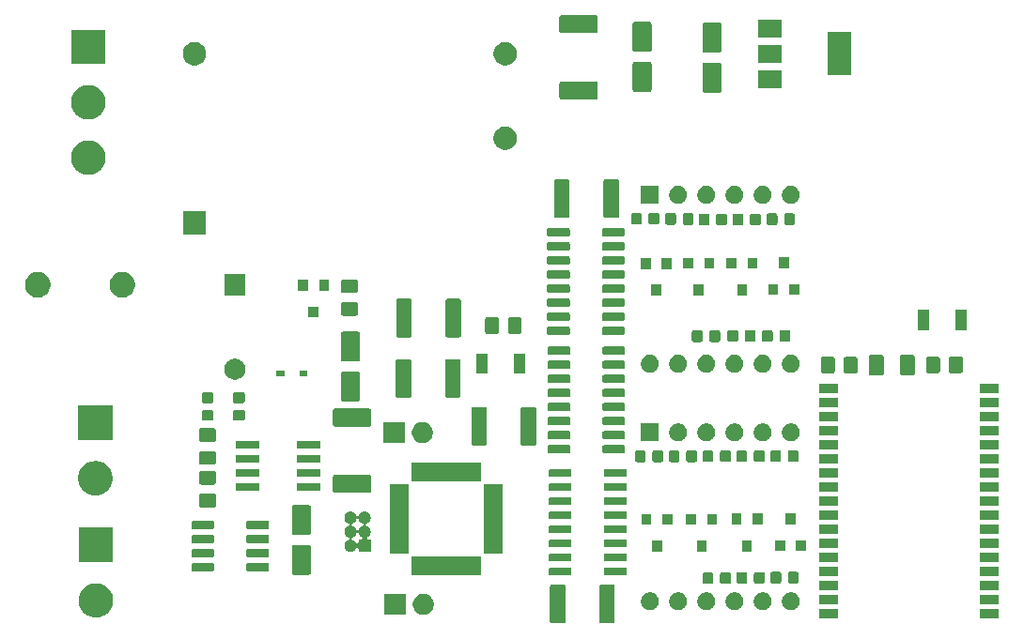
<source format=gbr>
G04 #@! TF.GenerationSoftware,KiCad,Pcbnew,(5.1.5)-3*
G04 #@! TF.CreationDate,2023-05-28T15:04:11-04:00*
G04 #@! TF.ProjectId,Controlador-temperatura,436f6e74-726f-46c6-9164-6f722d74656d,rev?*
G04 #@! TF.SameCoordinates,Original*
G04 #@! TF.FileFunction,Soldermask,Top*
G04 #@! TF.FilePolarity,Negative*
%FSLAX46Y46*%
G04 Gerber Fmt 4.6, Leading zero omitted, Abs format (unit mm)*
G04 Created by KiCad (PCBNEW (5.1.5)-3) date 2023-05-28 15:04:11*
%MOMM*%
%LPD*%
G04 APERTURE LIST*
%ADD10C,0.100000*%
G04 APERTURE END LIST*
D10*
G36*
X89397481Y33915805D02*
G01*
X89433516Y33904873D01*
X89466724Y33887123D01*
X89495834Y33863234D01*
X89519723Y33834124D01*
X89537473Y33800916D01*
X89548405Y33764881D01*
X89552700Y33721269D01*
X89552700Y30616931D01*
X89548405Y30573319D01*
X89537473Y30537284D01*
X89519723Y30504076D01*
X89495834Y30474966D01*
X89466724Y30451077D01*
X89433516Y30433327D01*
X89397481Y30422395D01*
X89353869Y30418100D01*
X88349531Y30418100D01*
X88305919Y30422395D01*
X88269884Y30433327D01*
X88236676Y30451077D01*
X88207566Y30474966D01*
X88183677Y30504076D01*
X88165927Y30537284D01*
X88154995Y30573319D01*
X88150700Y30616931D01*
X88150700Y33721269D01*
X88154995Y33764881D01*
X88165927Y33800916D01*
X88183677Y33834124D01*
X88207566Y33863234D01*
X88236676Y33887123D01*
X88269884Y33904873D01*
X88305919Y33915805D01*
X88349531Y33920100D01*
X89353869Y33920100D01*
X89397481Y33915805D01*
G37*
G36*
X84947481Y33915805D02*
G01*
X84983516Y33904873D01*
X85016724Y33887123D01*
X85045834Y33863234D01*
X85069723Y33834124D01*
X85087473Y33800916D01*
X85098405Y33764881D01*
X85102700Y33721269D01*
X85102700Y30616931D01*
X85098405Y30573319D01*
X85087473Y30537284D01*
X85069723Y30504076D01*
X85045834Y30474966D01*
X85016724Y30451077D01*
X84983516Y30433327D01*
X84947481Y30422395D01*
X84903869Y30418100D01*
X83899531Y30418100D01*
X83855919Y30422395D01*
X83819884Y30433327D01*
X83786676Y30451077D01*
X83757566Y30474966D01*
X83733677Y30504076D01*
X83715927Y30537284D01*
X83704995Y30573319D01*
X83700700Y30616931D01*
X83700700Y33721269D01*
X83704995Y33764881D01*
X83715927Y33800916D01*
X83733677Y33834124D01*
X83757566Y33863234D01*
X83786676Y33887123D01*
X83819884Y33904873D01*
X83855919Y33915805D01*
X83899531Y33920100D01*
X84903869Y33920100D01*
X84947481Y33915805D01*
G37*
G36*
X109677300Y30841800D02*
G01*
X107975300Y30841800D01*
X107975300Y31743800D01*
X109677300Y31743800D01*
X109677300Y30841800D01*
G37*
G36*
X124177300Y30841800D02*
G01*
X122475300Y30841800D01*
X122475300Y31743800D01*
X124177300Y31743800D01*
X124177300Y30841800D01*
G37*
G36*
X43055192Y34005600D02*
G01*
X43238710Y33969096D01*
X43520974Y33852179D01*
X43775005Y33682441D01*
X43991041Y33466405D01*
X44160779Y33212374D01*
X44264874Y32961065D01*
X44277696Y32930109D01*
X44337125Y32631343D01*
X44337300Y32630460D01*
X44337300Y32324940D01*
X44277696Y32025290D01*
X44160779Y31743026D01*
X43991041Y31488995D01*
X43775005Y31272959D01*
X43520974Y31103221D01*
X43238710Y30986304D01*
X43088885Y30956502D01*
X42939061Y30926700D01*
X42633539Y30926700D01*
X42483715Y30956502D01*
X42333890Y30986304D01*
X42051626Y31103221D01*
X41797595Y31272959D01*
X41581559Y31488995D01*
X41411821Y31743026D01*
X41294904Y32025290D01*
X41235300Y32324940D01*
X41235300Y32630460D01*
X41235476Y32631343D01*
X41294904Y32930109D01*
X41307726Y32961065D01*
X41411821Y33212374D01*
X41581559Y33466405D01*
X41797595Y33682441D01*
X42051626Y33852179D01*
X42333890Y33969096D01*
X42517408Y34005600D01*
X42633539Y34028700D01*
X42939061Y34028700D01*
X43055192Y34005600D01*
G37*
G36*
X72578495Y33032754D02*
G01*
X72751566Y32961066D01*
X72751567Y32961065D01*
X72907327Y32856990D01*
X73039790Y32724527D01*
X73039791Y32724525D01*
X73143866Y32568766D01*
X73215554Y32395695D01*
X73252100Y32211967D01*
X73252100Y32024633D01*
X73215554Y31840905D01*
X73143866Y31667834D01*
X73116903Y31627481D01*
X73039790Y31512073D01*
X72907327Y31379610D01*
X72828918Y31327219D01*
X72751566Y31275534D01*
X72578495Y31203846D01*
X72394767Y31167300D01*
X72207433Y31167300D01*
X72023705Y31203846D01*
X71850634Y31275534D01*
X71773282Y31327219D01*
X71694873Y31379610D01*
X71562410Y31512073D01*
X71485297Y31627481D01*
X71458334Y31667834D01*
X71386646Y31840905D01*
X71350100Y32024633D01*
X71350100Y32211967D01*
X71386646Y32395695D01*
X71458334Y32568766D01*
X71562409Y32724525D01*
X71562410Y32724527D01*
X71694873Y32856990D01*
X71850633Y32961065D01*
X71850634Y32961066D01*
X72023705Y33032754D01*
X72207433Y33069300D01*
X72394767Y33069300D01*
X72578495Y33032754D01*
G37*
G36*
X70712100Y31167300D02*
G01*
X68810100Y31167300D01*
X68810100Y33069300D01*
X70712100Y33069300D01*
X70712100Y31167300D01*
G37*
G36*
X92943642Y33167919D02*
G01*
X93089414Y33107538D01*
X93089416Y33107537D01*
X93220608Y33019878D01*
X93332178Y32908308D01*
X93366467Y32856990D01*
X93419838Y32777114D01*
X93480219Y32631342D01*
X93511000Y32476593D01*
X93511000Y32318807D01*
X93480219Y32164058D01*
X93422739Y32025290D01*
X93419837Y32018284D01*
X93332178Y31887092D01*
X93220608Y31775522D01*
X93089416Y31687863D01*
X93089415Y31687862D01*
X93089414Y31687862D01*
X92943642Y31627481D01*
X92788893Y31596700D01*
X92631107Y31596700D01*
X92476358Y31627481D01*
X92330586Y31687862D01*
X92330585Y31687862D01*
X92330584Y31687863D01*
X92199392Y31775522D01*
X92087822Y31887092D01*
X92000163Y32018284D01*
X91997261Y32025290D01*
X91939781Y32164058D01*
X91909000Y32318807D01*
X91909000Y32476593D01*
X91939781Y32631342D01*
X92000162Y32777114D01*
X92053533Y32856990D01*
X92087822Y32908308D01*
X92199392Y33019878D01*
X92330584Y33107537D01*
X92330586Y33107538D01*
X92476358Y33167919D01*
X92631107Y33198700D01*
X92788893Y33198700D01*
X92943642Y33167919D01*
G37*
G36*
X95483642Y33167919D02*
G01*
X95629414Y33107538D01*
X95629416Y33107537D01*
X95760608Y33019878D01*
X95872178Y32908308D01*
X95906467Y32856990D01*
X95959838Y32777114D01*
X96020219Y32631342D01*
X96051000Y32476593D01*
X96051000Y32318807D01*
X96020219Y32164058D01*
X95962739Y32025290D01*
X95959837Y32018284D01*
X95872178Y31887092D01*
X95760608Y31775522D01*
X95629416Y31687863D01*
X95629415Y31687862D01*
X95629414Y31687862D01*
X95483642Y31627481D01*
X95328893Y31596700D01*
X95171107Y31596700D01*
X95016358Y31627481D01*
X94870586Y31687862D01*
X94870585Y31687862D01*
X94870584Y31687863D01*
X94739392Y31775522D01*
X94627822Y31887092D01*
X94540163Y32018284D01*
X94537261Y32025290D01*
X94479781Y32164058D01*
X94449000Y32318807D01*
X94449000Y32476593D01*
X94479781Y32631342D01*
X94540162Y32777114D01*
X94593533Y32856990D01*
X94627822Y32908308D01*
X94739392Y33019878D01*
X94870584Y33107537D01*
X94870586Y33107538D01*
X95016358Y33167919D01*
X95171107Y33198700D01*
X95328893Y33198700D01*
X95483642Y33167919D01*
G37*
G36*
X98023642Y33167919D02*
G01*
X98169414Y33107538D01*
X98169416Y33107537D01*
X98300608Y33019878D01*
X98412178Y32908308D01*
X98446467Y32856990D01*
X98499838Y32777114D01*
X98560219Y32631342D01*
X98591000Y32476593D01*
X98591000Y32318807D01*
X98560219Y32164058D01*
X98502739Y32025290D01*
X98499837Y32018284D01*
X98412178Y31887092D01*
X98300608Y31775522D01*
X98169416Y31687863D01*
X98169415Y31687862D01*
X98169414Y31687862D01*
X98023642Y31627481D01*
X97868893Y31596700D01*
X97711107Y31596700D01*
X97556358Y31627481D01*
X97410586Y31687862D01*
X97410585Y31687862D01*
X97410584Y31687863D01*
X97279392Y31775522D01*
X97167822Y31887092D01*
X97080163Y32018284D01*
X97077261Y32025290D01*
X97019781Y32164058D01*
X96989000Y32318807D01*
X96989000Y32476593D01*
X97019781Y32631342D01*
X97080162Y32777114D01*
X97133533Y32856990D01*
X97167822Y32908308D01*
X97279392Y33019878D01*
X97410584Y33107537D01*
X97410586Y33107538D01*
X97556358Y33167919D01*
X97711107Y33198700D01*
X97868893Y33198700D01*
X98023642Y33167919D01*
G37*
G36*
X100563642Y33167919D02*
G01*
X100709414Y33107538D01*
X100709416Y33107537D01*
X100840608Y33019878D01*
X100952178Y32908308D01*
X100986467Y32856990D01*
X101039838Y32777114D01*
X101100219Y32631342D01*
X101131000Y32476593D01*
X101131000Y32318807D01*
X101100219Y32164058D01*
X101042739Y32025290D01*
X101039837Y32018284D01*
X100952178Y31887092D01*
X100840608Y31775522D01*
X100709416Y31687863D01*
X100709415Y31687862D01*
X100709414Y31687862D01*
X100563642Y31627481D01*
X100408893Y31596700D01*
X100251107Y31596700D01*
X100096358Y31627481D01*
X99950586Y31687862D01*
X99950585Y31687862D01*
X99950584Y31687863D01*
X99819392Y31775522D01*
X99707822Y31887092D01*
X99620163Y32018284D01*
X99617261Y32025290D01*
X99559781Y32164058D01*
X99529000Y32318807D01*
X99529000Y32476593D01*
X99559781Y32631342D01*
X99620162Y32777114D01*
X99673533Y32856990D01*
X99707822Y32908308D01*
X99819392Y33019878D01*
X99950584Y33107537D01*
X99950586Y33107538D01*
X100096358Y33167919D01*
X100251107Y33198700D01*
X100408893Y33198700D01*
X100563642Y33167919D01*
G37*
G36*
X103103642Y33167919D02*
G01*
X103249414Y33107538D01*
X103249416Y33107537D01*
X103380608Y33019878D01*
X103492178Y32908308D01*
X103526467Y32856990D01*
X103579838Y32777114D01*
X103640219Y32631342D01*
X103671000Y32476593D01*
X103671000Y32318807D01*
X103640219Y32164058D01*
X103582739Y32025290D01*
X103579837Y32018284D01*
X103492178Y31887092D01*
X103380608Y31775522D01*
X103249416Y31687863D01*
X103249415Y31687862D01*
X103249414Y31687862D01*
X103103642Y31627481D01*
X102948893Y31596700D01*
X102791107Y31596700D01*
X102636358Y31627481D01*
X102490586Y31687862D01*
X102490585Y31687862D01*
X102490584Y31687863D01*
X102359392Y31775522D01*
X102247822Y31887092D01*
X102160163Y32018284D01*
X102157261Y32025290D01*
X102099781Y32164058D01*
X102069000Y32318807D01*
X102069000Y32476593D01*
X102099781Y32631342D01*
X102160162Y32777114D01*
X102213533Y32856990D01*
X102247822Y32908308D01*
X102359392Y33019878D01*
X102490584Y33107537D01*
X102490586Y33107538D01*
X102636358Y33167919D01*
X102791107Y33198700D01*
X102948893Y33198700D01*
X103103642Y33167919D01*
G37*
G36*
X105643642Y33167919D02*
G01*
X105789414Y33107538D01*
X105789416Y33107537D01*
X105920608Y33019878D01*
X106032178Y32908308D01*
X106066467Y32856990D01*
X106119838Y32777114D01*
X106180219Y32631342D01*
X106211000Y32476593D01*
X106211000Y32318807D01*
X106180219Y32164058D01*
X106122739Y32025290D01*
X106119837Y32018284D01*
X106032178Y31887092D01*
X105920608Y31775522D01*
X105789416Y31687863D01*
X105789415Y31687862D01*
X105789414Y31687862D01*
X105643642Y31627481D01*
X105488893Y31596700D01*
X105331107Y31596700D01*
X105176358Y31627481D01*
X105030586Y31687862D01*
X105030585Y31687862D01*
X105030584Y31687863D01*
X104899392Y31775522D01*
X104787822Y31887092D01*
X104700163Y32018284D01*
X104697261Y32025290D01*
X104639781Y32164058D01*
X104609000Y32318807D01*
X104609000Y32476593D01*
X104639781Y32631342D01*
X104700162Y32777114D01*
X104753533Y32856990D01*
X104787822Y32908308D01*
X104899392Y33019878D01*
X105030584Y33107537D01*
X105030586Y33107538D01*
X105176358Y33167919D01*
X105331107Y33198700D01*
X105488893Y33198700D01*
X105643642Y33167919D01*
G37*
G36*
X124177300Y32111800D02*
G01*
X122475300Y32111800D01*
X122475300Y33013800D01*
X124177300Y33013800D01*
X124177300Y32111800D01*
G37*
G36*
X109677300Y32111800D02*
G01*
X107975300Y32111800D01*
X107975300Y33013800D01*
X109677300Y33013800D01*
X109677300Y32111800D01*
G37*
G36*
X124177300Y33381800D02*
G01*
X122475300Y33381800D01*
X122475300Y34283800D01*
X124177300Y34283800D01*
X124177300Y33381800D01*
G37*
G36*
X109677300Y33381800D02*
G01*
X107975300Y33381800D01*
X107975300Y34283800D01*
X109677300Y34283800D01*
X109677300Y33381800D01*
G37*
G36*
X98292491Y35002715D02*
G01*
X98326469Y34992407D01*
X98357790Y34975666D01*
X98385239Y34953139D01*
X98407766Y34925690D01*
X98424507Y34894369D01*
X98434815Y34860391D01*
X98438900Y34818910D01*
X98438900Y34142690D01*
X98434815Y34101209D01*
X98424507Y34067231D01*
X98407766Y34035910D01*
X98385239Y34008461D01*
X98357790Y33985934D01*
X98326469Y33969193D01*
X98292491Y33958885D01*
X98251010Y33954800D01*
X97649790Y33954800D01*
X97608309Y33958885D01*
X97574331Y33969193D01*
X97543010Y33985934D01*
X97515561Y34008461D01*
X97493034Y34035910D01*
X97476293Y34067231D01*
X97465985Y34101209D01*
X97461900Y34142690D01*
X97461900Y34818910D01*
X97465985Y34860391D01*
X97476293Y34894369D01*
X97493034Y34925690D01*
X97515561Y34953139D01*
X97543010Y34975666D01*
X97574331Y34992407D01*
X97608309Y35002715D01*
X97649790Y35006800D01*
X98251010Y35006800D01*
X98292491Y35002715D01*
G37*
G36*
X99867491Y35002715D02*
G01*
X99901469Y34992407D01*
X99932790Y34975666D01*
X99960239Y34953139D01*
X99982766Y34925690D01*
X99999507Y34894369D01*
X100009815Y34860391D01*
X100013900Y34818910D01*
X100013900Y34142690D01*
X100009815Y34101209D01*
X99999507Y34067231D01*
X99982766Y34035910D01*
X99960239Y34008461D01*
X99932790Y33985934D01*
X99901469Y33969193D01*
X99867491Y33958885D01*
X99826010Y33954800D01*
X99224790Y33954800D01*
X99183309Y33958885D01*
X99149331Y33969193D01*
X99118010Y33985934D01*
X99090561Y34008461D01*
X99068034Y34035910D01*
X99051293Y34067231D01*
X99040985Y34101209D01*
X99036900Y34142690D01*
X99036900Y34818910D01*
X99040985Y34860391D01*
X99051293Y34894369D01*
X99068034Y34925690D01*
X99090561Y34953139D01*
X99118010Y34975666D01*
X99149331Y34992407D01*
X99183309Y35002715D01*
X99224790Y35006800D01*
X99826010Y35006800D01*
X99867491Y35002715D01*
G37*
G36*
X101340491Y35040815D02*
G01*
X101374469Y35030507D01*
X101405790Y35013766D01*
X101433239Y34991239D01*
X101455766Y34963790D01*
X101472507Y34932469D01*
X101482815Y34898491D01*
X101486900Y34857010D01*
X101486900Y34180790D01*
X101482815Y34139309D01*
X101472507Y34105331D01*
X101455766Y34074010D01*
X101433239Y34046561D01*
X101405790Y34024034D01*
X101374469Y34007293D01*
X101340491Y33996985D01*
X101299010Y33992900D01*
X100697790Y33992900D01*
X100656309Y33996985D01*
X100622331Y34007293D01*
X100591010Y34024034D01*
X100563561Y34046561D01*
X100541034Y34074010D01*
X100524293Y34105331D01*
X100513985Y34139309D01*
X100509900Y34180790D01*
X100509900Y34857010D01*
X100513985Y34898491D01*
X100524293Y34932469D01*
X100541034Y34963790D01*
X100563561Y34991239D01*
X100591010Y35013766D01*
X100622331Y35030507D01*
X100656309Y35040815D01*
X100697790Y35044900D01*
X101299010Y35044900D01*
X101340491Y35040815D01*
G37*
G36*
X102915491Y35040815D02*
G01*
X102949469Y35030507D01*
X102980790Y35013766D01*
X103008239Y34991239D01*
X103030766Y34963790D01*
X103047507Y34932469D01*
X103057815Y34898491D01*
X103061900Y34857010D01*
X103061900Y34180790D01*
X103057815Y34139309D01*
X103047507Y34105331D01*
X103030766Y34074010D01*
X103008239Y34046561D01*
X102980790Y34024034D01*
X102949469Y34007293D01*
X102915491Y33996985D01*
X102874010Y33992900D01*
X102272790Y33992900D01*
X102231309Y33996985D01*
X102197331Y34007293D01*
X102166010Y34024034D01*
X102138561Y34046561D01*
X102116034Y34074010D01*
X102099293Y34105331D01*
X102088985Y34139309D01*
X102084900Y34180790D01*
X102084900Y34857010D01*
X102088985Y34898491D01*
X102099293Y34932469D01*
X102116034Y34963790D01*
X102138561Y34991239D01*
X102166010Y35013766D01*
X102197331Y35030507D01*
X102231309Y35040815D01*
X102272790Y35044900D01*
X102874010Y35044900D01*
X102915491Y35040815D01*
G37*
G36*
X105976191Y35053515D02*
G01*
X106010169Y35043207D01*
X106041490Y35026466D01*
X106068939Y35003939D01*
X106091466Y34976490D01*
X106108207Y34945169D01*
X106118515Y34911191D01*
X106122600Y34869710D01*
X106122600Y34193490D01*
X106118515Y34152009D01*
X106108207Y34118031D01*
X106091466Y34086710D01*
X106068939Y34059261D01*
X106041490Y34036734D01*
X106010169Y34019993D01*
X105976191Y34009685D01*
X105934710Y34005600D01*
X105333490Y34005600D01*
X105292009Y34009685D01*
X105258031Y34019993D01*
X105226710Y34036734D01*
X105199261Y34059261D01*
X105176734Y34086710D01*
X105159993Y34118031D01*
X105149685Y34152009D01*
X105145600Y34193490D01*
X105145600Y34869710D01*
X105149685Y34911191D01*
X105159993Y34945169D01*
X105176734Y34976490D01*
X105199261Y35003939D01*
X105226710Y35026466D01*
X105258031Y35043207D01*
X105292009Y35053515D01*
X105333490Y35057600D01*
X105934710Y35057600D01*
X105976191Y35053515D01*
G37*
G36*
X104401191Y35053515D02*
G01*
X104435169Y35043207D01*
X104466490Y35026466D01*
X104493939Y35003939D01*
X104516466Y34976490D01*
X104533207Y34945169D01*
X104543515Y34911191D01*
X104547600Y34869710D01*
X104547600Y34193490D01*
X104543515Y34152009D01*
X104533207Y34118031D01*
X104516466Y34086710D01*
X104493939Y34059261D01*
X104466490Y34036734D01*
X104435169Y34019993D01*
X104401191Y34009685D01*
X104359710Y34005600D01*
X103758490Y34005600D01*
X103717009Y34009685D01*
X103683031Y34019993D01*
X103651710Y34036734D01*
X103624261Y34059261D01*
X103601734Y34086710D01*
X103584993Y34118031D01*
X103574685Y34152009D01*
X103570600Y34193490D01*
X103570600Y34869710D01*
X103574685Y34911191D01*
X103584993Y34945169D01*
X103601734Y34976490D01*
X103624261Y35003939D01*
X103651710Y35026466D01*
X103683031Y35043207D01*
X103717009Y35053515D01*
X103758490Y35057600D01*
X104359710Y35057600D01*
X104401191Y35053515D01*
G37*
G36*
X109677300Y34651800D02*
G01*
X107975300Y34651800D01*
X107975300Y35553800D01*
X109677300Y35553800D01*
X109677300Y34651800D01*
G37*
G36*
X124177300Y34651800D02*
G01*
X122475300Y34651800D01*
X122475300Y35553800D01*
X124177300Y35553800D01*
X124177300Y34651800D01*
G37*
G36*
X90519228Y35425636D02*
G01*
X90540309Y35419240D01*
X90559745Y35408852D01*
X90576776Y35394876D01*
X90590752Y35377845D01*
X90601140Y35358409D01*
X90607536Y35337328D01*
X90610300Y35309260D01*
X90610300Y34845540D01*
X90607536Y34817472D01*
X90601140Y34796391D01*
X90590752Y34776955D01*
X90576776Y34759924D01*
X90559745Y34745948D01*
X90540309Y34735560D01*
X90519228Y34729164D01*
X90491160Y34726400D01*
X88677440Y34726400D01*
X88649372Y34729164D01*
X88628291Y34735560D01*
X88608855Y34745948D01*
X88591824Y34759924D01*
X88577848Y34776955D01*
X88567460Y34796391D01*
X88561064Y34817472D01*
X88558300Y34845540D01*
X88558300Y35309260D01*
X88561064Y35337328D01*
X88567460Y35358409D01*
X88577848Y35377845D01*
X88591824Y35394876D01*
X88608855Y35408852D01*
X88628291Y35419240D01*
X88649372Y35425636D01*
X88677440Y35428400D01*
X90491160Y35428400D01*
X90519228Y35425636D01*
G37*
G36*
X85569228Y35425636D02*
G01*
X85590309Y35419240D01*
X85609745Y35408852D01*
X85626776Y35394876D01*
X85640752Y35377845D01*
X85651140Y35358409D01*
X85657536Y35337328D01*
X85660300Y35309260D01*
X85660300Y34845540D01*
X85657536Y34817472D01*
X85651140Y34796391D01*
X85640752Y34776955D01*
X85626776Y34759924D01*
X85609745Y34745948D01*
X85590309Y34735560D01*
X85569228Y34729164D01*
X85541160Y34726400D01*
X83727440Y34726400D01*
X83699372Y34729164D01*
X83678291Y34735560D01*
X83658855Y34745948D01*
X83641824Y34759924D01*
X83627848Y34776955D01*
X83617460Y34796391D01*
X83611064Y34817472D01*
X83608300Y34845540D01*
X83608300Y35309260D01*
X83611064Y35337328D01*
X83617460Y35358409D01*
X83627848Y35377845D01*
X83641824Y35394876D01*
X83658855Y35408852D01*
X83678291Y35419240D01*
X83699372Y35425636D01*
X83727440Y35428400D01*
X85541160Y35428400D01*
X85569228Y35425636D01*
G37*
G36*
X77497200Y34738900D02*
G01*
X71245200Y34738900D01*
X71245200Y36440900D01*
X77497200Y36440900D01*
X77497200Y34738900D01*
G37*
G36*
X61996197Y37481849D02*
G01*
X62029852Y37471639D01*
X62060865Y37455062D01*
X62088051Y37432751D01*
X62110362Y37405565D01*
X62126939Y37374552D01*
X62137149Y37340897D01*
X62141200Y37299762D01*
X62141200Y34970038D01*
X62137149Y34928903D01*
X62126939Y34895248D01*
X62110362Y34864235D01*
X62088051Y34837049D01*
X62060865Y34814738D01*
X62029852Y34798161D01*
X61996197Y34787951D01*
X61955062Y34783900D01*
X60625338Y34783900D01*
X60584203Y34787951D01*
X60550548Y34798161D01*
X60519535Y34814738D01*
X60492349Y34837049D01*
X60470038Y34864235D01*
X60453461Y34895248D01*
X60443251Y34928903D01*
X60439200Y34970038D01*
X60439200Y37299762D01*
X60443251Y37340897D01*
X60453461Y37374552D01*
X60470038Y37405565D01*
X60492349Y37432751D01*
X60519535Y37455062D01*
X60550548Y37471639D01*
X60584203Y37481849D01*
X60625338Y37485900D01*
X61955062Y37485900D01*
X61996197Y37481849D01*
G37*
G36*
X53349328Y35819336D02*
G01*
X53370409Y35812940D01*
X53389845Y35802552D01*
X53406876Y35788576D01*
X53420852Y35771545D01*
X53431240Y35752109D01*
X53437636Y35731028D01*
X53440400Y35702960D01*
X53440400Y35239240D01*
X53437636Y35211172D01*
X53431240Y35190091D01*
X53420852Y35170655D01*
X53406876Y35153624D01*
X53389845Y35139648D01*
X53370409Y35129260D01*
X53349328Y35122864D01*
X53321260Y35120100D01*
X51507540Y35120100D01*
X51479472Y35122864D01*
X51458391Y35129260D01*
X51438955Y35139648D01*
X51421924Y35153624D01*
X51407948Y35170655D01*
X51397560Y35190091D01*
X51391164Y35211172D01*
X51388400Y35239240D01*
X51388400Y35702960D01*
X51391164Y35731028D01*
X51397560Y35752109D01*
X51407948Y35771545D01*
X51421924Y35788576D01*
X51438955Y35802552D01*
X51458391Y35812940D01*
X51479472Y35819336D01*
X51507540Y35822100D01*
X53321260Y35822100D01*
X53349328Y35819336D01*
G37*
G36*
X58299328Y35819336D02*
G01*
X58320409Y35812940D01*
X58339845Y35802552D01*
X58356876Y35788576D01*
X58370852Y35771545D01*
X58381240Y35752109D01*
X58387636Y35731028D01*
X58390400Y35702960D01*
X58390400Y35239240D01*
X58387636Y35211172D01*
X58381240Y35190091D01*
X58370852Y35170655D01*
X58356876Y35153624D01*
X58339845Y35139648D01*
X58320409Y35129260D01*
X58299328Y35122864D01*
X58271260Y35120100D01*
X56457540Y35120100D01*
X56429472Y35122864D01*
X56408391Y35129260D01*
X56388955Y35139648D01*
X56371924Y35153624D01*
X56357948Y35170655D01*
X56347560Y35190091D01*
X56341164Y35211172D01*
X56338400Y35239240D01*
X56338400Y35702960D01*
X56341164Y35731028D01*
X56347560Y35752109D01*
X56357948Y35771545D01*
X56371924Y35788576D01*
X56388955Y35802552D01*
X56408391Y35812940D01*
X56429472Y35819336D01*
X56457540Y35822100D01*
X58271260Y35822100D01*
X58299328Y35819336D01*
G37*
G36*
X109677300Y35921800D02*
G01*
X107975300Y35921800D01*
X107975300Y36823800D01*
X109677300Y36823800D01*
X109677300Y35921800D01*
G37*
G36*
X124177300Y35921800D02*
G01*
X122475300Y35921800D01*
X122475300Y36823800D01*
X124177300Y36823800D01*
X124177300Y35921800D01*
G37*
G36*
X44337300Y35926700D02*
G01*
X41235300Y35926700D01*
X41235300Y39028700D01*
X44337300Y39028700D01*
X44337300Y35926700D01*
G37*
G36*
X85569228Y36695636D02*
G01*
X85590309Y36689240D01*
X85609745Y36678852D01*
X85626776Y36664876D01*
X85640752Y36647845D01*
X85651140Y36628409D01*
X85657536Y36607328D01*
X85660300Y36579260D01*
X85660300Y36115540D01*
X85657536Y36087472D01*
X85651140Y36066391D01*
X85640752Y36046955D01*
X85626776Y36029924D01*
X85609745Y36015948D01*
X85590309Y36005560D01*
X85569228Y35999164D01*
X85541160Y35996400D01*
X83727440Y35996400D01*
X83699372Y35999164D01*
X83678291Y36005560D01*
X83658855Y36015948D01*
X83641824Y36029924D01*
X83627848Y36046955D01*
X83617460Y36066391D01*
X83611064Y36087472D01*
X83608300Y36115540D01*
X83608300Y36579260D01*
X83611064Y36607328D01*
X83617460Y36628409D01*
X83627848Y36647845D01*
X83641824Y36664876D01*
X83658855Y36678852D01*
X83678291Y36689240D01*
X83699372Y36695636D01*
X83727440Y36698400D01*
X85541160Y36698400D01*
X85569228Y36695636D01*
G37*
G36*
X90519228Y36695636D02*
G01*
X90540309Y36689240D01*
X90559745Y36678852D01*
X90576776Y36664876D01*
X90590752Y36647845D01*
X90601140Y36628409D01*
X90607536Y36607328D01*
X90610300Y36579260D01*
X90610300Y36115540D01*
X90607536Y36087472D01*
X90601140Y36066391D01*
X90590752Y36046955D01*
X90576776Y36029924D01*
X90559745Y36015948D01*
X90540309Y36005560D01*
X90519228Y35999164D01*
X90491160Y35996400D01*
X88677440Y35996400D01*
X88649372Y35999164D01*
X88628291Y36005560D01*
X88608855Y36015948D01*
X88591824Y36029924D01*
X88577848Y36046955D01*
X88567460Y36066391D01*
X88561064Y36087472D01*
X88558300Y36115540D01*
X88558300Y36579260D01*
X88561064Y36607328D01*
X88567460Y36628409D01*
X88577848Y36647845D01*
X88591824Y36664876D01*
X88608855Y36678852D01*
X88628291Y36689240D01*
X88649372Y36695636D01*
X88677440Y36698400D01*
X90491160Y36698400D01*
X90519228Y36695636D01*
G37*
G36*
X53349328Y37089336D02*
G01*
X53370409Y37082940D01*
X53389845Y37072552D01*
X53406876Y37058576D01*
X53420852Y37041545D01*
X53431240Y37022109D01*
X53437636Y37001028D01*
X53440400Y36972960D01*
X53440400Y36509240D01*
X53437636Y36481172D01*
X53431240Y36460091D01*
X53420852Y36440655D01*
X53406876Y36423624D01*
X53389845Y36409648D01*
X53370409Y36399260D01*
X53349328Y36392864D01*
X53321260Y36390100D01*
X51507540Y36390100D01*
X51479472Y36392864D01*
X51458391Y36399260D01*
X51438955Y36409648D01*
X51421924Y36423624D01*
X51407948Y36440655D01*
X51397560Y36460091D01*
X51391164Y36481172D01*
X51388400Y36509240D01*
X51388400Y36972960D01*
X51391164Y37001028D01*
X51397560Y37022109D01*
X51407948Y37041545D01*
X51421924Y37058576D01*
X51438955Y37072552D01*
X51458391Y37082940D01*
X51479472Y37089336D01*
X51507540Y37092100D01*
X53321260Y37092100D01*
X53349328Y37089336D01*
G37*
G36*
X58299328Y37089336D02*
G01*
X58320409Y37082940D01*
X58339845Y37072552D01*
X58356876Y37058576D01*
X58370852Y37041545D01*
X58381240Y37022109D01*
X58387636Y37001028D01*
X58390400Y36972960D01*
X58390400Y36509240D01*
X58387636Y36481172D01*
X58381240Y36460091D01*
X58370852Y36440655D01*
X58356876Y36423624D01*
X58339845Y36409648D01*
X58320409Y36399260D01*
X58299328Y36392864D01*
X58271260Y36390100D01*
X56457540Y36390100D01*
X56429472Y36392864D01*
X56408391Y36399260D01*
X56388955Y36409648D01*
X56371924Y36423624D01*
X56357948Y36440655D01*
X56347560Y36460091D01*
X56341164Y36481172D01*
X56338400Y36509240D01*
X56338400Y36972960D01*
X56341164Y37001028D01*
X56347560Y37022109D01*
X56357948Y37041545D01*
X56371924Y37058576D01*
X56388955Y37072552D01*
X56408391Y37082940D01*
X56429472Y37089336D01*
X56457540Y37092100D01*
X58271260Y37092100D01*
X58299328Y37089336D01*
G37*
G36*
X79472200Y36713900D02*
G01*
X77770200Y36713900D01*
X77770200Y42965900D01*
X79472200Y42965900D01*
X79472200Y36713900D01*
G37*
G36*
X70972200Y36713900D02*
G01*
X69270200Y36713900D01*
X69270200Y42965900D01*
X70972200Y42965900D01*
X70972200Y36713900D01*
G37*
G36*
X65895921Y40484026D02*
G01*
X65996195Y40442491D01*
X65996196Y40442490D01*
X66086442Y40382190D01*
X66163190Y40305442D01*
X66163191Y40305440D01*
X66223491Y40215195D01*
X66254716Y40139811D01*
X66266267Y40118200D01*
X66281812Y40099259D01*
X66300754Y40083713D01*
X66322365Y40072162D01*
X66345814Y40065049D01*
X66370200Y40062647D01*
X66394586Y40065049D01*
X66418035Y40072162D01*
X66439646Y40083713D01*
X66458587Y40099258D01*
X66474133Y40118200D01*
X66485684Y40139811D01*
X66516909Y40215195D01*
X66577209Y40305440D01*
X66577210Y40305442D01*
X66653958Y40382190D01*
X66744204Y40442490D01*
X66744205Y40442491D01*
X66844479Y40484026D01*
X66950930Y40505200D01*
X67059470Y40505200D01*
X67165921Y40484026D01*
X67266195Y40442491D01*
X67266196Y40442490D01*
X67356442Y40382190D01*
X67433190Y40305442D01*
X67433191Y40305440D01*
X67493491Y40215195D01*
X67535026Y40114921D01*
X67556200Y40008470D01*
X67556200Y39899930D01*
X67535026Y39793479D01*
X67493491Y39693205D01*
X67493490Y39693204D01*
X67433190Y39602958D01*
X67356442Y39526210D01*
X67336612Y39512960D01*
X67266195Y39465909D01*
X67190811Y39434684D01*
X67169200Y39423133D01*
X67150259Y39407588D01*
X67134713Y39388646D01*
X67123162Y39367035D01*
X67116049Y39343586D01*
X67113647Y39319200D01*
X67116049Y39294814D01*
X67123162Y39271365D01*
X67134713Y39249754D01*
X67150258Y39230813D01*
X67169200Y39215267D01*
X67190811Y39203716D01*
X67266195Y39172491D01*
X67266196Y39172490D01*
X67356442Y39112190D01*
X67433190Y39035442D01*
X67433191Y39035440D01*
X67493491Y38945195D01*
X67535026Y38844921D01*
X67556200Y38738470D01*
X67556200Y38629930D01*
X67535026Y38523479D01*
X67493491Y38423205D01*
X67469935Y38387951D01*
X67433190Y38332958D01*
X67356442Y38256210D01*
X67336612Y38242960D01*
X67263536Y38194132D01*
X67244594Y38178586D01*
X67229049Y38159644D01*
X67217498Y38138033D01*
X67210385Y38114585D01*
X67207983Y38090198D01*
X67210385Y38065812D01*
X67217498Y38042363D01*
X67229049Y38020753D01*
X67244595Y38001811D01*
X67263537Y37986266D01*
X67285148Y37974715D01*
X67308596Y37967602D01*
X67332982Y37965200D01*
X67556200Y37965200D01*
X67556200Y36863200D01*
X66454200Y36863200D01*
X66454200Y37086418D01*
X66451798Y37110804D01*
X66444685Y37134253D01*
X66433134Y37155864D01*
X66417589Y37174806D01*
X66398647Y37190351D01*
X66377036Y37201902D01*
X66353587Y37209015D01*
X66329201Y37211417D01*
X66304815Y37209015D01*
X66281366Y37201902D01*
X66259755Y37190351D01*
X66240813Y37174806D01*
X66225268Y37155864D01*
X66184188Y37094384D01*
X66163190Y37062958D01*
X66086442Y36986210D01*
X66066612Y36972960D01*
X65996195Y36925909D01*
X65895921Y36884374D01*
X65789470Y36863200D01*
X65680930Y36863200D01*
X65574479Y36884374D01*
X65474205Y36925909D01*
X65403788Y36972960D01*
X65383958Y36986210D01*
X65307210Y37062958D01*
X65275241Y37110804D01*
X65246909Y37153205D01*
X65205374Y37253479D01*
X65184200Y37359930D01*
X65184200Y37468470D01*
X65205374Y37574921D01*
X65246909Y37675195D01*
X65307209Y37765440D01*
X65307210Y37765442D01*
X65383958Y37842190D01*
X65474204Y37902490D01*
X65474205Y37902491D01*
X65549589Y37933716D01*
X65571200Y37945267D01*
X65590141Y37960812D01*
X65605687Y37979754D01*
X65617238Y38001365D01*
X65624351Y38024814D01*
X65626753Y38049200D01*
X65843647Y38049200D01*
X65846049Y38024814D01*
X65853162Y38001365D01*
X65864713Y37979754D01*
X65880258Y37960813D01*
X65899200Y37945267D01*
X65920811Y37933716D01*
X65996195Y37902491D01*
X65996196Y37902490D01*
X66086442Y37842190D01*
X66163190Y37765442D01*
X66163191Y37765440D01*
X66225268Y37672536D01*
X66240814Y37653594D01*
X66259756Y37638049D01*
X66281367Y37626498D01*
X66304815Y37619385D01*
X66329202Y37616983D01*
X66353588Y37619385D01*
X66377037Y37626498D01*
X66398647Y37638049D01*
X66417589Y37653595D01*
X66433134Y37672537D01*
X66444685Y37694148D01*
X66451798Y37717596D01*
X66454200Y37741982D01*
X66454200Y37965200D01*
X66677418Y37965200D01*
X66701804Y37967602D01*
X66725253Y37974715D01*
X66746864Y37986266D01*
X66765806Y38001811D01*
X66781351Y38020753D01*
X66792902Y38042364D01*
X66800015Y38065813D01*
X66802417Y38090199D01*
X66800015Y38114585D01*
X66792902Y38138034D01*
X66781351Y38159645D01*
X66765806Y38178587D01*
X66746864Y38194132D01*
X66673788Y38242960D01*
X66653958Y38256210D01*
X66577210Y38332958D01*
X66540465Y38387951D01*
X66516909Y38423205D01*
X66485684Y38498589D01*
X66474133Y38520200D01*
X66458588Y38539141D01*
X66439646Y38554687D01*
X66418035Y38566238D01*
X66394586Y38573351D01*
X66370200Y38575753D01*
X66345814Y38573351D01*
X66322365Y38566238D01*
X66300754Y38554687D01*
X66281813Y38539142D01*
X66266267Y38520200D01*
X66254716Y38498589D01*
X66223491Y38423205D01*
X66199935Y38387951D01*
X66163190Y38332958D01*
X66086442Y38256210D01*
X66066612Y38242960D01*
X65996195Y38195909D01*
X65920811Y38164684D01*
X65899200Y38153133D01*
X65880259Y38137588D01*
X65864713Y38118646D01*
X65853162Y38097035D01*
X65846049Y38073586D01*
X65843647Y38049200D01*
X65626753Y38049200D01*
X65624351Y38073586D01*
X65617238Y38097035D01*
X65605687Y38118646D01*
X65590142Y38137587D01*
X65571200Y38153133D01*
X65549589Y38164684D01*
X65474205Y38195909D01*
X65403788Y38242960D01*
X65383958Y38256210D01*
X65307210Y38332958D01*
X65270465Y38387951D01*
X65246909Y38423205D01*
X65205374Y38523479D01*
X65184200Y38629930D01*
X65184200Y38738470D01*
X65205374Y38844921D01*
X65246909Y38945195D01*
X65307209Y39035440D01*
X65307210Y39035442D01*
X65383958Y39112190D01*
X65474204Y39172490D01*
X65474205Y39172491D01*
X65549589Y39203716D01*
X65571200Y39215267D01*
X65590141Y39230812D01*
X65605687Y39249754D01*
X65617238Y39271365D01*
X65624351Y39294814D01*
X65626753Y39319200D01*
X65843647Y39319200D01*
X65846049Y39294814D01*
X65853162Y39271365D01*
X65864713Y39249754D01*
X65880258Y39230813D01*
X65899200Y39215267D01*
X65920811Y39203716D01*
X65996195Y39172491D01*
X65996196Y39172490D01*
X66086442Y39112190D01*
X66163190Y39035442D01*
X66163191Y39035440D01*
X66223491Y38945195D01*
X66254716Y38869811D01*
X66266267Y38848200D01*
X66281812Y38829259D01*
X66300754Y38813713D01*
X66322365Y38802162D01*
X66345814Y38795049D01*
X66370200Y38792647D01*
X66394586Y38795049D01*
X66418035Y38802162D01*
X66439646Y38813713D01*
X66458587Y38829258D01*
X66474133Y38848200D01*
X66485684Y38869811D01*
X66516909Y38945195D01*
X66577209Y39035440D01*
X66577210Y39035442D01*
X66653958Y39112190D01*
X66744204Y39172490D01*
X66744205Y39172491D01*
X66819589Y39203716D01*
X66841200Y39215267D01*
X66860141Y39230812D01*
X66875687Y39249754D01*
X66887238Y39271365D01*
X66894351Y39294814D01*
X66896753Y39319200D01*
X66894351Y39343586D01*
X66887238Y39367035D01*
X66875687Y39388646D01*
X66860142Y39407587D01*
X66841200Y39423133D01*
X66819589Y39434684D01*
X66744205Y39465909D01*
X66673788Y39512960D01*
X66653958Y39526210D01*
X66577210Y39602958D01*
X66516910Y39693204D01*
X66516909Y39693205D01*
X66485684Y39768589D01*
X66474133Y39790200D01*
X66458588Y39809141D01*
X66439646Y39824687D01*
X66418035Y39836238D01*
X66394586Y39843351D01*
X66370200Y39845753D01*
X66345814Y39843351D01*
X66322365Y39836238D01*
X66300754Y39824687D01*
X66281813Y39809142D01*
X66266267Y39790200D01*
X66254716Y39768589D01*
X66223491Y39693205D01*
X66223490Y39693204D01*
X66163190Y39602958D01*
X66086442Y39526210D01*
X66066612Y39512960D01*
X65996195Y39465909D01*
X65920811Y39434684D01*
X65899200Y39423133D01*
X65880259Y39407588D01*
X65864713Y39388646D01*
X65853162Y39367035D01*
X65846049Y39343586D01*
X65843647Y39319200D01*
X65626753Y39319200D01*
X65624351Y39343586D01*
X65617238Y39367035D01*
X65605687Y39388646D01*
X65590142Y39407587D01*
X65571200Y39423133D01*
X65549589Y39434684D01*
X65474205Y39465909D01*
X65403788Y39512960D01*
X65383958Y39526210D01*
X65307210Y39602958D01*
X65246910Y39693204D01*
X65246909Y39693205D01*
X65205374Y39793479D01*
X65184200Y39899930D01*
X65184200Y40008470D01*
X65205374Y40114921D01*
X65246909Y40215195D01*
X65307209Y40305440D01*
X65307210Y40305442D01*
X65383958Y40382190D01*
X65474204Y40442490D01*
X65474205Y40442491D01*
X65574479Y40484026D01*
X65680930Y40505200D01*
X65789470Y40505200D01*
X65895921Y40484026D01*
G37*
G36*
X93796000Y36881600D02*
G01*
X92894000Y36881600D01*
X92894000Y37883600D01*
X93796000Y37883600D01*
X93796000Y36881600D01*
G37*
G36*
X97834600Y36894300D02*
G01*
X96932600Y36894300D01*
X96932600Y37896300D01*
X97834600Y37896300D01*
X97834600Y36894300D01*
G37*
G36*
X101911300Y36907000D02*
G01*
X101009300Y36907000D01*
X101009300Y37909000D01*
X101911300Y37909000D01*
X101911300Y36907000D01*
G37*
G36*
X104885600Y36919700D02*
G01*
X103983600Y36919700D01*
X103983600Y37921700D01*
X104885600Y37921700D01*
X104885600Y36919700D01*
G37*
G36*
X106785600Y36919700D02*
G01*
X105883600Y36919700D01*
X105883600Y37921700D01*
X106785600Y37921700D01*
X106785600Y36919700D01*
G37*
G36*
X109677300Y37191800D02*
G01*
X107975300Y37191800D01*
X107975300Y38093800D01*
X109677300Y38093800D01*
X109677300Y37191800D01*
G37*
G36*
X124177300Y37191800D02*
G01*
X122475300Y37191800D01*
X122475300Y38093800D01*
X124177300Y38093800D01*
X124177300Y37191800D01*
G37*
G36*
X90519228Y37965636D02*
G01*
X90540309Y37959240D01*
X90559745Y37948852D01*
X90576776Y37934876D01*
X90590752Y37917845D01*
X90601140Y37898409D01*
X90607536Y37877328D01*
X90610300Y37849260D01*
X90610300Y37385540D01*
X90607536Y37357472D01*
X90601140Y37336391D01*
X90590752Y37316955D01*
X90576776Y37299924D01*
X90559745Y37285948D01*
X90540309Y37275560D01*
X90519228Y37269164D01*
X90491160Y37266400D01*
X88677440Y37266400D01*
X88649372Y37269164D01*
X88628291Y37275560D01*
X88608855Y37285948D01*
X88591824Y37299924D01*
X88577848Y37316955D01*
X88567460Y37336391D01*
X88561064Y37357472D01*
X88558300Y37385540D01*
X88558300Y37849260D01*
X88561064Y37877328D01*
X88567460Y37898409D01*
X88577848Y37917845D01*
X88591824Y37934876D01*
X88608855Y37948852D01*
X88628291Y37959240D01*
X88649372Y37965636D01*
X88677440Y37968400D01*
X90491160Y37968400D01*
X90519228Y37965636D01*
G37*
G36*
X85569228Y37965636D02*
G01*
X85590309Y37959240D01*
X85609745Y37948852D01*
X85626776Y37934876D01*
X85640752Y37917845D01*
X85651140Y37898409D01*
X85657536Y37877328D01*
X85660300Y37849260D01*
X85660300Y37385540D01*
X85657536Y37357472D01*
X85651140Y37336391D01*
X85640752Y37316955D01*
X85626776Y37299924D01*
X85609745Y37285948D01*
X85590309Y37275560D01*
X85569228Y37269164D01*
X85541160Y37266400D01*
X83727440Y37266400D01*
X83699372Y37269164D01*
X83678291Y37275560D01*
X83658855Y37285948D01*
X83641824Y37299924D01*
X83627848Y37316955D01*
X83617460Y37336391D01*
X83611064Y37357472D01*
X83608300Y37385540D01*
X83608300Y37849260D01*
X83611064Y37877328D01*
X83617460Y37898409D01*
X83627848Y37917845D01*
X83641824Y37934876D01*
X83658855Y37948852D01*
X83678291Y37959240D01*
X83699372Y37965636D01*
X83727440Y37968400D01*
X85541160Y37968400D01*
X85569228Y37965636D01*
G37*
G36*
X58299328Y38359336D02*
G01*
X58320409Y38352940D01*
X58339845Y38342552D01*
X58356876Y38328576D01*
X58370852Y38311545D01*
X58381240Y38292109D01*
X58387636Y38271028D01*
X58390400Y38242960D01*
X58390400Y37779240D01*
X58387636Y37751172D01*
X58381240Y37730091D01*
X58370852Y37710655D01*
X58356876Y37693624D01*
X58339845Y37679648D01*
X58320409Y37669260D01*
X58299328Y37662864D01*
X58271260Y37660100D01*
X56457540Y37660100D01*
X56429472Y37662864D01*
X56408391Y37669260D01*
X56388955Y37679648D01*
X56371924Y37693624D01*
X56357948Y37710655D01*
X56347560Y37730091D01*
X56341164Y37751172D01*
X56338400Y37779240D01*
X56338400Y38242960D01*
X56341164Y38271028D01*
X56347560Y38292109D01*
X56357948Y38311545D01*
X56371924Y38328576D01*
X56388955Y38342552D01*
X56408391Y38352940D01*
X56429472Y38359336D01*
X56457540Y38362100D01*
X58271260Y38362100D01*
X58299328Y38359336D01*
G37*
G36*
X53349328Y38359336D02*
G01*
X53370409Y38352940D01*
X53389845Y38342552D01*
X53406876Y38328576D01*
X53420852Y38311545D01*
X53431240Y38292109D01*
X53437636Y38271028D01*
X53440400Y38242960D01*
X53440400Y37779240D01*
X53437636Y37751172D01*
X53431240Y37730091D01*
X53420852Y37710655D01*
X53406876Y37693624D01*
X53389845Y37679648D01*
X53370409Y37669260D01*
X53349328Y37662864D01*
X53321260Y37660100D01*
X51507540Y37660100D01*
X51479472Y37662864D01*
X51458391Y37669260D01*
X51438955Y37679648D01*
X51421924Y37693624D01*
X51407948Y37710655D01*
X51397560Y37730091D01*
X51391164Y37751172D01*
X51388400Y37779240D01*
X51388400Y38242960D01*
X51391164Y38271028D01*
X51397560Y38292109D01*
X51407948Y38311545D01*
X51421924Y38328576D01*
X51438955Y38342552D01*
X51458391Y38352940D01*
X51479472Y38359336D01*
X51507540Y38362100D01*
X53321260Y38362100D01*
X53349328Y38359336D01*
G37*
G36*
X61996197Y41081849D02*
G01*
X62029852Y41071639D01*
X62060865Y41055062D01*
X62088051Y41032751D01*
X62110362Y41005565D01*
X62126939Y40974552D01*
X62137149Y40940897D01*
X62141200Y40899762D01*
X62141200Y38570038D01*
X62137149Y38528903D01*
X62126939Y38495248D01*
X62110362Y38464235D01*
X62088051Y38437049D01*
X62060865Y38414738D01*
X62029852Y38398161D01*
X61996197Y38387951D01*
X61955062Y38383900D01*
X60625338Y38383900D01*
X60584203Y38387951D01*
X60550548Y38398161D01*
X60519535Y38414738D01*
X60492349Y38437049D01*
X60470038Y38464235D01*
X60453461Y38495248D01*
X60443251Y38528903D01*
X60439200Y38570038D01*
X60439200Y40899762D01*
X60443251Y40940897D01*
X60453461Y40974552D01*
X60470038Y41005565D01*
X60492349Y41032751D01*
X60519535Y41055062D01*
X60550548Y41071639D01*
X60584203Y41081849D01*
X60625338Y41085900D01*
X61955062Y41085900D01*
X61996197Y41081849D01*
G37*
G36*
X124177300Y38461800D02*
G01*
X122475300Y38461800D01*
X122475300Y39363800D01*
X124177300Y39363800D01*
X124177300Y38461800D01*
G37*
G36*
X109677300Y38461800D02*
G01*
X107975300Y38461800D01*
X107975300Y39363800D01*
X109677300Y39363800D01*
X109677300Y38461800D01*
G37*
G36*
X90519228Y39235636D02*
G01*
X90540309Y39229240D01*
X90559745Y39218852D01*
X90576776Y39204876D01*
X90590752Y39187845D01*
X90601140Y39168409D01*
X90607536Y39147328D01*
X90610300Y39119260D01*
X90610300Y38655540D01*
X90607536Y38627472D01*
X90601140Y38606391D01*
X90590752Y38586955D01*
X90576776Y38569924D01*
X90559745Y38555948D01*
X90540309Y38545560D01*
X90519228Y38539164D01*
X90491160Y38536400D01*
X88677440Y38536400D01*
X88649372Y38539164D01*
X88628291Y38545560D01*
X88608855Y38555948D01*
X88591824Y38569924D01*
X88577848Y38586955D01*
X88567460Y38606391D01*
X88561064Y38627472D01*
X88558300Y38655540D01*
X88558300Y39119260D01*
X88561064Y39147328D01*
X88567460Y39168409D01*
X88577848Y39187845D01*
X88591824Y39204876D01*
X88608855Y39218852D01*
X88628291Y39229240D01*
X88649372Y39235636D01*
X88677440Y39238400D01*
X90491160Y39238400D01*
X90519228Y39235636D01*
G37*
G36*
X85569228Y39235636D02*
G01*
X85590309Y39229240D01*
X85609745Y39218852D01*
X85626776Y39204876D01*
X85640752Y39187845D01*
X85651140Y39168409D01*
X85657536Y39147328D01*
X85660300Y39119260D01*
X85660300Y38655540D01*
X85657536Y38627472D01*
X85651140Y38606391D01*
X85640752Y38586955D01*
X85626776Y38569924D01*
X85609745Y38555948D01*
X85590309Y38545560D01*
X85569228Y38539164D01*
X85541160Y38536400D01*
X83727440Y38536400D01*
X83699372Y38539164D01*
X83678291Y38545560D01*
X83658855Y38555948D01*
X83641824Y38569924D01*
X83627848Y38586955D01*
X83617460Y38606391D01*
X83611064Y38627472D01*
X83608300Y38655540D01*
X83608300Y39119260D01*
X83611064Y39147328D01*
X83617460Y39168409D01*
X83627848Y39187845D01*
X83641824Y39204876D01*
X83658855Y39218852D01*
X83678291Y39229240D01*
X83699372Y39235636D01*
X83727440Y39238400D01*
X85541160Y39238400D01*
X85569228Y39235636D01*
G37*
G36*
X53349328Y39629336D02*
G01*
X53370409Y39622940D01*
X53389845Y39612552D01*
X53406876Y39598576D01*
X53420852Y39581545D01*
X53431240Y39562109D01*
X53437636Y39541028D01*
X53440400Y39512960D01*
X53440400Y39049240D01*
X53437636Y39021172D01*
X53431240Y39000091D01*
X53420852Y38980655D01*
X53406876Y38963624D01*
X53389845Y38949648D01*
X53370409Y38939260D01*
X53349328Y38932864D01*
X53321260Y38930100D01*
X51507540Y38930100D01*
X51479472Y38932864D01*
X51458391Y38939260D01*
X51438955Y38949648D01*
X51421924Y38963624D01*
X51407948Y38980655D01*
X51397560Y39000091D01*
X51391164Y39021172D01*
X51388400Y39049240D01*
X51388400Y39512960D01*
X51391164Y39541028D01*
X51397560Y39562109D01*
X51407948Y39581545D01*
X51421924Y39598576D01*
X51438955Y39612552D01*
X51458391Y39622940D01*
X51479472Y39629336D01*
X51507540Y39632100D01*
X53321260Y39632100D01*
X53349328Y39629336D01*
G37*
G36*
X58299328Y39629336D02*
G01*
X58320409Y39622940D01*
X58339845Y39612552D01*
X58356876Y39598576D01*
X58370852Y39581545D01*
X58381240Y39562109D01*
X58387636Y39541028D01*
X58390400Y39512960D01*
X58390400Y39049240D01*
X58387636Y39021172D01*
X58381240Y39000091D01*
X58370852Y38980655D01*
X58356876Y38963624D01*
X58339845Y38949648D01*
X58320409Y38939260D01*
X58299328Y38932864D01*
X58271260Y38930100D01*
X56457540Y38930100D01*
X56429472Y38932864D01*
X56408391Y38939260D01*
X56388955Y38949648D01*
X56371924Y38963624D01*
X56357948Y38980655D01*
X56347560Y39000091D01*
X56341164Y39021172D01*
X56338400Y39049240D01*
X56338400Y39512960D01*
X56341164Y39541028D01*
X56347560Y39562109D01*
X56357948Y39581545D01*
X56371924Y39598576D01*
X56388955Y39612552D01*
X56408391Y39622940D01*
X56429472Y39629336D01*
X56457540Y39632100D01*
X58271260Y39632100D01*
X58299328Y39629336D01*
G37*
G36*
X92846000Y39281600D02*
G01*
X91944000Y39281600D01*
X91944000Y40283600D01*
X92846000Y40283600D01*
X92846000Y39281600D01*
G37*
G36*
X94746000Y39281600D02*
G01*
X93844000Y39281600D01*
X93844000Y40283600D01*
X94746000Y40283600D01*
X94746000Y39281600D01*
G37*
G36*
X98784600Y39294300D02*
G01*
X97882600Y39294300D01*
X97882600Y40296300D01*
X98784600Y40296300D01*
X98784600Y39294300D01*
G37*
G36*
X96884600Y39294300D02*
G01*
X95982600Y39294300D01*
X95982600Y40296300D01*
X96884600Y40296300D01*
X96884600Y39294300D01*
G37*
G36*
X102861300Y39307000D02*
G01*
X101959300Y39307000D01*
X101959300Y40309000D01*
X102861300Y40309000D01*
X102861300Y39307000D01*
G37*
G36*
X100961300Y39307000D02*
G01*
X100059300Y39307000D01*
X100059300Y40309000D01*
X100961300Y40309000D01*
X100961300Y39307000D01*
G37*
G36*
X105835600Y39319700D02*
G01*
X104933600Y39319700D01*
X104933600Y40321700D01*
X105835600Y40321700D01*
X105835600Y39319700D01*
G37*
G36*
X109677300Y39731800D02*
G01*
X107975300Y39731800D01*
X107975300Y40633800D01*
X109677300Y40633800D01*
X109677300Y39731800D01*
G37*
G36*
X124177300Y39731800D02*
G01*
X122475300Y39731800D01*
X122475300Y40633800D01*
X124177300Y40633800D01*
X124177300Y39731800D01*
G37*
G36*
X90519228Y40505636D02*
G01*
X90540309Y40499240D01*
X90559745Y40488852D01*
X90576776Y40474876D01*
X90590752Y40457845D01*
X90601140Y40438409D01*
X90607536Y40417328D01*
X90610300Y40389260D01*
X90610300Y39925540D01*
X90607536Y39897472D01*
X90601140Y39876391D01*
X90590752Y39856955D01*
X90576776Y39839924D01*
X90559745Y39825948D01*
X90540309Y39815560D01*
X90519228Y39809164D01*
X90491160Y39806400D01*
X88677440Y39806400D01*
X88649372Y39809164D01*
X88628291Y39815560D01*
X88608855Y39825948D01*
X88591824Y39839924D01*
X88577848Y39856955D01*
X88567460Y39876391D01*
X88561064Y39897472D01*
X88558300Y39925540D01*
X88558300Y40389260D01*
X88561064Y40417328D01*
X88567460Y40438409D01*
X88577848Y40457845D01*
X88591824Y40474876D01*
X88608855Y40488852D01*
X88628291Y40499240D01*
X88649372Y40505636D01*
X88677440Y40508400D01*
X90491160Y40508400D01*
X90519228Y40505636D01*
G37*
G36*
X85569228Y40505636D02*
G01*
X85590309Y40499240D01*
X85609745Y40488852D01*
X85626776Y40474876D01*
X85640752Y40457845D01*
X85651140Y40438409D01*
X85657536Y40417328D01*
X85660300Y40389260D01*
X85660300Y39925540D01*
X85657536Y39897472D01*
X85651140Y39876391D01*
X85640752Y39856955D01*
X85626776Y39839924D01*
X85609745Y39825948D01*
X85590309Y39815560D01*
X85569228Y39809164D01*
X85541160Y39806400D01*
X83727440Y39806400D01*
X83699372Y39809164D01*
X83678291Y39815560D01*
X83658855Y39825948D01*
X83641824Y39839924D01*
X83627848Y39856955D01*
X83617460Y39876391D01*
X83611064Y39897472D01*
X83608300Y39925540D01*
X83608300Y40389260D01*
X83611064Y40417328D01*
X83617460Y40438409D01*
X83627848Y40457845D01*
X83641824Y40474876D01*
X83658855Y40488852D01*
X83678291Y40499240D01*
X83699372Y40505636D01*
X83727440Y40508400D01*
X85541160Y40508400D01*
X85569228Y40505636D01*
G37*
G36*
X53433374Y42116135D02*
G01*
X53471067Y42104701D01*
X53505803Y42086134D01*
X53536248Y42061148D01*
X53561234Y42030703D01*
X53579801Y41995967D01*
X53591235Y41958274D01*
X53595700Y41912939D01*
X53595700Y41076261D01*
X53591235Y41030926D01*
X53579801Y40993233D01*
X53561234Y40958497D01*
X53536248Y40928052D01*
X53505803Y40903066D01*
X53471067Y40884499D01*
X53433374Y40873065D01*
X53388039Y40868600D01*
X52301361Y40868600D01*
X52256026Y40873065D01*
X52218333Y40884499D01*
X52183597Y40903066D01*
X52153152Y40928052D01*
X52128166Y40958497D01*
X52109599Y40993233D01*
X52098165Y41030926D01*
X52093700Y41076261D01*
X52093700Y41912939D01*
X52098165Y41958274D01*
X52109599Y41995967D01*
X52128166Y42030703D01*
X52153152Y42061148D01*
X52183597Y42086134D01*
X52218333Y42104701D01*
X52256026Y42116135D01*
X52301361Y42120600D01*
X53388039Y42120600D01*
X53433374Y42116135D01*
G37*
G36*
X124177300Y41001800D02*
G01*
X122475300Y41001800D01*
X122475300Y41903800D01*
X124177300Y41903800D01*
X124177300Y41001800D01*
G37*
G36*
X109677300Y41001800D02*
G01*
X107975300Y41001800D01*
X107975300Y41903800D01*
X109677300Y41903800D01*
X109677300Y41001800D01*
G37*
G36*
X85569228Y41775636D02*
G01*
X85590309Y41769240D01*
X85609745Y41758852D01*
X85626776Y41744876D01*
X85640752Y41727845D01*
X85651140Y41708409D01*
X85657536Y41687328D01*
X85660300Y41659260D01*
X85660300Y41195540D01*
X85657536Y41167472D01*
X85651140Y41146391D01*
X85640752Y41126955D01*
X85626776Y41109924D01*
X85609745Y41095948D01*
X85590309Y41085560D01*
X85569228Y41079164D01*
X85541160Y41076400D01*
X83727440Y41076400D01*
X83699372Y41079164D01*
X83678291Y41085560D01*
X83658855Y41095948D01*
X83641824Y41109924D01*
X83627848Y41126955D01*
X83617460Y41146391D01*
X83611064Y41167472D01*
X83608300Y41195540D01*
X83608300Y41659260D01*
X83611064Y41687328D01*
X83617460Y41708409D01*
X83627848Y41727845D01*
X83641824Y41744876D01*
X83658855Y41758852D01*
X83678291Y41769240D01*
X83699372Y41775636D01*
X83727440Y41778400D01*
X85541160Y41778400D01*
X85569228Y41775636D01*
G37*
G36*
X90519228Y41775636D02*
G01*
X90540309Y41769240D01*
X90559745Y41758852D01*
X90576776Y41744876D01*
X90590752Y41727845D01*
X90601140Y41708409D01*
X90607536Y41687328D01*
X90610300Y41659260D01*
X90610300Y41195540D01*
X90607536Y41167472D01*
X90601140Y41146391D01*
X90590752Y41126955D01*
X90576776Y41109924D01*
X90559745Y41095948D01*
X90540309Y41085560D01*
X90519228Y41079164D01*
X90491160Y41076400D01*
X88677440Y41076400D01*
X88649372Y41079164D01*
X88628291Y41085560D01*
X88608855Y41095948D01*
X88591824Y41109924D01*
X88577848Y41126955D01*
X88567460Y41146391D01*
X88561064Y41167472D01*
X88558300Y41195540D01*
X88558300Y41659260D01*
X88561064Y41687328D01*
X88567460Y41708409D01*
X88577848Y41727845D01*
X88591824Y41744876D01*
X88608855Y41758852D01*
X88628291Y41769240D01*
X88649372Y41775636D01*
X88677440Y41778400D01*
X90491160Y41778400D01*
X90519228Y41775636D01*
G37*
G36*
X42993916Y45033810D02*
G01*
X43200610Y44992696D01*
X43482874Y44875779D01*
X43736905Y44706041D01*
X43952941Y44490005D01*
X44122679Y44235974D01*
X44239596Y43953710D01*
X44250592Y43898427D01*
X44296921Y43665520D01*
X44299200Y43654060D01*
X44299200Y43348540D01*
X44239596Y43048890D01*
X44122679Y42766626D01*
X43952941Y42512595D01*
X43736905Y42296559D01*
X43482874Y42126821D01*
X43200610Y42009904D01*
X43050785Y41980102D01*
X42900961Y41950300D01*
X42595439Y41950300D01*
X42445615Y41980102D01*
X42295790Y42009904D01*
X42013526Y42126821D01*
X41759495Y42296559D01*
X41543459Y42512595D01*
X41373721Y42766626D01*
X41256804Y43048890D01*
X41197200Y43348540D01*
X41197200Y43654060D01*
X41199480Y43665520D01*
X41245808Y43898427D01*
X41256804Y43953710D01*
X41373721Y44235974D01*
X41543459Y44490005D01*
X41759495Y44706041D01*
X42013526Y44875779D01*
X42295790Y44992696D01*
X42502484Y45033810D01*
X42595439Y45052300D01*
X42900961Y45052300D01*
X42993916Y45033810D01*
G37*
G36*
X67453720Y43808597D02*
G01*
X67487885Y43798233D01*
X67519364Y43781407D01*
X67546960Y43758760D01*
X67569607Y43731164D01*
X67586433Y43699685D01*
X67596797Y43665520D01*
X67600900Y43623858D01*
X67600900Y42374542D01*
X67596797Y42332880D01*
X67586433Y42298715D01*
X67569607Y42267236D01*
X67546960Y42239640D01*
X67519364Y42216993D01*
X67487885Y42200167D01*
X67453720Y42189803D01*
X67412058Y42185700D01*
X64337742Y42185700D01*
X64296080Y42189803D01*
X64261915Y42200167D01*
X64230436Y42216993D01*
X64202840Y42239640D01*
X64180193Y42267236D01*
X64163367Y42298715D01*
X64153003Y42332880D01*
X64148900Y42374542D01*
X64148900Y43623858D01*
X64153003Y43665520D01*
X64163367Y43699685D01*
X64180193Y43731164D01*
X64202840Y43758760D01*
X64230436Y43781407D01*
X64261915Y43798233D01*
X64296080Y43808597D01*
X64337742Y43812700D01*
X67412058Y43812700D01*
X67453720Y43808597D01*
G37*
G36*
X124177300Y42271800D02*
G01*
X122475300Y42271800D01*
X122475300Y43173800D01*
X124177300Y43173800D01*
X124177300Y42271800D01*
G37*
G36*
X109677300Y42271800D02*
G01*
X107975300Y42271800D01*
X107975300Y43173800D01*
X109677300Y43173800D01*
X109677300Y42271800D01*
G37*
G36*
X85569228Y43045636D02*
G01*
X85590309Y43039240D01*
X85609745Y43028852D01*
X85626776Y43014876D01*
X85640752Y42997845D01*
X85651140Y42978409D01*
X85657536Y42957328D01*
X85660300Y42929260D01*
X85660300Y42465540D01*
X85657536Y42437472D01*
X85651140Y42416391D01*
X85640752Y42396955D01*
X85626776Y42379924D01*
X85609745Y42365948D01*
X85590309Y42355560D01*
X85569228Y42349164D01*
X85541160Y42346400D01*
X83727440Y42346400D01*
X83699372Y42349164D01*
X83678291Y42355560D01*
X83658855Y42365948D01*
X83641824Y42379924D01*
X83627848Y42396955D01*
X83617460Y42416391D01*
X83611064Y42437472D01*
X83608300Y42465540D01*
X83608300Y42929260D01*
X83611064Y42957328D01*
X83617460Y42978409D01*
X83627848Y42997845D01*
X83641824Y43014876D01*
X83658855Y43028852D01*
X83678291Y43039240D01*
X83699372Y43045636D01*
X83727440Y43048400D01*
X85541160Y43048400D01*
X85569228Y43045636D01*
G37*
G36*
X90519228Y43045636D02*
G01*
X90540309Y43039240D01*
X90559745Y43028852D01*
X90576776Y43014876D01*
X90590752Y42997845D01*
X90601140Y42978409D01*
X90607536Y42957328D01*
X90610300Y42929260D01*
X90610300Y42465540D01*
X90607536Y42437472D01*
X90601140Y42416391D01*
X90590752Y42396955D01*
X90576776Y42379924D01*
X90559745Y42365948D01*
X90540309Y42355560D01*
X90519228Y42349164D01*
X90491160Y42346400D01*
X88677440Y42346400D01*
X88649372Y42349164D01*
X88628291Y42355560D01*
X88608855Y42365948D01*
X88591824Y42379924D01*
X88577848Y42396955D01*
X88567460Y42416391D01*
X88561064Y42437472D01*
X88558300Y42465540D01*
X88558300Y42929260D01*
X88561064Y42957328D01*
X88567460Y42978409D01*
X88577848Y42997845D01*
X88591824Y43014876D01*
X88608855Y43028852D01*
X88628291Y43039240D01*
X88649372Y43045636D01*
X88677440Y43048400D01*
X90491160Y43048400D01*
X90519228Y43045636D01*
G37*
G36*
X57533400Y42359100D02*
G01*
X55431400Y42359100D01*
X55431400Y43061100D01*
X57533400Y43061100D01*
X57533400Y42359100D01*
G37*
G36*
X62983400Y42359100D02*
G01*
X60881400Y42359100D01*
X60881400Y43061100D01*
X62983400Y43061100D01*
X62983400Y42359100D01*
G37*
G36*
X53433374Y44166135D02*
G01*
X53471067Y44154701D01*
X53505803Y44136134D01*
X53536248Y44111148D01*
X53561234Y44080703D01*
X53579801Y44045967D01*
X53591235Y44008274D01*
X53595700Y43962939D01*
X53595700Y43126261D01*
X53591235Y43080926D01*
X53579801Y43043233D01*
X53561234Y43008497D01*
X53536248Y42978052D01*
X53505803Y42953066D01*
X53471067Y42934499D01*
X53433374Y42923065D01*
X53388039Y42918600D01*
X52301361Y42918600D01*
X52256026Y42923065D01*
X52218333Y42934499D01*
X52183597Y42953066D01*
X52153152Y42978052D01*
X52128166Y43008497D01*
X52109599Y43043233D01*
X52098165Y43080926D01*
X52093700Y43126261D01*
X52093700Y43962939D01*
X52098165Y44008274D01*
X52109599Y44045967D01*
X52128166Y44080703D01*
X52153152Y44111148D01*
X52183597Y44136134D01*
X52218333Y44154701D01*
X52256026Y44166135D01*
X52301361Y44170600D01*
X53388039Y44170600D01*
X53433374Y44166135D01*
G37*
G36*
X77497200Y43238900D02*
G01*
X71245200Y43238900D01*
X71245200Y44940900D01*
X77497200Y44940900D01*
X77497200Y43238900D01*
G37*
G36*
X124177300Y43541800D02*
G01*
X122475300Y43541800D01*
X122475300Y44443800D01*
X124177300Y44443800D01*
X124177300Y43541800D01*
G37*
G36*
X109677300Y43541800D02*
G01*
X107975300Y43541800D01*
X107975300Y44443800D01*
X109677300Y44443800D01*
X109677300Y43541800D01*
G37*
G36*
X90519228Y44315636D02*
G01*
X90540309Y44309240D01*
X90559745Y44298852D01*
X90576776Y44284876D01*
X90590752Y44267845D01*
X90601140Y44248409D01*
X90607536Y44227328D01*
X90610300Y44199260D01*
X90610300Y43735540D01*
X90607536Y43707472D01*
X90601140Y43686391D01*
X90590752Y43666955D01*
X90576776Y43649924D01*
X90559745Y43635948D01*
X90540309Y43625560D01*
X90519228Y43619164D01*
X90491160Y43616400D01*
X88677440Y43616400D01*
X88649372Y43619164D01*
X88628291Y43625560D01*
X88608855Y43635948D01*
X88591824Y43649924D01*
X88577848Y43666955D01*
X88567460Y43686391D01*
X88561064Y43707472D01*
X88558300Y43735540D01*
X88558300Y44199260D01*
X88561064Y44227328D01*
X88567460Y44248409D01*
X88577848Y44267845D01*
X88591824Y44284876D01*
X88608855Y44298852D01*
X88628291Y44309240D01*
X88649372Y44315636D01*
X88677440Y44318400D01*
X90491160Y44318400D01*
X90519228Y44315636D01*
G37*
G36*
X85569228Y44315636D02*
G01*
X85590309Y44309240D01*
X85609745Y44298852D01*
X85626776Y44284876D01*
X85640752Y44267845D01*
X85651140Y44248409D01*
X85657536Y44227328D01*
X85660300Y44199260D01*
X85660300Y43735540D01*
X85657536Y43707472D01*
X85651140Y43686391D01*
X85640752Y43666955D01*
X85626776Y43649924D01*
X85609745Y43635948D01*
X85590309Y43625560D01*
X85569228Y43619164D01*
X85541160Y43616400D01*
X83727440Y43616400D01*
X83699372Y43619164D01*
X83678291Y43625560D01*
X83658855Y43635948D01*
X83641824Y43649924D01*
X83627848Y43666955D01*
X83617460Y43686391D01*
X83611064Y43707472D01*
X83608300Y43735540D01*
X83608300Y44199260D01*
X83611064Y44227328D01*
X83617460Y44248409D01*
X83627848Y44267845D01*
X83641824Y44284876D01*
X83658855Y44298852D01*
X83678291Y44309240D01*
X83699372Y44315636D01*
X83727440Y44318400D01*
X85541160Y44318400D01*
X85569228Y44315636D01*
G37*
G36*
X62983400Y43629100D02*
G01*
X60881400Y43629100D01*
X60881400Y44331100D01*
X62983400Y44331100D01*
X62983400Y43629100D01*
G37*
G36*
X57533400Y43629100D02*
G01*
X55431400Y43629100D01*
X55431400Y44331100D01*
X57533400Y44331100D01*
X57533400Y43629100D01*
G37*
G36*
X53433374Y45964235D02*
G01*
X53471067Y45952801D01*
X53505803Y45934234D01*
X53536248Y45909248D01*
X53561234Y45878803D01*
X53579801Y45844067D01*
X53591235Y45806374D01*
X53595700Y45761039D01*
X53595700Y44924361D01*
X53591235Y44879026D01*
X53579801Y44841333D01*
X53561234Y44806597D01*
X53536248Y44776152D01*
X53505803Y44751166D01*
X53471067Y44732599D01*
X53433374Y44721165D01*
X53388039Y44716700D01*
X52301361Y44716700D01*
X52256026Y44721165D01*
X52218333Y44732599D01*
X52183597Y44751166D01*
X52153152Y44776152D01*
X52128166Y44806597D01*
X52109599Y44841333D01*
X52098165Y44879026D01*
X52093700Y44924361D01*
X52093700Y45761039D01*
X52098165Y45806374D01*
X52109599Y45844067D01*
X52128166Y45878803D01*
X52153152Y45909248D01*
X52183597Y45934234D01*
X52218333Y45952801D01*
X52256026Y45964235D01*
X52301361Y45968700D01*
X53388039Y45968700D01*
X53433374Y45964235D01*
G37*
G36*
X109677300Y44811800D02*
G01*
X107975300Y44811800D01*
X107975300Y45713800D01*
X109677300Y45713800D01*
X109677300Y44811800D01*
G37*
G36*
X124177300Y44811800D02*
G01*
X122475300Y44811800D01*
X122475300Y45713800D01*
X124177300Y45713800D01*
X124177300Y44811800D01*
G37*
G36*
X62983400Y44899100D02*
G01*
X60881400Y44899100D01*
X60881400Y45601100D01*
X62983400Y45601100D01*
X62983400Y44899100D01*
G37*
G36*
X57533400Y44899100D02*
G01*
X55431400Y44899100D01*
X55431400Y45601100D01*
X57533400Y45601100D01*
X57533400Y44899100D01*
G37*
G36*
X93763391Y46000615D02*
G01*
X93797369Y45990307D01*
X93828690Y45973566D01*
X93856139Y45951039D01*
X93878666Y45923590D01*
X93895407Y45892269D01*
X93905715Y45858291D01*
X93909800Y45816810D01*
X93909800Y45140590D01*
X93905715Y45099109D01*
X93895407Y45065131D01*
X93878666Y45033810D01*
X93856139Y45006361D01*
X93828690Y44983834D01*
X93797369Y44967093D01*
X93763391Y44956785D01*
X93721910Y44952700D01*
X93120690Y44952700D01*
X93079209Y44956785D01*
X93045231Y44967093D01*
X93013910Y44983834D01*
X92986461Y45006361D01*
X92963934Y45033810D01*
X92947193Y45065131D01*
X92936885Y45099109D01*
X92932800Y45140590D01*
X92932800Y45816810D01*
X92936885Y45858291D01*
X92947193Y45892269D01*
X92963934Y45923590D01*
X92986461Y45951039D01*
X93013910Y45973566D01*
X93045231Y45990307D01*
X93079209Y46000615D01*
X93120690Y46004700D01*
X93721910Y46004700D01*
X93763391Y46000615D01*
G37*
G36*
X92188391Y46000615D02*
G01*
X92222369Y45990307D01*
X92253690Y45973566D01*
X92281139Y45951039D01*
X92303666Y45923590D01*
X92320407Y45892269D01*
X92330715Y45858291D01*
X92334800Y45816810D01*
X92334800Y45140590D01*
X92330715Y45099109D01*
X92320407Y45065131D01*
X92303666Y45033810D01*
X92281139Y45006361D01*
X92253690Y44983834D01*
X92222369Y44967093D01*
X92188391Y44956785D01*
X92146910Y44952700D01*
X91545690Y44952700D01*
X91504209Y44956785D01*
X91470231Y44967093D01*
X91438910Y44983834D01*
X91411461Y45006361D01*
X91388934Y45033810D01*
X91372193Y45065131D01*
X91361885Y45099109D01*
X91357800Y45140590D01*
X91357800Y45816810D01*
X91361885Y45858291D01*
X91372193Y45892269D01*
X91388934Y45923590D01*
X91411461Y45951039D01*
X91438910Y45973566D01*
X91470231Y45990307D01*
X91504209Y46000615D01*
X91545690Y46004700D01*
X92146910Y46004700D01*
X92188391Y46000615D01*
G37*
G36*
X95236391Y46000615D02*
G01*
X95270369Y45990307D01*
X95301690Y45973566D01*
X95329139Y45951039D01*
X95351666Y45923590D01*
X95368407Y45892269D01*
X95378715Y45858291D01*
X95382800Y45816810D01*
X95382800Y45140590D01*
X95378715Y45099109D01*
X95368407Y45065131D01*
X95351666Y45033810D01*
X95329139Y45006361D01*
X95301690Y44983834D01*
X95270369Y44967093D01*
X95236391Y44956785D01*
X95194910Y44952700D01*
X94593690Y44952700D01*
X94552209Y44956785D01*
X94518231Y44967093D01*
X94486910Y44983834D01*
X94459461Y45006361D01*
X94436934Y45033810D01*
X94420193Y45065131D01*
X94409885Y45099109D01*
X94405800Y45140590D01*
X94405800Y45816810D01*
X94409885Y45858291D01*
X94420193Y45892269D01*
X94436934Y45923590D01*
X94459461Y45951039D01*
X94486910Y45973566D01*
X94518231Y45990307D01*
X94552209Y46000615D01*
X94593690Y46004700D01*
X95194910Y46004700D01*
X95236391Y46000615D01*
G37*
G36*
X96811391Y46000615D02*
G01*
X96845369Y45990307D01*
X96876690Y45973566D01*
X96904139Y45951039D01*
X96926666Y45923590D01*
X96943407Y45892269D01*
X96953715Y45858291D01*
X96957800Y45816810D01*
X96957800Y45140590D01*
X96953715Y45099109D01*
X96943407Y45065131D01*
X96926666Y45033810D01*
X96904139Y45006361D01*
X96876690Y44983834D01*
X96845369Y44967093D01*
X96811391Y44956785D01*
X96769910Y44952700D01*
X96168690Y44952700D01*
X96127209Y44956785D01*
X96093231Y44967093D01*
X96061910Y44983834D01*
X96034461Y45006361D01*
X96011934Y45033810D01*
X95995193Y45065131D01*
X95984885Y45099109D01*
X95980800Y45140590D01*
X95980800Y45816810D01*
X95984885Y45858291D01*
X95995193Y45892269D01*
X96011934Y45923590D01*
X96034461Y45951039D01*
X96061910Y45973566D01*
X96093231Y45990307D01*
X96127209Y46000615D01*
X96168690Y46004700D01*
X96769910Y46004700D01*
X96811391Y46000615D01*
G37*
G36*
X101332391Y46013315D02*
G01*
X101366369Y46003007D01*
X101397690Y45986266D01*
X101425139Y45963739D01*
X101447666Y45936290D01*
X101464407Y45904969D01*
X101474715Y45870991D01*
X101478800Y45829510D01*
X101478800Y45153290D01*
X101474715Y45111809D01*
X101464407Y45077831D01*
X101447666Y45046510D01*
X101425139Y45019061D01*
X101397690Y44996534D01*
X101366369Y44979793D01*
X101332391Y44969485D01*
X101290910Y44965400D01*
X100689690Y44965400D01*
X100648209Y44969485D01*
X100614231Y44979793D01*
X100582910Y44996534D01*
X100555461Y45019061D01*
X100532934Y45046510D01*
X100516193Y45077831D01*
X100505885Y45111809D01*
X100501800Y45153290D01*
X100501800Y45829510D01*
X100505885Y45870991D01*
X100516193Y45904969D01*
X100532934Y45936290D01*
X100555461Y45963739D01*
X100582910Y45986266D01*
X100614231Y46003007D01*
X100648209Y46013315D01*
X100689690Y46017400D01*
X101290910Y46017400D01*
X101332391Y46013315D01*
G37*
G36*
X99859391Y46013315D02*
G01*
X99893369Y46003007D01*
X99924690Y45986266D01*
X99952139Y45963739D01*
X99974666Y45936290D01*
X99991407Y45904969D01*
X100001715Y45870991D01*
X100005800Y45829510D01*
X100005800Y45153290D01*
X100001715Y45111809D01*
X99991407Y45077831D01*
X99974666Y45046510D01*
X99952139Y45019061D01*
X99924690Y44996534D01*
X99893369Y44979793D01*
X99859391Y44969485D01*
X99817910Y44965400D01*
X99216690Y44965400D01*
X99175209Y44969485D01*
X99141231Y44979793D01*
X99109910Y44996534D01*
X99082461Y45019061D01*
X99059934Y45046510D01*
X99043193Y45077831D01*
X99032885Y45111809D01*
X99028800Y45153290D01*
X99028800Y45829510D01*
X99032885Y45870991D01*
X99043193Y45904969D01*
X99059934Y45936290D01*
X99082461Y45963739D01*
X99109910Y45986266D01*
X99141231Y46003007D01*
X99175209Y46013315D01*
X99216690Y46017400D01*
X99817910Y46017400D01*
X99859391Y46013315D01*
G37*
G36*
X98284391Y46013315D02*
G01*
X98318369Y46003007D01*
X98349690Y45986266D01*
X98377139Y45963739D01*
X98399666Y45936290D01*
X98416407Y45904969D01*
X98426715Y45870991D01*
X98430800Y45829510D01*
X98430800Y45153290D01*
X98426715Y45111809D01*
X98416407Y45077831D01*
X98399666Y45046510D01*
X98377139Y45019061D01*
X98349690Y44996534D01*
X98318369Y44979793D01*
X98284391Y44969485D01*
X98242910Y44965400D01*
X97641690Y44965400D01*
X97600209Y44969485D01*
X97566231Y44979793D01*
X97534910Y44996534D01*
X97507461Y45019061D01*
X97484934Y45046510D01*
X97468193Y45077831D01*
X97457885Y45111809D01*
X97453800Y45153290D01*
X97453800Y45829510D01*
X97457885Y45870991D01*
X97468193Y45904969D01*
X97484934Y45936290D01*
X97507461Y45963739D01*
X97534910Y45986266D01*
X97566231Y46003007D01*
X97600209Y46013315D01*
X97641690Y46017400D01*
X98242910Y46017400D01*
X98284391Y46013315D01*
G37*
G36*
X102907391Y46013315D02*
G01*
X102941369Y46003007D01*
X102972690Y45986266D01*
X103000139Y45963739D01*
X103022666Y45936290D01*
X103039407Y45904969D01*
X103049715Y45870991D01*
X103053800Y45829510D01*
X103053800Y45153290D01*
X103049715Y45111809D01*
X103039407Y45077831D01*
X103022666Y45046510D01*
X103000139Y45019061D01*
X102972690Y44996534D01*
X102941369Y44979793D01*
X102907391Y44969485D01*
X102865910Y44965400D01*
X102264690Y44965400D01*
X102223209Y44969485D01*
X102189231Y44979793D01*
X102157910Y44996534D01*
X102130461Y45019061D01*
X102107934Y45046510D01*
X102091193Y45077831D01*
X102080885Y45111809D01*
X102076800Y45153290D01*
X102076800Y45829510D01*
X102080885Y45870991D01*
X102091193Y45904969D01*
X102107934Y45936290D01*
X102130461Y45963739D01*
X102157910Y45986266D01*
X102189231Y46003007D01*
X102223209Y46013315D01*
X102264690Y46017400D01*
X102865910Y46017400D01*
X102907391Y46013315D01*
G37*
G36*
X104393091Y46026015D02*
G01*
X104427069Y46015707D01*
X104458390Y45998966D01*
X104485839Y45976439D01*
X104508366Y45948990D01*
X104525107Y45917669D01*
X104535415Y45883691D01*
X104539500Y45842210D01*
X104539500Y45165990D01*
X104535415Y45124509D01*
X104525107Y45090531D01*
X104508366Y45059210D01*
X104485839Y45031761D01*
X104458390Y45009234D01*
X104427069Y44992493D01*
X104393091Y44982185D01*
X104351610Y44978100D01*
X103750390Y44978100D01*
X103708909Y44982185D01*
X103674931Y44992493D01*
X103643610Y45009234D01*
X103616161Y45031761D01*
X103593634Y45059210D01*
X103576893Y45090531D01*
X103566585Y45124509D01*
X103562500Y45165990D01*
X103562500Y45842210D01*
X103566585Y45883691D01*
X103576893Y45917669D01*
X103593634Y45948990D01*
X103616161Y45976439D01*
X103643610Y45998966D01*
X103674931Y46015707D01*
X103708909Y46026015D01*
X103750390Y46030100D01*
X104351610Y46030100D01*
X104393091Y46026015D01*
G37*
G36*
X105968091Y46026015D02*
G01*
X106002069Y46015707D01*
X106033390Y45998966D01*
X106060839Y45976439D01*
X106083366Y45948990D01*
X106100107Y45917669D01*
X106110415Y45883691D01*
X106114500Y45842210D01*
X106114500Y45165990D01*
X106110415Y45124509D01*
X106100107Y45090531D01*
X106083366Y45059210D01*
X106060839Y45031761D01*
X106033390Y45009234D01*
X106002069Y44992493D01*
X105968091Y44982185D01*
X105926610Y44978100D01*
X105325390Y44978100D01*
X105283909Y44982185D01*
X105249931Y44992493D01*
X105218610Y45009234D01*
X105191161Y45031761D01*
X105168634Y45059210D01*
X105151893Y45090531D01*
X105141585Y45124509D01*
X105137500Y45165990D01*
X105137500Y45842210D01*
X105141585Y45883691D01*
X105151893Y45917669D01*
X105168634Y45948990D01*
X105191161Y45976439D01*
X105218610Y45998966D01*
X105249931Y46015707D01*
X105283909Y46026015D01*
X105325390Y46030100D01*
X105926610Y46030100D01*
X105968091Y46026015D01*
G37*
G36*
X85442228Y46474636D02*
G01*
X85463309Y46468240D01*
X85482745Y46457852D01*
X85499776Y46443876D01*
X85513752Y46426845D01*
X85524140Y46407409D01*
X85530536Y46386328D01*
X85533300Y46358260D01*
X85533300Y45894540D01*
X85530536Y45866472D01*
X85524140Y45845391D01*
X85513752Y45825955D01*
X85499776Y45808924D01*
X85482745Y45794948D01*
X85463309Y45784560D01*
X85442228Y45778164D01*
X85414160Y45775400D01*
X83600440Y45775400D01*
X83572372Y45778164D01*
X83551291Y45784560D01*
X83531855Y45794948D01*
X83514824Y45808924D01*
X83500848Y45825955D01*
X83490460Y45845391D01*
X83484064Y45866472D01*
X83481300Y45894540D01*
X83481300Y46358260D01*
X83484064Y46386328D01*
X83490460Y46407409D01*
X83500848Y46426845D01*
X83514824Y46443876D01*
X83531855Y46457852D01*
X83551291Y46468240D01*
X83572372Y46474636D01*
X83600440Y46477400D01*
X85414160Y46477400D01*
X85442228Y46474636D01*
G37*
G36*
X90392228Y46474636D02*
G01*
X90413309Y46468240D01*
X90432745Y46457852D01*
X90449776Y46443876D01*
X90463752Y46426845D01*
X90474140Y46407409D01*
X90480536Y46386328D01*
X90483300Y46358260D01*
X90483300Y45894540D01*
X90480536Y45866472D01*
X90474140Y45845391D01*
X90463752Y45825955D01*
X90449776Y45808924D01*
X90432745Y45794948D01*
X90413309Y45784560D01*
X90392228Y45778164D01*
X90364160Y45775400D01*
X88550440Y45775400D01*
X88522372Y45778164D01*
X88501291Y45784560D01*
X88481855Y45794948D01*
X88464824Y45808924D01*
X88450848Y45825955D01*
X88440460Y45845391D01*
X88434064Y45866472D01*
X88431300Y45894540D01*
X88431300Y46358260D01*
X88434064Y46386328D01*
X88440460Y46407409D01*
X88450848Y46426845D01*
X88464824Y46443876D01*
X88481855Y46457852D01*
X88501291Y46468240D01*
X88522372Y46474636D01*
X88550440Y46477400D01*
X90364160Y46477400D01*
X90392228Y46474636D01*
G37*
G36*
X109677300Y46081800D02*
G01*
X107975300Y46081800D01*
X107975300Y46983800D01*
X109677300Y46983800D01*
X109677300Y46081800D01*
G37*
G36*
X124177300Y46081800D02*
G01*
X122475300Y46081800D01*
X122475300Y46983800D01*
X124177300Y46983800D01*
X124177300Y46081800D01*
G37*
G36*
X62983400Y46169100D02*
G01*
X60881400Y46169100D01*
X60881400Y46871100D01*
X62983400Y46871100D01*
X62983400Y46169100D01*
G37*
G36*
X57533400Y46169100D02*
G01*
X55431400Y46169100D01*
X55431400Y46871100D01*
X57533400Y46871100D01*
X57533400Y46169100D01*
G37*
G36*
X82310881Y49943205D02*
G01*
X82346916Y49932273D01*
X82380124Y49914523D01*
X82409234Y49890634D01*
X82433123Y49861524D01*
X82450873Y49828316D01*
X82461805Y49792281D01*
X82466100Y49748669D01*
X82466100Y46644331D01*
X82461805Y46600719D01*
X82450873Y46564684D01*
X82433123Y46531476D01*
X82409234Y46502366D01*
X82380124Y46478477D01*
X82346916Y46460727D01*
X82310881Y46449795D01*
X82267269Y46445500D01*
X81262931Y46445500D01*
X81219319Y46449795D01*
X81183284Y46460727D01*
X81150076Y46478477D01*
X81120966Y46502366D01*
X81097077Y46531476D01*
X81079327Y46564684D01*
X81068395Y46600719D01*
X81064100Y46644331D01*
X81064100Y49748669D01*
X81068395Y49792281D01*
X81079327Y49828316D01*
X81097077Y49861524D01*
X81120966Y49890634D01*
X81150076Y49914523D01*
X81183284Y49932273D01*
X81219319Y49943205D01*
X81262931Y49947500D01*
X82267269Y49947500D01*
X82310881Y49943205D01*
G37*
G36*
X77860881Y49943205D02*
G01*
X77896916Y49932273D01*
X77930124Y49914523D01*
X77959234Y49890634D01*
X77983123Y49861524D01*
X78000873Y49828316D01*
X78011805Y49792281D01*
X78016100Y49748669D01*
X78016100Y46644331D01*
X78011805Y46600719D01*
X78000873Y46564684D01*
X77983123Y46531476D01*
X77959234Y46502366D01*
X77930124Y46478477D01*
X77896916Y46460727D01*
X77860881Y46449795D01*
X77817269Y46445500D01*
X76812931Y46445500D01*
X76769319Y46449795D01*
X76733284Y46460727D01*
X76700076Y46478477D01*
X76670966Y46502366D01*
X76647077Y46531476D01*
X76629327Y46564684D01*
X76618395Y46600719D01*
X76614100Y46644331D01*
X76614100Y49748669D01*
X76618395Y49792281D01*
X76629327Y49828316D01*
X76647077Y49861524D01*
X76670966Y49890634D01*
X76700076Y49914523D01*
X76733284Y49932273D01*
X76769319Y49943205D01*
X76812931Y49947500D01*
X77817269Y49947500D01*
X77860881Y49943205D01*
G37*
G36*
X70623200Y46674000D02*
G01*
X68721200Y46674000D01*
X68721200Y48576000D01*
X70623200Y48576000D01*
X70623200Y46674000D01*
G37*
G36*
X72489595Y48539454D02*
G01*
X72662666Y48467766D01*
X72662667Y48467765D01*
X72818427Y48363690D01*
X72950890Y48231227D01*
X72950891Y48231225D01*
X73054966Y48075466D01*
X73126654Y47902395D01*
X73163200Y47718667D01*
X73163200Y47531333D01*
X73126654Y47347605D01*
X73054966Y47174534D01*
X73054965Y47174533D01*
X72950890Y47018773D01*
X72818427Y46886310D01*
X72790247Y46867481D01*
X72662666Y46782234D01*
X72489595Y46710546D01*
X72305867Y46674000D01*
X72118533Y46674000D01*
X71934805Y46710546D01*
X71761734Y46782234D01*
X71634153Y46867481D01*
X71605973Y46886310D01*
X71473510Y47018773D01*
X71369435Y47174533D01*
X71369434Y47174534D01*
X71297746Y47347605D01*
X71261200Y47531333D01*
X71261200Y47718667D01*
X71297746Y47902395D01*
X71369434Y48075466D01*
X71473509Y48231225D01*
X71473510Y48231227D01*
X71605973Y48363690D01*
X71761733Y48467765D01*
X71761734Y48467766D01*
X71934805Y48539454D01*
X72118533Y48576000D01*
X72305867Y48576000D01*
X72489595Y48539454D01*
G37*
G36*
X53433374Y48014235D02*
G01*
X53471067Y48002801D01*
X53505803Y47984234D01*
X53536248Y47959248D01*
X53561234Y47928803D01*
X53579801Y47894067D01*
X53591235Y47856374D01*
X53595700Y47811039D01*
X53595700Y46974361D01*
X53591235Y46929026D01*
X53579801Y46891333D01*
X53561234Y46856597D01*
X53536248Y46826152D01*
X53505803Y46801166D01*
X53471067Y46782599D01*
X53433374Y46771165D01*
X53388039Y46766700D01*
X52301361Y46766700D01*
X52256026Y46771165D01*
X52218333Y46782599D01*
X52183597Y46801166D01*
X52153152Y46826152D01*
X52128166Y46856597D01*
X52109599Y46891333D01*
X52098165Y46929026D01*
X52093700Y46974361D01*
X52093700Y47811039D01*
X52098165Y47856374D01*
X52109599Y47894067D01*
X52128166Y47928803D01*
X52153152Y47959248D01*
X52183597Y47984234D01*
X52218333Y48002801D01*
X52256026Y48014235D01*
X52301361Y48018700D01*
X53388039Y48018700D01*
X53433374Y48014235D01*
G37*
G36*
X93511000Y46836700D02*
G01*
X91909000Y46836700D01*
X91909000Y48438700D01*
X93511000Y48438700D01*
X93511000Y46836700D01*
G37*
G36*
X95483642Y48407919D02*
G01*
X95629414Y48347538D01*
X95629416Y48347537D01*
X95760608Y48259878D01*
X95872178Y48148308D01*
X95959837Y48017116D01*
X95959838Y48017114D01*
X96020219Y47871342D01*
X96051000Y47716593D01*
X96051000Y47558807D01*
X96020219Y47404058D01*
X95959838Y47258286D01*
X95959837Y47258284D01*
X95872178Y47127092D01*
X95760608Y47015522D01*
X95629416Y46927863D01*
X95629415Y46927862D01*
X95629414Y46927862D01*
X95483642Y46867481D01*
X95328893Y46836700D01*
X95171107Y46836700D01*
X95016358Y46867481D01*
X94870586Y46927862D01*
X94870585Y46927862D01*
X94870584Y46927863D01*
X94739392Y47015522D01*
X94627822Y47127092D01*
X94540163Y47258284D01*
X94540162Y47258286D01*
X94479781Y47404058D01*
X94449000Y47558807D01*
X94449000Y47716593D01*
X94479781Y47871342D01*
X94540162Y48017114D01*
X94540163Y48017116D01*
X94627822Y48148308D01*
X94739392Y48259878D01*
X94870584Y48347537D01*
X94870586Y48347538D01*
X95016358Y48407919D01*
X95171107Y48438700D01*
X95328893Y48438700D01*
X95483642Y48407919D01*
G37*
G36*
X98023642Y48407919D02*
G01*
X98169414Y48347538D01*
X98169416Y48347537D01*
X98300608Y48259878D01*
X98412178Y48148308D01*
X98499837Y48017116D01*
X98499838Y48017114D01*
X98560219Y47871342D01*
X98591000Y47716593D01*
X98591000Y47558807D01*
X98560219Y47404058D01*
X98499838Y47258286D01*
X98499837Y47258284D01*
X98412178Y47127092D01*
X98300608Y47015522D01*
X98169416Y46927863D01*
X98169415Y46927862D01*
X98169414Y46927862D01*
X98023642Y46867481D01*
X97868893Y46836700D01*
X97711107Y46836700D01*
X97556358Y46867481D01*
X97410586Y46927862D01*
X97410585Y46927862D01*
X97410584Y46927863D01*
X97279392Y47015522D01*
X97167822Y47127092D01*
X97080163Y47258284D01*
X97080162Y47258286D01*
X97019781Y47404058D01*
X96989000Y47558807D01*
X96989000Y47716593D01*
X97019781Y47871342D01*
X97080162Y48017114D01*
X97080163Y48017116D01*
X97167822Y48148308D01*
X97279392Y48259878D01*
X97410584Y48347537D01*
X97410586Y48347538D01*
X97556358Y48407919D01*
X97711107Y48438700D01*
X97868893Y48438700D01*
X98023642Y48407919D01*
G37*
G36*
X100563642Y48407919D02*
G01*
X100709414Y48347538D01*
X100709416Y48347537D01*
X100840608Y48259878D01*
X100952178Y48148308D01*
X101039837Y48017116D01*
X101039838Y48017114D01*
X101100219Y47871342D01*
X101131000Y47716593D01*
X101131000Y47558807D01*
X101100219Y47404058D01*
X101039838Y47258286D01*
X101039837Y47258284D01*
X100952178Y47127092D01*
X100840608Y47015522D01*
X100709416Y46927863D01*
X100709415Y46927862D01*
X100709414Y46927862D01*
X100563642Y46867481D01*
X100408893Y46836700D01*
X100251107Y46836700D01*
X100096358Y46867481D01*
X99950586Y46927862D01*
X99950585Y46927862D01*
X99950584Y46927863D01*
X99819392Y47015522D01*
X99707822Y47127092D01*
X99620163Y47258284D01*
X99620162Y47258286D01*
X99559781Y47404058D01*
X99529000Y47558807D01*
X99529000Y47716593D01*
X99559781Y47871342D01*
X99620162Y48017114D01*
X99620163Y48017116D01*
X99707822Y48148308D01*
X99819392Y48259878D01*
X99950584Y48347537D01*
X99950586Y48347538D01*
X100096358Y48407919D01*
X100251107Y48438700D01*
X100408893Y48438700D01*
X100563642Y48407919D01*
G37*
G36*
X103103642Y48407919D02*
G01*
X103249414Y48347538D01*
X103249416Y48347537D01*
X103380608Y48259878D01*
X103492178Y48148308D01*
X103579837Y48017116D01*
X103579838Y48017114D01*
X103640219Y47871342D01*
X103671000Y47716593D01*
X103671000Y47558807D01*
X103640219Y47404058D01*
X103579838Y47258286D01*
X103579837Y47258284D01*
X103492178Y47127092D01*
X103380608Y47015522D01*
X103249416Y46927863D01*
X103249415Y46927862D01*
X103249414Y46927862D01*
X103103642Y46867481D01*
X102948893Y46836700D01*
X102791107Y46836700D01*
X102636358Y46867481D01*
X102490586Y46927862D01*
X102490585Y46927862D01*
X102490584Y46927863D01*
X102359392Y47015522D01*
X102247822Y47127092D01*
X102160163Y47258284D01*
X102160162Y47258286D01*
X102099781Y47404058D01*
X102069000Y47558807D01*
X102069000Y47716593D01*
X102099781Y47871342D01*
X102160162Y48017114D01*
X102160163Y48017116D01*
X102247822Y48148308D01*
X102359392Y48259878D01*
X102490584Y48347537D01*
X102490586Y48347538D01*
X102636358Y48407919D01*
X102791107Y48438700D01*
X102948893Y48438700D01*
X103103642Y48407919D01*
G37*
G36*
X105643642Y48407919D02*
G01*
X105789414Y48347538D01*
X105789416Y48347537D01*
X105920608Y48259878D01*
X106032178Y48148308D01*
X106119837Y48017116D01*
X106119838Y48017114D01*
X106180219Y47871342D01*
X106211000Y47716593D01*
X106211000Y47558807D01*
X106180219Y47404058D01*
X106119838Y47258286D01*
X106119837Y47258284D01*
X106032178Y47127092D01*
X105920608Y47015522D01*
X105789416Y46927863D01*
X105789415Y46927862D01*
X105789414Y46927862D01*
X105643642Y46867481D01*
X105488893Y46836700D01*
X105331107Y46836700D01*
X105176358Y46867481D01*
X105030586Y46927862D01*
X105030585Y46927862D01*
X105030584Y46927863D01*
X104899392Y47015522D01*
X104787822Y47127092D01*
X104700163Y47258284D01*
X104700162Y47258286D01*
X104639781Y47404058D01*
X104609000Y47558807D01*
X104609000Y47716593D01*
X104639781Y47871342D01*
X104700162Y48017114D01*
X104700163Y48017116D01*
X104787822Y48148308D01*
X104899392Y48259878D01*
X105030584Y48347537D01*
X105030586Y48347538D01*
X105176358Y48407919D01*
X105331107Y48438700D01*
X105488893Y48438700D01*
X105643642Y48407919D01*
G37*
G36*
X44299200Y46950300D02*
G01*
X41197200Y46950300D01*
X41197200Y50052300D01*
X44299200Y50052300D01*
X44299200Y46950300D01*
G37*
G36*
X90392228Y47744636D02*
G01*
X90413309Y47738240D01*
X90432745Y47727852D01*
X90449776Y47713876D01*
X90463752Y47696845D01*
X90474140Y47677409D01*
X90480536Y47656328D01*
X90483300Y47628260D01*
X90483300Y47164540D01*
X90480536Y47136472D01*
X90474140Y47115391D01*
X90463752Y47095955D01*
X90449776Y47078924D01*
X90432745Y47064948D01*
X90413309Y47054560D01*
X90392228Y47048164D01*
X90364160Y47045400D01*
X88550440Y47045400D01*
X88522372Y47048164D01*
X88501291Y47054560D01*
X88481855Y47064948D01*
X88464824Y47078924D01*
X88450848Y47095955D01*
X88440460Y47115391D01*
X88434064Y47136472D01*
X88431300Y47164540D01*
X88431300Y47628260D01*
X88434064Y47656328D01*
X88440460Y47677409D01*
X88450848Y47696845D01*
X88464824Y47713876D01*
X88481855Y47727852D01*
X88501291Y47738240D01*
X88522372Y47744636D01*
X88550440Y47747400D01*
X90364160Y47747400D01*
X90392228Y47744636D01*
G37*
G36*
X85442228Y47744636D02*
G01*
X85463309Y47738240D01*
X85482745Y47727852D01*
X85499776Y47713876D01*
X85513752Y47696845D01*
X85524140Y47677409D01*
X85530536Y47656328D01*
X85533300Y47628260D01*
X85533300Y47164540D01*
X85530536Y47136472D01*
X85524140Y47115391D01*
X85513752Y47095955D01*
X85499776Y47078924D01*
X85482745Y47064948D01*
X85463309Y47054560D01*
X85442228Y47048164D01*
X85414160Y47045400D01*
X83600440Y47045400D01*
X83572372Y47048164D01*
X83551291Y47054560D01*
X83531855Y47064948D01*
X83514824Y47078924D01*
X83500848Y47095955D01*
X83490460Y47115391D01*
X83484064Y47136472D01*
X83481300Y47164540D01*
X83481300Y47628260D01*
X83484064Y47656328D01*
X83490460Y47677409D01*
X83500848Y47696845D01*
X83514824Y47713876D01*
X83531855Y47727852D01*
X83551291Y47738240D01*
X83572372Y47744636D01*
X83600440Y47747400D01*
X85414160Y47747400D01*
X85442228Y47744636D01*
G37*
G36*
X109677300Y47351800D02*
G01*
X107975300Y47351800D01*
X107975300Y48253800D01*
X109677300Y48253800D01*
X109677300Y47351800D01*
G37*
G36*
X124177300Y47351800D02*
G01*
X122475300Y47351800D01*
X122475300Y48253800D01*
X124177300Y48253800D01*
X124177300Y47351800D01*
G37*
G36*
X67453720Y49783597D02*
G01*
X67487885Y49773233D01*
X67519364Y49756407D01*
X67546960Y49733760D01*
X67569607Y49706164D01*
X67586433Y49674685D01*
X67596797Y49640520D01*
X67600900Y49598858D01*
X67600900Y48349542D01*
X67596797Y48307880D01*
X67586433Y48273715D01*
X67569607Y48242236D01*
X67546960Y48214640D01*
X67519364Y48191993D01*
X67487885Y48175167D01*
X67453720Y48164803D01*
X67412058Y48160700D01*
X64337742Y48160700D01*
X64296080Y48164803D01*
X64261915Y48175167D01*
X64230436Y48191993D01*
X64202840Y48214640D01*
X64180193Y48242236D01*
X64163367Y48273715D01*
X64153003Y48307880D01*
X64148900Y48349542D01*
X64148900Y49598858D01*
X64153003Y49640520D01*
X64163367Y49674685D01*
X64180193Y49706164D01*
X64202840Y49733760D01*
X64230436Y49756407D01*
X64261915Y49773233D01*
X64296080Y49783597D01*
X64337742Y49787700D01*
X67412058Y49787700D01*
X67453720Y49783597D01*
G37*
G36*
X85442228Y49014636D02*
G01*
X85463309Y49008240D01*
X85482745Y48997852D01*
X85499776Y48983876D01*
X85513752Y48966845D01*
X85524140Y48947409D01*
X85530536Y48926328D01*
X85533300Y48898260D01*
X85533300Y48434540D01*
X85530536Y48406472D01*
X85524140Y48385391D01*
X85513752Y48365955D01*
X85499776Y48348924D01*
X85482745Y48334948D01*
X85463309Y48324560D01*
X85442228Y48318164D01*
X85414160Y48315400D01*
X83600440Y48315400D01*
X83572372Y48318164D01*
X83551291Y48324560D01*
X83531855Y48334948D01*
X83514824Y48348924D01*
X83500848Y48365955D01*
X83490460Y48385391D01*
X83484064Y48406472D01*
X83481300Y48434540D01*
X83481300Y48898260D01*
X83484064Y48926328D01*
X83490460Y48947409D01*
X83500848Y48966845D01*
X83514824Y48983876D01*
X83531855Y48997852D01*
X83551291Y49008240D01*
X83572372Y49014636D01*
X83600440Y49017400D01*
X85414160Y49017400D01*
X85442228Y49014636D01*
G37*
G36*
X90392228Y49014636D02*
G01*
X90413309Y49008240D01*
X90432745Y48997852D01*
X90449776Y48983876D01*
X90463752Y48966845D01*
X90474140Y48947409D01*
X90480536Y48926328D01*
X90483300Y48898260D01*
X90483300Y48434540D01*
X90480536Y48406472D01*
X90474140Y48385391D01*
X90463752Y48365955D01*
X90449776Y48348924D01*
X90432745Y48334948D01*
X90413309Y48324560D01*
X90392228Y48318164D01*
X90364160Y48315400D01*
X88550440Y48315400D01*
X88522372Y48318164D01*
X88501291Y48324560D01*
X88481855Y48334948D01*
X88464824Y48348924D01*
X88450848Y48365955D01*
X88440460Y48385391D01*
X88434064Y48406472D01*
X88431300Y48434540D01*
X88431300Y48898260D01*
X88434064Y48926328D01*
X88440460Y48947409D01*
X88450848Y48966845D01*
X88464824Y48983876D01*
X88481855Y48997852D01*
X88501291Y49008240D01*
X88522372Y49014636D01*
X88550440Y49017400D01*
X90364160Y49017400D01*
X90392228Y49014636D01*
G37*
G36*
X124177300Y48621800D02*
G01*
X122475300Y48621800D01*
X122475300Y49523800D01*
X124177300Y49523800D01*
X124177300Y48621800D01*
G37*
G36*
X109677300Y48621800D02*
G01*
X107975300Y48621800D01*
X107975300Y49523800D01*
X109677300Y49523800D01*
X109677300Y48621800D01*
G37*
G36*
X53224291Y49658715D02*
G01*
X53258269Y49648407D01*
X53289590Y49631666D01*
X53317039Y49609139D01*
X53339566Y49581690D01*
X53356307Y49550369D01*
X53366615Y49516391D01*
X53370700Y49474910D01*
X53370700Y48873690D01*
X53366615Y48832209D01*
X53356307Y48798231D01*
X53339566Y48766910D01*
X53317039Y48739461D01*
X53289590Y48716934D01*
X53258269Y48700193D01*
X53224291Y48689885D01*
X53182810Y48685800D01*
X52506590Y48685800D01*
X52465109Y48689885D01*
X52431131Y48700193D01*
X52399810Y48716934D01*
X52372361Y48739461D01*
X52349834Y48766910D01*
X52333093Y48798231D01*
X52322785Y48832209D01*
X52318700Y48873690D01*
X52318700Y49474910D01*
X52322785Y49516391D01*
X52333093Y49550369D01*
X52349834Y49581690D01*
X52372361Y49609139D01*
X52399810Y49631666D01*
X52431131Y49648407D01*
X52465109Y49658715D01*
X52506590Y49662800D01*
X53182810Y49662800D01*
X53224291Y49658715D01*
G37*
G36*
X56056391Y49671415D02*
G01*
X56090369Y49661107D01*
X56121690Y49644366D01*
X56149139Y49621839D01*
X56171666Y49594390D01*
X56188407Y49563069D01*
X56198715Y49529091D01*
X56202800Y49487610D01*
X56202800Y48886390D01*
X56198715Y48844909D01*
X56188407Y48810931D01*
X56171666Y48779610D01*
X56149139Y48752161D01*
X56121690Y48729634D01*
X56090369Y48712893D01*
X56056391Y48702585D01*
X56014910Y48698500D01*
X55338690Y48698500D01*
X55297209Y48702585D01*
X55263231Y48712893D01*
X55231910Y48729634D01*
X55204461Y48752161D01*
X55181934Y48779610D01*
X55165193Y48810931D01*
X55154885Y48844909D01*
X55150800Y48886390D01*
X55150800Y49487610D01*
X55154885Y49529091D01*
X55165193Y49563069D01*
X55181934Y49594390D01*
X55204461Y49621839D01*
X55231910Y49644366D01*
X55263231Y49661107D01*
X55297209Y49671415D01*
X55338690Y49675500D01*
X56014910Y49675500D01*
X56056391Y49671415D01*
G37*
G36*
X90392228Y50284636D02*
G01*
X90413309Y50278240D01*
X90432745Y50267852D01*
X90449776Y50253876D01*
X90463752Y50236845D01*
X90474140Y50217409D01*
X90480536Y50196328D01*
X90483300Y50168260D01*
X90483300Y49704540D01*
X90480536Y49676472D01*
X90474140Y49655391D01*
X90463752Y49635955D01*
X90449776Y49618924D01*
X90432745Y49604948D01*
X90413309Y49594560D01*
X90392228Y49588164D01*
X90364160Y49585400D01*
X88550440Y49585400D01*
X88522372Y49588164D01*
X88501291Y49594560D01*
X88481855Y49604948D01*
X88464824Y49618924D01*
X88450848Y49635955D01*
X88440460Y49655391D01*
X88434064Y49676472D01*
X88431300Y49704540D01*
X88431300Y50168260D01*
X88434064Y50196328D01*
X88440460Y50217409D01*
X88450848Y50236845D01*
X88464824Y50253876D01*
X88481855Y50267852D01*
X88501291Y50278240D01*
X88522372Y50284636D01*
X88550440Y50287400D01*
X90364160Y50287400D01*
X90392228Y50284636D01*
G37*
G36*
X85442228Y50284636D02*
G01*
X85463309Y50278240D01*
X85482745Y50267852D01*
X85499776Y50253876D01*
X85513752Y50236845D01*
X85524140Y50217409D01*
X85530536Y50196328D01*
X85533300Y50168260D01*
X85533300Y49704540D01*
X85530536Y49676472D01*
X85524140Y49655391D01*
X85513752Y49635955D01*
X85499776Y49618924D01*
X85482745Y49604948D01*
X85463309Y49594560D01*
X85442228Y49588164D01*
X85414160Y49585400D01*
X83600440Y49585400D01*
X83572372Y49588164D01*
X83551291Y49594560D01*
X83531855Y49604948D01*
X83514824Y49618924D01*
X83500848Y49635955D01*
X83490460Y49655391D01*
X83484064Y49676472D01*
X83481300Y49704540D01*
X83481300Y50168260D01*
X83484064Y50196328D01*
X83490460Y50217409D01*
X83500848Y50236845D01*
X83514824Y50253876D01*
X83531855Y50267852D01*
X83551291Y50278240D01*
X83572372Y50284636D01*
X83600440Y50287400D01*
X85414160Y50287400D01*
X85442228Y50284636D01*
G37*
G36*
X124177300Y49891800D02*
G01*
X122475300Y49891800D01*
X122475300Y50793800D01*
X124177300Y50793800D01*
X124177300Y49891800D01*
G37*
G36*
X109677300Y49891800D02*
G01*
X107975300Y49891800D01*
X107975300Y50793800D01*
X109677300Y50793800D01*
X109677300Y49891800D01*
G37*
G36*
X53224291Y51233715D02*
G01*
X53258269Y51223407D01*
X53289590Y51206666D01*
X53317039Y51184139D01*
X53339566Y51156690D01*
X53356307Y51125369D01*
X53366615Y51091391D01*
X53370700Y51049910D01*
X53370700Y50448690D01*
X53366615Y50407209D01*
X53356307Y50373231D01*
X53339566Y50341910D01*
X53317039Y50314461D01*
X53289590Y50291934D01*
X53258269Y50275193D01*
X53224291Y50264885D01*
X53182810Y50260800D01*
X52506590Y50260800D01*
X52465109Y50264885D01*
X52431131Y50275193D01*
X52399810Y50291934D01*
X52372361Y50314461D01*
X52349834Y50341910D01*
X52333093Y50373231D01*
X52322785Y50407209D01*
X52318700Y50448690D01*
X52318700Y51049910D01*
X52322785Y51091391D01*
X52333093Y51125369D01*
X52349834Y51156690D01*
X52372361Y51184139D01*
X52399810Y51206666D01*
X52431131Y51223407D01*
X52465109Y51233715D01*
X52506590Y51237800D01*
X53182810Y51237800D01*
X53224291Y51233715D01*
G37*
G36*
X56056391Y51246415D02*
G01*
X56090369Y51236107D01*
X56121690Y51219366D01*
X56149139Y51196839D01*
X56171666Y51169390D01*
X56188407Y51138069D01*
X56198715Y51104091D01*
X56202800Y51062610D01*
X56202800Y50461390D01*
X56198715Y50419909D01*
X56188407Y50385931D01*
X56171666Y50354610D01*
X56149139Y50327161D01*
X56121690Y50304634D01*
X56090369Y50287893D01*
X56056391Y50277585D01*
X56014910Y50273500D01*
X55338690Y50273500D01*
X55297209Y50277585D01*
X55263231Y50287893D01*
X55231910Y50304634D01*
X55204461Y50327161D01*
X55181934Y50354610D01*
X55165193Y50385931D01*
X55154885Y50419909D01*
X55150800Y50461390D01*
X55150800Y51062610D01*
X55154885Y51104091D01*
X55165193Y51138069D01*
X55181934Y51169390D01*
X55204461Y51196839D01*
X55231910Y51219366D01*
X55263231Y51236107D01*
X55297209Y51246415D01*
X55338690Y51250500D01*
X56014910Y51250500D01*
X56056391Y51246415D01*
G37*
G36*
X66428497Y53128249D02*
G01*
X66462152Y53118039D01*
X66493165Y53101462D01*
X66520351Y53079151D01*
X66542662Y53051965D01*
X66559239Y53020952D01*
X66569449Y52987297D01*
X66573500Y52946162D01*
X66573500Y50616438D01*
X66569449Y50575303D01*
X66559239Y50541648D01*
X66542662Y50510635D01*
X66520351Y50483449D01*
X66493165Y50461138D01*
X66462152Y50444561D01*
X66428497Y50434351D01*
X66387362Y50430300D01*
X65057638Y50430300D01*
X65016503Y50434351D01*
X64982848Y50444561D01*
X64951835Y50461138D01*
X64924649Y50483449D01*
X64902338Y50510635D01*
X64885761Y50541648D01*
X64875551Y50575303D01*
X64871500Y50616438D01*
X64871500Y52946162D01*
X64875551Y52987297D01*
X64885761Y53020952D01*
X64902338Y53051965D01*
X64924649Y53079151D01*
X64951835Y53101462D01*
X64982848Y53118039D01*
X65016503Y53128249D01*
X65057638Y53132300D01*
X66387362Y53132300D01*
X66428497Y53128249D01*
G37*
G36*
X75503681Y54261205D02*
G01*
X75539716Y54250273D01*
X75572924Y54232523D01*
X75602034Y54208634D01*
X75625923Y54179524D01*
X75643673Y54146316D01*
X75654605Y54110281D01*
X75658900Y54066669D01*
X75658900Y50962331D01*
X75654605Y50918719D01*
X75643673Y50882684D01*
X75625923Y50849476D01*
X75602034Y50820366D01*
X75572924Y50796477D01*
X75539716Y50778727D01*
X75503681Y50767795D01*
X75460069Y50763500D01*
X74455731Y50763500D01*
X74412119Y50767795D01*
X74376084Y50778727D01*
X74342876Y50796477D01*
X74313766Y50820366D01*
X74289877Y50849476D01*
X74272127Y50882684D01*
X74261195Y50918719D01*
X74256900Y50962331D01*
X74256900Y54066669D01*
X74261195Y54110281D01*
X74272127Y54146316D01*
X74289877Y54179524D01*
X74313766Y54208634D01*
X74342876Y54232523D01*
X74376084Y54250273D01*
X74412119Y54261205D01*
X74455731Y54265500D01*
X75460069Y54265500D01*
X75503681Y54261205D01*
G37*
G36*
X71053681Y54261205D02*
G01*
X71089716Y54250273D01*
X71122924Y54232523D01*
X71152034Y54208634D01*
X71175923Y54179524D01*
X71193673Y54146316D01*
X71204605Y54110281D01*
X71208900Y54066669D01*
X71208900Y50962331D01*
X71204605Y50918719D01*
X71193673Y50882684D01*
X71175923Y50849476D01*
X71152034Y50820366D01*
X71122924Y50796477D01*
X71089716Y50778727D01*
X71053681Y50767795D01*
X71010069Y50763500D01*
X70005731Y50763500D01*
X69962119Y50767795D01*
X69926084Y50778727D01*
X69892876Y50796477D01*
X69863766Y50820366D01*
X69839877Y50849476D01*
X69822127Y50882684D01*
X69811195Y50918719D01*
X69806900Y50962331D01*
X69806900Y54066669D01*
X69811195Y54110281D01*
X69822127Y54146316D01*
X69839877Y54179524D01*
X69863766Y54208634D01*
X69892876Y54232523D01*
X69926084Y54250273D01*
X69962119Y54261205D01*
X70005731Y54265500D01*
X71010069Y54265500D01*
X71053681Y54261205D01*
G37*
G36*
X90392228Y51554636D02*
G01*
X90413309Y51548240D01*
X90432745Y51537852D01*
X90449776Y51523876D01*
X90463752Y51506845D01*
X90474140Y51487409D01*
X90480536Y51466328D01*
X90483300Y51438260D01*
X90483300Y50974540D01*
X90480536Y50946472D01*
X90474140Y50925391D01*
X90463752Y50905955D01*
X90449776Y50888924D01*
X90432745Y50874948D01*
X90413309Y50864560D01*
X90392228Y50858164D01*
X90364160Y50855400D01*
X88550440Y50855400D01*
X88522372Y50858164D01*
X88501291Y50864560D01*
X88481855Y50874948D01*
X88464824Y50888924D01*
X88450848Y50905955D01*
X88440460Y50925391D01*
X88434064Y50946472D01*
X88431300Y50974540D01*
X88431300Y51438260D01*
X88434064Y51466328D01*
X88440460Y51487409D01*
X88450848Y51506845D01*
X88464824Y51523876D01*
X88481855Y51537852D01*
X88501291Y51548240D01*
X88522372Y51554636D01*
X88550440Y51557400D01*
X90364160Y51557400D01*
X90392228Y51554636D01*
G37*
G36*
X85442228Y51554636D02*
G01*
X85463309Y51548240D01*
X85482745Y51537852D01*
X85499776Y51523876D01*
X85513752Y51506845D01*
X85524140Y51487409D01*
X85530536Y51466328D01*
X85533300Y51438260D01*
X85533300Y50974540D01*
X85530536Y50946472D01*
X85524140Y50925391D01*
X85513752Y50905955D01*
X85499776Y50888924D01*
X85482745Y50874948D01*
X85463309Y50864560D01*
X85442228Y50858164D01*
X85414160Y50855400D01*
X83600440Y50855400D01*
X83572372Y50858164D01*
X83551291Y50864560D01*
X83531855Y50874948D01*
X83514824Y50888924D01*
X83500848Y50905955D01*
X83490460Y50925391D01*
X83484064Y50946472D01*
X83481300Y50974540D01*
X83481300Y51438260D01*
X83484064Y51466328D01*
X83490460Y51487409D01*
X83500848Y51506845D01*
X83514824Y51523876D01*
X83531855Y51537852D01*
X83551291Y51548240D01*
X83572372Y51554636D01*
X83600440Y51557400D01*
X85414160Y51557400D01*
X85442228Y51554636D01*
G37*
G36*
X109677300Y51161800D02*
G01*
X107975300Y51161800D01*
X107975300Y52063800D01*
X109677300Y52063800D01*
X109677300Y51161800D01*
G37*
G36*
X124177300Y51161800D02*
G01*
X122475300Y51161800D01*
X122475300Y52063800D01*
X124177300Y52063800D01*
X124177300Y51161800D01*
G37*
G36*
X85442228Y52824636D02*
G01*
X85463309Y52818240D01*
X85482745Y52807852D01*
X85499776Y52793876D01*
X85513752Y52776845D01*
X85524140Y52757409D01*
X85530536Y52736328D01*
X85533300Y52708260D01*
X85533300Y52244540D01*
X85530536Y52216472D01*
X85524140Y52195391D01*
X85513752Y52175955D01*
X85499776Y52158924D01*
X85482745Y52144948D01*
X85463309Y52134560D01*
X85442228Y52128164D01*
X85414160Y52125400D01*
X83600440Y52125400D01*
X83572372Y52128164D01*
X83551291Y52134560D01*
X83531855Y52144948D01*
X83514824Y52158924D01*
X83500848Y52175955D01*
X83490460Y52195391D01*
X83484064Y52216472D01*
X83481300Y52244540D01*
X83481300Y52708260D01*
X83484064Y52736328D01*
X83490460Y52757409D01*
X83500848Y52776845D01*
X83514824Y52793876D01*
X83531855Y52807852D01*
X83551291Y52818240D01*
X83572372Y52824636D01*
X83600440Y52827400D01*
X85414160Y52827400D01*
X85442228Y52824636D01*
G37*
G36*
X90392228Y52824636D02*
G01*
X90413309Y52818240D01*
X90432745Y52807852D01*
X90449776Y52793876D01*
X90463752Y52776845D01*
X90474140Y52757409D01*
X90480536Y52736328D01*
X90483300Y52708260D01*
X90483300Y52244540D01*
X90480536Y52216472D01*
X90474140Y52195391D01*
X90463752Y52175955D01*
X90449776Y52158924D01*
X90432745Y52144948D01*
X90413309Y52134560D01*
X90392228Y52128164D01*
X90364160Y52125400D01*
X88550440Y52125400D01*
X88522372Y52128164D01*
X88501291Y52134560D01*
X88481855Y52144948D01*
X88464824Y52158924D01*
X88450848Y52175955D01*
X88440460Y52195391D01*
X88434064Y52216472D01*
X88431300Y52244540D01*
X88431300Y52708260D01*
X88434064Y52736328D01*
X88440460Y52757409D01*
X88450848Y52776845D01*
X88464824Y52793876D01*
X88481855Y52807852D01*
X88501291Y52818240D01*
X88522372Y52824636D01*
X88550440Y52827400D01*
X90364160Y52827400D01*
X90392228Y52824636D01*
G37*
G36*
X55598595Y54254454D02*
G01*
X55771666Y54182766D01*
X55833203Y54141648D01*
X55927427Y54078690D01*
X56059890Y53946227D01*
X56081294Y53914193D01*
X56163966Y53790466D01*
X56235654Y53617395D01*
X56272200Y53433667D01*
X56272200Y53246333D01*
X56235654Y53062605D01*
X56163966Y52889534D01*
X56145233Y52861498D01*
X56059890Y52733773D01*
X55927427Y52601310D01*
X55849018Y52548919D01*
X55771666Y52497234D01*
X55598595Y52425546D01*
X55414867Y52389000D01*
X55227533Y52389000D01*
X55043805Y52425546D01*
X54870734Y52497234D01*
X54793382Y52548919D01*
X54714973Y52601310D01*
X54582510Y52733773D01*
X54497167Y52861498D01*
X54478434Y52889534D01*
X54406746Y53062605D01*
X54370200Y53246333D01*
X54370200Y53433667D01*
X54406746Y53617395D01*
X54478434Y53790466D01*
X54561106Y53914193D01*
X54582510Y53946227D01*
X54714973Y54078690D01*
X54809197Y54141648D01*
X54870734Y54182766D01*
X55043805Y54254454D01*
X55227533Y54291000D01*
X55414867Y54291000D01*
X55598595Y54254454D01*
G37*
G36*
X61865700Y52683000D02*
G01*
X61163700Y52683000D01*
X61163700Y53235000D01*
X61865700Y53235000D01*
X61865700Y52683000D01*
G37*
G36*
X59765700Y52683000D02*
G01*
X59063700Y52683000D01*
X59063700Y53235000D01*
X59765700Y53235000D01*
X59765700Y52683000D01*
G37*
G36*
X113634504Y54629953D02*
G01*
X113671044Y54618868D01*
X113704721Y54600867D01*
X113734241Y54576641D01*
X113758467Y54547121D01*
X113776468Y54513444D01*
X113787553Y54476904D01*
X113791900Y54432762D01*
X113791900Y52983838D01*
X113787553Y52939696D01*
X113776468Y52903156D01*
X113758467Y52869479D01*
X113734241Y52839959D01*
X113704721Y52815733D01*
X113671044Y52797732D01*
X113634504Y52786647D01*
X113590362Y52782300D01*
X112641438Y52782300D01*
X112597296Y52786647D01*
X112560756Y52797732D01*
X112527079Y52815733D01*
X112497559Y52839959D01*
X112473333Y52869479D01*
X112455332Y52903156D01*
X112444247Y52939696D01*
X112439900Y52983838D01*
X112439900Y54432762D01*
X112444247Y54476904D01*
X112455332Y54513444D01*
X112473333Y54547121D01*
X112497559Y54576641D01*
X112527079Y54600867D01*
X112560756Y54618868D01*
X112597296Y54629953D01*
X112641438Y54634300D01*
X113590362Y54634300D01*
X113634504Y54629953D01*
G37*
G36*
X116434504Y54629953D02*
G01*
X116471044Y54618868D01*
X116504721Y54600867D01*
X116534241Y54576641D01*
X116558467Y54547121D01*
X116576468Y54513444D01*
X116587553Y54476904D01*
X116591900Y54432762D01*
X116591900Y52983838D01*
X116587553Y52939696D01*
X116576468Y52903156D01*
X116558467Y52869479D01*
X116534241Y52839959D01*
X116504721Y52815733D01*
X116471044Y52797732D01*
X116434504Y52786647D01*
X116390362Y52782300D01*
X115441438Y52782300D01*
X115397296Y52786647D01*
X115360756Y52797732D01*
X115327079Y52815733D01*
X115297559Y52839959D01*
X115273333Y52869479D01*
X115255332Y52903156D01*
X115244247Y52939696D01*
X115239900Y52983838D01*
X115239900Y54432762D01*
X115244247Y54476904D01*
X115255332Y54513444D01*
X115273333Y54547121D01*
X115297559Y54576641D01*
X115327079Y54600867D01*
X115360756Y54618868D01*
X115397296Y54629953D01*
X115441438Y54634300D01*
X116390362Y54634300D01*
X116434504Y54629953D01*
G37*
G36*
X78087100Y52947000D02*
G01*
X77085100Y52947000D01*
X77085100Y54749000D01*
X78087100Y54749000D01*
X78087100Y52947000D01*
G37*
G36*
X81487100Y52947000D02*
G01*
X80485100Y52947000D01*
X80485100Y54749000D01*
X81487100Y54749000D01*
X81487100Y52947000D01*
G37*
G36*
X111267474Y54454835D02*
G01*
X111305167Y54443401D01*
X111339903Y54424834D01*
X111370348Y54399848D01*
X111395334Y54369403D01*
X111413901Y54334667D01*
X111425335Y54296974D01*
X111429800Y54251639D01*
X111429800Y53164961D01*
X111425335Y53119626D01*
X111413901Y53081933D01*
X111395334Y53047197D01*
X111370348Y53016752D01*
X111339903Y52991766D01*
X111305167Y52973199D01*
X111267474Y52961765D01*
X111222139Y52957300D01*
X110385461Y52957300D01*
X110340126Y52961765D01*
X110302433Y52973199D01*
X110267697Y52991766D01*
X110237252Y53016752D01*
X110212266Y53047197D01*
X110193699Y53081933D01*
X110182265Y53119626D01*
X110177800Y53164961D01*
X110177800Y54251639D01*
X110182265Y54296974D01*
X110193699Y54334667D01*
X110212266Y54369403D01*
X110237252Y54399848D01*
X110267697Y54424834D01*
X110302433Y54443401D01*
X110340126Y54454835D01*
X110385461Y54459300D01*
X111222139Y54459300D01*
X111267474Y54454835D01*
G37*
G36*
X109217474Y54454835D02*
G01*
X109255167Y54443401D01*
X109289903Y54424834D01*
X109320348Y54399848D01*
X109345334Y54369403D01*
X109363901Y54334667D01*
X109375335Y54296974D01*
X109379800Y54251639D01*
X109379800Y53164961D01*
X109375335Y53119626D01*
X109363901Y53081933D01*
X109345334Y53047197D01*
X109320348Y53016752D01*
X109289903Y52991766D01*
X109255167Y52973199D01*
X109217474Y52961765D01*
X109172139Y52957300D01*
X108335461Y52957300D01*
X108290126Y52961765D01*
X108252433Y52973199D01*
X108217697Y52991766D01*
X108187252Y53016752D01*
X108162266Y53047197D01*
X108143699Y53081933D01*
X108132265Y53119626D01*
X108127800Y53164961D01*
X108127800Y54251639D01*
X108132265Y54296974D01*
X108143699Y54334667D01*
X108162266Y54369403D01*
X108187252Y54399848D01*
X108217697Y54424834D01*
X108252433Y54443401D01*
X108290126Y54454835D01*
X108335461Y54459300D01*
X109172139Y54459300D01*
X109217474Y54454835D01*
G37*
G36*
X120741674Y54480235D02*
G01*
X120779367Y54468801D01*
X120814103Y54450234D01*
X120844548Y54425248D01*
X120869534Y54394803D01*
X120888101Y54360067D01*
X120899535Y54322374D01*
X120904000Y54277039D01*
X120904000Y53190361D01*
X120899535Y53145026D01*
X120888101Y53107333D01*
X120869534Y53072597D01*
X120844548Y53042152D01*
X120814103Y53017166D01*
X120779367Y52998599D01*
X120741674Y52987165D01*
X120696339Y52982700D01*
X119859661Y52982700D01*
X119814326Y52987165D01*
X119776633Y52998599D01*
X119741897Y53017166D01*
X119711452Y53042152D01*
X119686466Y53072597D01*
X119667899Y53107333D01*
X119656465Y53145026D01*
X119652000Y53190361D01*
X119652000Y54277039D01*
X119656465Y54322374D01*
X119667899Y54360067D01*
X119686466Y54394803D01*
X119711452Y54425248D01*
X119741897Y54450234D01*
X119776633Y54468801D01*
X119814326Y54480235D01*
X119859661Y54484700D01*
X120696339Y54484700D01*
X120741674Y54480235D01*
G37*
G36*
X118691674Y54480235D02*
G01*
X118729367Y54468801D01*
X118764103Y54450234D01*
X118794548Y54425248D01*
X118819534Y54394803D01*
X118838101Y54360067D01*
X118849535Y54322374D01*
X118854000Y54277039D01*
X118854000Y53190361D01*
X118849535Y53145026D01*
X118838101Y53107333D01*
X118819534Y53072597D01*
X118794548Y53042152D01*
X118764103Y53017166D01*
X118729367Y52998599D01*
X118691674Y52987165D01*
X118646339Y52982700D01*
X117809661Y52982700D01*
X117764326Y52987165D01*
X117726633Y52998599D01*
X117691897Y53017166D01*
X117661452Y53042152D01*
X117636466Y53072597D01*
X117617899Y53107333D01*
X117606465Y53145026D01*
X117602000Y53190361D01*
X117602000Y54277039D01*
X117606465Y54322374D01*
X117617899Y54360067D01*
X117636466Y54394803D01*
X117661452Y54425248D01*
X117691897Y54450234D01*
X117726633Y54468801D01*
X117764326Y54480235D01*
X117809661Y54484700D01*
X118646339Y54484700D01*
X118691674Y54480235D01*
G37*
G36*
X95483642Y54605519D02*
G01*
X95629414Y54545138D01*
X95629416Y54545137D01*
X95760608Y54457478D01*
X95872178Y54345908D01*
X95956265Y54220062D01*
X95959838Y54214714D01*
X96020219Y54068942D01*
X96051000Y53914193D01*
X96051000Y53756407D01*
X96020219Y53601658D01*
X95984133Y53514540D01*
X95959837Y53455884D01*
X95872178Y53324692D01*
X95760608Y53213122D01*
X95629416Y53125463D01*
X95629415Y53125462D01*
X95629414Y53125462D01*
X95483642Y53065081D01*
X95328893Y53034300D01*
X95171107Y53034300D01*
X95016358Y53065081D01*
X94870586Y53125462D01*
X94870585Y53125462D01*
X94870584Y53125463D01*
X94739392Y53213122D01*
X94627822Y53324692D01*
X94540163Y53455884D01*
X94515867Y53514540D01*
X94479781Y53601658D01*
X94449000Y53756407D01*
X94449000Y53914193D01*
X94479781Y54068942D01*
X94540162Y54214714D01*
X94543735Y54220062D01*
X94627822Y54345908D01*
X94739392Y54457478D01*
X94870584Y54545137D01*
X94870586Y54545138D01*
X95016358Y54605519D01*
X95171107Y54636300D01*
X95328893Y54636300D01*
X95483642Y54605519D01*
G37*
G36*
X92943642Y54605519D02*
G01*
X93089414Y54545138D01*
X93089416Y54545137D01*
X93220608Y54457478D01*
X93332178Y54345908D01*
X93416265Y54220062D01*
X93419838Y54214714D01*
X93480219Y54068942D01*
X93511000Y53914193D01*
X93511000Y53756407D01*
X93480219Y53601658D01*
X93444133Y53514540D01*
X93419837Y53455884D01*
X93332178Y53324692D01*
X93220608Y53213122D01*
X93089416Y53125463D01*
X93089415Y53125462D01*
X93089414Y53125462D01*
X92943642Y53065081D01*
X92788893Y53034300D01*
X92631107Y53034300D01*
X92476358Y53065081D01*
X92330586Y53125462D01*
X92330585Y53125462D01*
X92330584Y53125463D01*
X92199392Y53213122D01*
X92087822Y53324692D01*
X92000163Y53455884D01*
X91975867Y53514540D01*
X91939781Y53601658D01*
X91909000Y53756407D01*
X91909000Y53914193D01*
X91939781Y54068942D01*
X92000162Y54214714D01*
X92003735Y54220062D01*
X92087822Y54345908D01*
X92199392Y54457478D01*
X92330584Y54545137D01*
X92330586Y54545138D01*
X92476358Y54605519D01*
X92631107Y54636300D01*
X92788893Y54636300D01*
X92943642Y54605519D01*
G37*
G36*
X98023642Y54605519D02*
G01*
X98169414Y54545138D01*
X98169416Y54545137D01*
X98300608Y54457478D01*
X98412178Y54345908D01*
X98496265Y54220062D01*
X98499838Y54214714D01*
X98560219Y54068942D01*
X98591000Y53914193D01*
X98591000Y53756407D01*
X98560219Y53601658D01*
X98524133Y53514540D01*
X98499837Y53455884D01*
X98412178Y53324692D01*
X98300608Y53213122D01*
X98169416Y53125463D01*
X98169415Y53125462D01*
X98169414Y53125462D01*
X98023642Y53065081D01*
X97868893Y53034300D01*
X97711107Y53034300D01*
X97556358Y53065081D01*
X97410586Y53125462D01*
X97410585Y53125462D01*
X97410584Y53125463D01*
X97279392Y53213122D01*
X97167822Y53324692D01*
X97080163Y53455884D01*
X97055867Y53514540D01*
X97019781Y53601658D01*
X96989000Y53756407D01*
X96989000Y53914193D01*
X97019781Y54068942D01*
X97080162Y54214714D01*
X97083735Y54220062D01*
X97167822Y54345908D01*
X97279392Y54457478D01*
X97410584Y54545137D01*
X97410586Y54545138D01*
X97556358Y54605519D01*
X97711107Y54636300D01*
X97868893Y54636300D01*
X98023642Y54605519D01*
G37*
G36*
X105643642Y54605519D02*
G01*
X105789414Y54545138D01*
X105789416Y54545137D01*
X105920608Y54457478D01*
X106032178Y54345908D01*
X106116265Y54220062D01*
X106119838Y54214714D01*
X106180219Y54068942D01*
X106211000Y53914193D01*
X106211000Y53756407D01*
X106180219Y53601658D01*
X106144133Y53514540D01*
X106119837Y53455884D01*
X106032178Y53324692D01*
X105920608Y53213122D01*
X105789416Y53125463D01*
X105789415Y53125462D01*
X105789414Y53125462D01*
X105643642Y53065081D01*
X105488893Y53034300D01*
X105331107Y53034300D01*
X105176358Y53065081D01*
X105030586Y53125462D01*
X105030585Y53125462D01*
X105030584Y53125463D01*
X104899392Y53213122D01*
X104787822Y53324692D01*
X104700163Y53455884D01*
X104675867Y53514540D01*
X104639781Y53601658D01*
X104609000Y53756407D01*
X104609000Y53914193D01*
X104639781Y54068942D01*
X104700162Y54214714D01*
X104703735Y54220062D01*
X104787822Y54345908D01*
X104899392Y54457478D01*
X105030584Y54545137D01*
X105030586Y54545138D01*
X105176358Y54605519D01*
X105331107Y54636300D01*
X105488893Y54636300D01*
X105643642Y54605519D01*
G37*
G36*
X103103642Y54605519D02*
G01*
X103249414Y54545138D01*
X103249416Y54545137D01*
X103380608Y54457478D01*
X103492178Y54345908D01*
X103576265Y54220062D01*
X103579838Y54214714D01*
X103640219Y54068942D01*
X103671000Y53914193D01*
X103671000Y53756407D01*
X103640219Y53601658D01*
X103604133Y53514540D01*
X103579837Y53455884D01*
X103492178Y53324692D01*
X103380608Y53213122D01*
X103249416Y53125463D01*
X103249415Y53125462D01*
X103249414Y53125462D01*
X103103642Y53065081D01*
X102948893Y53034300D01*
X102791107Y53034300D01*
X102636358Y53065081D01*
X102490586Y53125462D01*
X102490585Y53125462D01*
X102490584Y53125463D01*
X102359392Y53213122D01*
X102247822Y53324692D01*
X102160163Y53455884D01*
X102135867Y53514540D01*
X102099781Y53601658D01*
X102069000Y53756407D01*
X102069000Y53914193D01*
X102099781Y54068942D01*
X102160162Y54214714D01*
X102163735Y54220062D01*
X102247822Y54345908D01*
X102359392Y54457478D01*
X102490584Y54545137D01*
X102490586Y54545138D01*
X102636358Y54605519D01*
X102791107Y54636300D01*
X102948893Y54636300D01*
X103103642Y54605519D01*
G37*
G36*
X100563642Y54605519D02*
G01*
X100709414Y54545138D01*
X100709416Y54545137D01*
X100840608Y54457478D01*
X100952178Y54345908D01*
X101036265Y54220062D01*
X101039838Y54214714D01*
X101100219Y54068942D01*
X101131000Y53914193D01*
X101131000Y53756407D01*
X101100219Y53601658D01*
X101064133Y53514540D01*
X101039837Y53455884D01*
X100952178Y53324692D01*
X100840608Y53213122D01*
X100709416Y53125463D01*
X100709415Y53125462D01*
X100709414Y53125462D01*
X100563642Y53065081D01*
X100408893Y53034300D01*
X100251107Y53034300D01*
X100096358Y53065081D01*
X99950586Y53125462D01*
X99950585Y53125462D01*
X99950584Y53125463D01*
X99819392Y53213122D01*
X99707822Y53324692D01*
X99620163Y53455884D01*
X99595867Y53514540D01*
X99559781Y53601658D01*
X99529000Y53756407D01*
X99529000Y53914193D01*
X99559781Y54068942D01*
X99620162Y54214714D01*
X99623735Y54220062D01*
X99707822Y54345908D01*
X99819392Y54457478D01*
X99950584Y54545137D01*
X99950586Y54545138D01*
X100096358Y54605519D01*
X100251107Y54636300D01*
X100408893Y54636300D01*
X100563642Y54605519D01*
G37*
G36*
X90392228Y54094636D02*
G01*
X90413309Y54088240D01*
X90432745Y54077852D01*
X90449776Y54063876D01*
X90463752Y54046845D01*
X90474140Y54027409D01*
X90480536Y54006328D01*
X90483300Y53978260D01*
X90483300Y53514540D01*
X90480536Y53486472D01*
X90474140Y53465391D01*
X90463752Y53445955D01*
X90449776Y53428924D01*
X90432745Y53414948D01*
X90413309Y53404560D01*
X90392228Y53398164D01*
X90364160Y53395400D01*
X88550440Y53395400D01*
X88522372Y53398164D01*
X88501291Y53404560D01*
X88481855Y53414948D01*
X88464824Y53428924D01*
X88450848Y53445955D01*
X88440460Y53465391D01*
X88434064Y53486472D01*
X88431300Y53514540D01*
X88431300Y53978260D01*
X88434064Y54006328D01*
X88440460Y54027409D01*
X88450848Y54046845D01*
X88464824Y54063876D01*
X88481855Y54077852D01*
X88501291Y54088240D01*
X88522372Y54094636D01*
X88550440Y54097400D01*
X90364160Y54097400D01*
X90392228Y54094636D01*
G37*
G36*
X85442228Y54094636D02*
G01*
X85463309Y54088240D01*
X85482745Y54077852D01*
X85499776Y54063876D01*
X85513752Y54046845D01*
X85524140Y54027409D01*
X85530536Y54006328D01*
X85533300Y53978260D01*
X85533300Y53514540D01*
X85530536Y53486472D01*
X85524140Y53465391D01*
X85513752Y53445955D01*
X85499776Y53428924D01*
X85482745Y53414948D01*
X85463309Y53404560D01*
X85442228Y53398164D01*
X85414160Y53395400D01*
X83600440Y53395400D01*
X83572372Y53398164D01*
X83551291Y53404560D01*
X83531855Y53414948D01*
X83514824Y53428924D01*
X83500848Y53445955D01*
X83490460Y53465391D01*
X83484064Y53486472D01*
X83481300Y53514540D01*
X83481300Y53978260D01*
X83484064Y54006328D01*
X83490460Y54027409D01*
X83500848Y54046845D01*
X83514824Y54063876D01*
X83531855Y54077852D01*
X83551291Y54088240D01*
X83572372Y54094636D01*
X83600440Y54097400D01*
X85414160Y54097400D01*
X85442228Y54094636D01*
G37*
G36*
X66428497Y56728249D02*
G01*
X66462152Y56718039D01*
X66493165Y56701462D01*
X66520351Y56679151D01*
X66542662Y56651965D01*
X66559239Y56620952D01*
X66569449Y56587297D01*
X66573500Y56546162D01*
X66573500Y54216438D01*
X66569449Y54175303D01*
X66559239Y54141648D01*
X66542662Y54110635D01*
X66520351Y54083449D01*
X66493165Y54061138D01*
X66462152Y54044561D01*
X66428497Y54034351D01*
X66387362Y54030300D01*
X65057638Y54030300D01*
X65016503Y54034351D01*
X64982848Y54044561D01*
X64951835Y54061138D01*
X64924649Y54083449D01*
X64902338Y54110635D01*
X64885761Y54141648D01*
X64875551Y54175303D01*
X64871500Y54216438D01*
X64871500Y56546162D01*
X64875551Y56587297D01*
X64885761Y56620952D01*
X64902338Y56651965D01*
X64924649Y56679151D01*
X64951835Y56701462D01*
X64982848Y56718039D01*
X65016503Y56728249D01*
X65057638Y56732300D01*
X66387362Y56732300D01*
X66428497Y56728249D01*
G37*
G36*
X85442228Y55364636D02*
G01*
X85463309Y55358240D01*
X85482745Y55347852D01*
X85499776Y55333876D01*
X85513752Y55316845D01*
X85524140Y55297409D01*
X85530536Y55276328D01*
X85533300Y55248260D01*
X85533300Y54784540D01*
X85530536Y54756472D01*
X85524140Y54735391D01*
X85513752Y54715955D01*
X85499776Y54698924D01*
X85482745Y54684948D01*
X85463309Y54674560D01*
X85442228Y54668164D01*
X85414160Y54665400D01*
X83600440Y54665400D01*
X83572372Y54668164D01*
X83551291Y54674560D01*
X83531855Y54684948D01*
X83514824Y54698924D01*
X83500848Y54715955D01*
X83490460Y54735391D01*
X83484064Y54756472D01*
X83481300Y54784540D01*
X83481300Y55248260D01*
X83484064Y55276328D01*
X83490460Y55297409D01*
X83500848Y55316845D01*
X83514824Y55333876D01*
X83531855Y55347852D01*
X83551291Y55358240D01*
X83572372Y55364636D01*
X83600440Y55367400D01*
X85414160Y55367400D01*
X85442228Y55364636D01*
G37*
G36*
X90392228Y55364636D02*
G01*
X90413309Y55358240D01*
X90432745Y55347852D01*
X90449776Y55333876D01*
X90463752Y55316845D01*
X90474140Y55297409D01*
X90480536Y55276328D01*
X90483300Y55248260D01*
X90483300Y54784540D01*
X90480536Y54756472D01*
X90474140Y54735391D01*
X90463752Y54715955D01*
X90449776Y54698924D01*
X90432745Y54684948D01*
X90413309Y54674560D01*
X90392228Y54668164D01*
X90364160Y54665400D01*
X88550440Y54665400D01*
X88522372Y54668164D01*
X88501291Y54674560D01*
X88481855Y54684948D01*
X88464824Y54698924D01*
X88450848Y54715955D01*
X88440460Y54735391D01*
X88434064Y54756472D01*
X88431300Y54784540D01*
X88431300Y55248260D01*
X88434064Y55276328D01*
X88440460Y55297409D01*
X88450848Y55316845D01*
X88464824Y55333876D01*
X88481855Y55347852D01*
X88501291Y55358240D01*
X88522372Y55364636D01*
X88550440Y55367400D01*
X90364160Y55367400D01*
X90392228Y55364636D01*
G37*
G36*
X97322191Y56834315D02*
G01*
X97356169Y56824007D01*
X97387490Y56807266D01*
X97414939Y56784739D01*
X97437466Y56757290D01*
X97454207Y56725969D01*
X97464515Y56691991D01*
X97468600Y56650510D01*
X97468600Y55974290D01*
X97464515Y55932809D01*
X97454207Y55898831D01*
X97437466Y55867510D01*
X97414939Y55840061D01*
X97387490Y55817534D01*
X97356169Y55800793D01*
X97322191Y55790485D01*
X97280710Y55786400D01*
X96679490Y55786400D01*
X96638009Y55790485D01*
X96604031Y55800793D01*
X96572710Y55817534D01*
X96545261Y55840061D01*
X96522734Y55867510D01*
X96505993Y55898831D01*
X96495685Y55932809D01*
X96491600Y55974290D01*
X96491600Y56650510D01*
X96495685Y56691991D01*
X96505993Y56725969D01*
X96522734Y56757290D01*
X96545261Y56784739D01*
X96572710Y56807266D01*
X96604031Y56824007D01*
X96638009Y56834315D01*
X96679490Y56838400D01*
X97280710Y56838400D01*
X97322191Y56834315D01*
G37*
G36*
X98897191Y56834315D02*
G01*
X98931169Y56824007D01*
X98962490Y56807266D01*
X98989939Y56784739D01*
X99012466Y56757290D01*
X99029207Y56725969D01*
X99039515Y56691991D01*
X99043600Y56650510D01*
X99043600Y55974290D01*
X99039515Y55932809D01*
X99029207Y55898831D01*
X99012466Y55867510D01*
X98989939Y55840061D01*
X98962490Y55817534D01*
X98931169Y55800793D01*
X98897191Y55790485D01*
X98855710Y55786400D01*
X98254490Y55786400D01*
X98213009Y55790485D01*
X98179031Y55800793D01*
X98147710Y55817534D01*
X98120261Y55840061D01*
X98097734Y55867510D01*
X98080993Y55898831D01*
X98070685Y55932809D01*
X98066600Y55974290D01*
X98066600Y56650510D01*
X98070685Y56691991D01*
X98080993Y56725969D01*
X98097734Y56757290D01*
X98120261Y56784739D01*
X98147710Y56807266D01*
X98179031Y56824007D01*
X98213009Y56834315D01*
X98254490Y56838400D01*
X98855710Y56838400D01*
X98897191Y56834315D01*
G37*
G36*
X103646791Y56859715D02*
G01*
X103680769Y56849407D01*
X103712090Y56832666D01*
X103739539Y56810139D01*
X103762066Y56782690D01*
X103778807Y56751369D01*
X103789115Y56717391D01*
X103793200Y56675910D01*
X103793200Y55999690D01*
X103789115Y55958209D01*
X103778807Y55924231D01*
X103762066Y55892910D01*
X103739539Y55865461D01*
X103712090Y55842934D01*
X103680769Y55826193D01*
X103646791Y55815885D01*
X103605310Y55811800D01*
X103004090Y55811800D01*
X102962609Y55815885D01*
X102928631Y55826193D01*
X102897310Y55842934D01*
X102869861Y55865461D01*
X102847334Y55892910D01*
X102830593Y55924231D01*
X102820285Y55958209D01*
X102816200Y55999690D01*
X102816200Y56675910D01*
X102820285Y56717391D01*
X102830593Y56751369D01*
X102847334Y56782690D01*
X102869861Y56810139D01*
X102897310Y56832666D01*
X102928631Y56849407D01*
X102962609Y56859715D01*
X103004090Y56863800D01*
X103605310Y56863800D01*
X103646791Y56859715D01*
G37*
G36*
X105221791Y56859715D02*
G01*
X105255769Y56849407D01*
X105287090Y56832666D01*
X105314539Y56810139D01*
X105337066Y56782690D01*
X105353807Y56751369D01*
X105364115Y56717391D01*
X105368200Y56675910D01*
X105368200Y55999690D01*
X105364115Y55958209D01*
X105353807Y55924231D01*
X105337066Y55892910D01*
X105314539Y55865461D01*
X105287090Y55842934D01*
X105255769Y55826193D01*
X105221791Y55815885D01*
X105180310Y55811800D01*
X104579090Y55811800D01*
X104537609Y55815885D01*
X104503631Y55826193D01*
X104472310Y55842934D01*
X104444861Y55865461D01*
X104422334Y55892910D01*
X104405593Y55924231D01*
X104395285Y55958209D01*
X104391200Y55999690D01*
X104391200Y56675910D01*
X104395285Y56717391D01*
X104405593Y56751369D01*
X104422334Y56782690D01*
X104444861Y56810139D01*
X104472310Y56832666D01*
X104503631Y56849407D01*
X104537609Y56859715D01*
X104579090Y56863800D01*
X105180310Y56863800D01*
X105221791Y56859715D01*
G37*
G36*
X102097591Y56859715D02*
G01*
X102131569Y56849407D01*
X102162890Y56832666D01*
X102190339Y56810139D01*
X102212866Y56782690D01*
X102229607Y56751369D01*
X102239915Y56717391D01*
X102244000Y56675910D01*
X102244000Y55999690D01*
X102239915Y55958209D01*
X102229607Y55924231D01*
X102212866Y55892910D01*
X102190339Y55865461D01*
X102162890Y55842934D01*
X102131569Y55826193D01*
X102097591Y55815885D01*
X102056110Y55811800D01*
X101454890Y55811800D01*
X101413409Y55815885D01*
X101379431Y55826193D01*
X101348110Y55842934D01*
X101320661Y55865461D01*
X101298134Y55892910D01*
X101281393Y55924231D01*
X101271085Y55958209D01*
X101267000Y55999690D01*
X101267000Y56675910D01*
X101271085Y56717391D01*
X101281393Y56751369D01*
X101298134Y56782690D01*
X101320661Y56810139D01*
X101348110Y56832666D01*
X101379431Y56849407D01*
X101413409Y56859715D01*
X101454890Y56863800D01*
X102056110Y56863800D01*
X102097591Y56859715D01*
G37*
G36*
X100522591Y56859715D02*
G01*
X100556569Y56849407D01*
X100587890Y56832666D01*
X100615339Y56810139D01*
X100637866Y56782690D01*
X100654607Y56751369D01*
X100664915Y56717391D01*
X100669000Y56675910D01*
X100669000Y55999690D01*
X100664915Y55958209D01*
X100654607Y55924231D01*
X100637866Y55892910D01*
X100615339Y55865461D01*
X100587890Y55842934D01*
X100556569Y55826193D01*
X100522591Y55815885D01*
X100481110Y55811800D01*
X99879890Y55811800D01*
X99838409Y55815885D01*
X99804431Y55826193D01*
X99773110Y55842934D01*
X99745661Y55865461D01*
X99723134Y55892910D01*
X99706393Y55924231D01*
X99696085Y55958209D01*
X99692000Y55999690D01*
X99692000Y56675910D01*
X99696085Y56717391D01*
X99706393Y56751369D01*
X99723134Y56782690D01*
X99745661Y56810139D01*
X99773110Y56832666D01*
X99804431Y56849407D01*
X99838409Y56859715D01*
X99879890Y56863800D01*
X100481110Y56863800D01*
X100522591Y56859715D01*
G37*
G36*
X71091781Y59696805D02*
G01*
X71127816Y59685873D01*
X71161024Y59668123D01*
X71190134Y59644234D01*
X71214023Y59615124D01*
X71231773Y59581916D01*
X71242705Y59545881D01*
X71247000Y59502269D01*
X71247000Y56397931D01*
X71242705Y56354319D01*
X71231773Y56318284D01*
X71214023Y56285076D01*
X71190134Y56255966D01*
X71161024Y56232077D01*
X71127816Y56214327D01*
X71091781Y56203395D01*
X71048169Y56199100D01*
X70043831Y56199100D01*
X70000219Y56203395D01*
X69964184Y56214327D01*
X69930976Y56232077D01*
X69901866Y56255966D01*
X69877977Y56285076D01*
X69860227Y56318284D01*
X69849295Y56354319D01*
X69845000Y56397931D01*
X69845000Y59502269D01*
X69849295Y59545881D01*
X69860227Y59581916D01*
X69877977Y59615124D01*
X69901866Y59644234D01*
X69930976Y59668123D01*
X69964184Y59685873D01*
X70000219Y59696805D01*
X70043831Y59701100D01*
X71048169Y59701100D01*
X71091781Y59696805D01*
G37*
G36*
X75541781Y59696805D02*
G01*
X75577816Y59685873D01*
X75611024Y59668123D01*
X75640134Y59644234D01*
X75664023Y59615124D01*
X75681773Y59581916D01*
X75692705Y59545881D01*
X75697000Y59502269D01*
X75697000Y56397931D01*
X75692705Y56354319D01*
X75681773Y56318284D01*
X75664023Y56285076D01*
X75640134Y56255966D01*
X75611024Y56232077D01*
X75577816Y56214327D01*
X75541781Y56203395D01*
X75498169Y56199100D01*
X74493831Y56199100D01*
X74450219Y56203395D01*
X74414184Y56214327D01*
X74380976Y56232077D01*
X74351866Y56255966D01*
X74327977Y56285076D01*
X74310227Y56318284D01*
X74299295Y56354319D01*
X74295000Y56397931D01*
X74295000Y59502269D01*
X74299295Y59545881D01*
X74310227Y59581916D01*
X74327977Y59615124D01*
X74351866Y59644234D01*
X74380976Y59668123D01*
X74414184Y59685873D01*
X74450219Y59696805D01*
X74493831Y59701100D01*
X75498169Y59701100D01*
X75541781Y59696805D01*
G37*
G36*
X85404128Y57155336D02*
G01*
X85425209Y57148940D01*
X85444645Y57138552D01*
X85461676Y57124576D01*
X85475652Y57107545D01*
X85486040Y57088109D01*
X85492436Y57067028D01*
X85495200Y57038960D01*
X85495200Y56575240D01*
X85492436Y56547172D01*
X85486040Y56526091D01*
X85475652Y56506655D01*
X85461676Y56489624D01*
X85444645Y56475648D01*
X85425209Y56465260D01*
X85404128Y56458864D01*
X85376060Y56456100D01*
X83562340Y56456100D01*
X83534272Y56458864D01*
X83513191Y56465260D01*
X83493755Y56475648D01*
X83476724Y56489624D01*
X83462748Y56506655D01*
X83452360Y56526091D01*
X83445964Y56547172D01*
X83443200Y56575240D01*
X83443200Y57038960D01*
X83445964Y57067028D01*
X83452360Y57088109D01*
X83462748Y57107545D01*
X83476724Y57124576D01*
X83493755Y57138552D01*
X83513191Y57148940D01*
X83534272Y57155336D01*
X83562340Y57158100D01*
X85376060Y57158100D01*
X85404128Y57155336D01*
G37*
G36*
X90354128Y57155336D02*
G01*
X90375209Y57148940D01*
X90394645Y57138552D01*
X90411676Y57124576D01*
X90425652Y57107545D01*
X90436040Y57088109D01*
X90442436Y57067028D01*
X90445200Y57038960D01*
X90445200Y56575240D01*
X90442436Y56547172D01*
X90436040Y56526091D01*
X90425652Y56506655D01*
X90411676Y56489624D01*
X90394645Y56475648D01*
X90375209Y56465260D01*
X90354128Y56458864D01*
X90326060Y56456100D01*
X88512340Y56456100D01*
X88484272Y56458864D01*
X88463191Y56465260D01*
X88443755Y56475648D01*
X88426724Y56489624D01*
X88412748Y56506655D01*
X88402360Y56526091D01*
X88395964Y56547172D01*
X88393200Y56575240D01*
X88393200Y57038960D01*
X88395964Y57067028D01*
X88402360Y57088109D01*
X88412748Y57107545D01*
X88426724Y57124576D01*
X88443755Y57138552D01*
X88463191Y57148940D01*
X88484272Y57155336D01*
X88512340Y57158100D01*
X90326060Y57158100D01*
X90354128Y57155336D01*
G37*
G36*
X81003374Y58023535D02*
G01*
X81041067Y58012101D01*
X81075803Y57993534D01*
X81106248Y57968548D01*
X81131234Y57938103D01*
X81149801Y57903367D01*
X81161235Y57865674D01*
X81165700Y57820339D01*
X81165700Y56733661D01*
X81161235Y56688326D01*
X81149801Y56650633D01*
X81131234Y56615897D01*
X81106248Y56585452D01*
X81075803Y56560466D01*
X81041067Y56541899D01*
X81003374Y56530465D01*
X80958039Y56526000D01*
X80121361Y56526000D01*
X80076026Y56530465D01*
X80038333Y56541899D01*
X80003597Y56560466D01*
X79973152Y56585452D01*
X79948166Y56615897D01*
X79929599Y56650633D01*
X79918165Y56688326D01*
X79913700Y56733661D01*
X79913700Y57820339D01*
X79918165Y57865674D01*
X79929599Y57903367D01*
X79948166Y57938103D01*
X79973152Y57968548D01*
X80003597Y57993534D01*
X80038333Y58012101D01*
X80076026Y58023535D01*
X80121361Y58028000D01*
X80958039Y58028000D01*
X81003374Y58023535D01*
G37*
G36*
X78953374Y58023535D02*
G01*
X78991067Y58012101D01*
X79025803Y57993534D01*
X79056248Y57968548D01*
X79081234Y57938103D01*
X79099801Y57903367D01*
X79111235Y57865674D01*
X79115700Y57820339D01*
X79115700Y56733661D01*
X79111235Y56688326D01*
X79099801Y56650633D01*
X79081234Y56615897D01*
X79056248Y56585452D01*
X79025803Y56560466D01*
X78991067Y56541899D01*
X78953374Y56530465D01*
X78908039Y56526000D01*
X78071361Y56526000D01*
X78026026Y56530465D01*
X77988333Y56541899D01*
X77953597Y56560466D01*
X77923152Y56585452D01*
X77898166Y56615897D01*
X77879599Y56650633D01*
X77868165Y56688326D01*
X77863700Y56733661D01*
X77863700Y57820339D01*
X77868165Y57865674D01*
X77879599Y57903367D01*
X77898166Y57938103D01*
X77923152Y57968548D01*
X77953597Y57993534D01*
X77988333Y58012101D01*
X78026026Y58023535D01*
X78071361Y58028000D01*
X78908039Y58028000D01*
X78953374Y58023535D01*
G37*
G36*
X117838100Y56884000D02*
G01*
X116836100Y56884000D01*
X116836100Y58686000D01*
X117838100Y58686000D01*
X117838100Y56884000D01*
G37*
G36*
X121238100Y56884000D02*
G01*
X120236100Y56884000D01*
X120236100Y58686000D01*
X121238100Y58686000D01*
X121238100Y56884000D01*
G37*
G36*
X85404128Y58425336D02*
G01*
X85425209Y58418940D01*
X85444645Y58408552D01*
X85461676Y58394576D01*
X85475652Y58377545D01*
X85486040Y58358109D01*
X85492436Y58337028D01*
X85495200Y58308960D01*
X85495200Y57845240D01*
X85492436Y57817172D01*
X85486040Y57796091D01*
X85475652Y57776655D01*
X85461676Y57759624D01*
X85444645Y57745648D01*
X85425209Y57735260D01*
X85404128Y57728864D01*
X85376060Y57726100D01*
X83562340Y57726100D01*
X83534272Y57728864D01*
X83513191Y57735260D01*
X83493755Y57745648D01*
X83476724Y57759624D01*
X83462748Y57776655D01*
X83452360Y57796091D01*
X83445964Y57817172D01*
X83443200Y57845240D01*
X83443200Y58308960D01*
X83445964Y58337028D01*
X83452360Y58358109D01*
X83462748Y58377545D01*
X83476724Y58394576D01*
X83493755Y58408552D01*
X83513191Y58418940D01*
X83534272Y58425336D01*
X83562340Y58428100D01*
X85376060Y58428100D01*
X85404128Y58425336D01*
G37*
G36*
X90354128Y58425336D02*
G01*
X90375209Y58418940D01*
X90394645Y58408552D01*
X90411676Y58394576D01*
X90425652Y58377545D01*
X90436040Y58358109D01*
X90442436Y58337028D01*
X90445200Y58308960D01*
X90445200Y57845240D01*
X90442436Y57817172D01*
X90436040Y57796091D01*
X90425652Y57776655D01*
X90411676Y57759624D01*
X90394645Y57745648D01*
X90375209Y57735260D01*
X90354128Y57728864D01*
X90326060Y57726100D01*
X88512340Y57726100D01*
X88484272Y57728864D01*
X88463191Y57735260D01*
X88443755Y57745648D01*
X88426724Y57759624D01*
X88412748Y57776655D01*
X88402360Y57796091D01*
X88395964Y57817172D01*
X88393200Y57845240D01*
X88393200Y58308960D01*
X88395964Y58337028D01*
X88402360Y58358109D01*
X88412748Y58377545D01*
X88426724Y58394576D01*
X88443755Y58408552D01*
X88463191Y58418940D01*
X88484272Y58425336D01*
X88512340Y58428100D01*
X90326060Y58428100D01*
X90354128Y58425336D01*
G37*
G36*
X62846100Y58001700D02*
G01*
X61944100Y58001700D01*
X61944100Y59003700D01*
X62846100Y59003700D01*
X62846100Y58001700D01*
G37*
G36*
X66222274Y59400835D02*
G01*
X66259967Y59389401D01*
X66294703Y59370834D01*
X66325148Y59345848D01*
X66350134Y59315403D01*
X66368701Y59280667D01*
X66380135Y59242974D01*
X66384600Y59197639D01*
X66384600Y58360961D01*
X66380135Y58315626D01*
X66368701Y58277933D01*
X66350134Y58243197D01*
X66325148Y58212752D01*
X66294703Y58187766D01*
X66259967Y58169199D01*
X66222274Y58157765D01*
X66176939Y58153300D01*
X65090261Y58153300D01*
X65044926Y58157765D01*
X65007233Y58169199D01*
X64972497Y58187766D01*
X64942052Y58212752D01*
X64917066Y58243197D01*
X64898499Y58277933D01*
X64887065Y58315626D01*
X64882600Y58360961D01*
X64882600Y59197639D01*
X64887065Y59242974D01*
X64898499Y59280667D01*
X64917066Y59315403D01*
X64942052Y59345848D01*
X64972497Y59370834D01*
X65007233Y59389401D01*
X65044926Y59400835D01*
X65090261Y59405300D01*
X66176939Y59405300D01*
X66222274Y59400835D01*
G37*
G36*
X85404128Y59695336D02*
G01*
X85425209Y59688940D01*
X85444645Y59678552D01*
X85461676Y59664576D01*
X85475652Y59647545D01*
X85486040Y59628109D01*
X85492436Y59607028D01*
X85495200Y59578960D01*
X85495200Y59115240D01*
X85492436Y59087172D01*
X85486040Y59066091D01*
X85475652Y59046655D01*
X85461676Y59029624D01*
X85444645Y59015648D01*
X85425209Y59005260D01*
X85404128Y58998864D01*
X85376060Y58996100D01*
X83562340Y58996100D01*
X83534272Y58998864D01*
X83513191Y59005260D01*
X83493755Y59015648D01*
X83476724Y59029624D01*
X83462748Y59046655D01*
X83452360Y59066091D01*
X83445964Y59087172D01*
X83443200Y59115240D01*
X83443200Y59578960D01*
X83445964Y59607028D01*
X83452360Y59628109D01*
X83462748Y59647545D01*
X83476724Y59664576D01*
X83493755Y59678552D01*
X83513191Y59688940D01*
X83534272Y59695336D01*
X83562340Y59698100D01*
X85376060Y59698100D01*
X85404128Y59695336D01*
G37*
G36*
X90354128Y59695336D02*
G01*
X90375209Y59688940D01*
X90394645Y59678552D01*
X90411676Y59664576D01*
X90425652Y59647545D01*
X90436040Y59628109D01*
X90442436Y59607028D01*
X90445200Y59578960D01*
X90445200Y59115240D01*
X90442436Y59087172D01*
X90436040Y59066091D01*
X90425652Y59046655D01*
X90411676Y59029624D01*
X90394645Y59015648D01*
X90375209Y59005260D01*
X90354128Y58998864D01*
X90326060Y58996100D01*
X88512340Y58996100D01*
X88484272Y58998864D01*
X88463191Y59005260D01*
X88443755Y59015648D01*
X88426724Y59029624D01*
X88412748Y59046655D01*
X88402360Y59066091D01*
X88395964Y59087172D01*
X88393200Y59115240D01*
X88393200Y59578960D01*
X88395964Y59607028D01*
X88402360Y59628109D01*
X88412748Y59647545D01*
X88426724Y59664576D01*
X88443755Y59678552D01*
X88463191Y59688940D01*
X88484272Y59695336D01*
X88512340Y59698100D01*
X90326060Y59698100D01*
X90354128Y59695336D01*
G37*
G36*
X45385749Y62088884D02*
G01*
X45496934Y62066768D01*
X45706403Y61980003D01*
X45894920Y61854040D01*
X46055240Y61693720D01*
X46181203Y61505203D01*
X46267968Y61295734D01*
X46312200Y61073364D01*
X46312200Y60846636D01*
X46267968Y60624266D01*
X46181203Y60414797D01*
X46055240Y60226280D01*
X45894920Y60065960D01*
X45706403Y59939997D01*
X45496934Y59853232D01*
X45385749Y59831116D01*
X45274565Y59809000D01*
X45047835Y59809000D01*
X44936651Y59831116D01*
X44825466Y59853232D01*
X44615997Y59939997D01*
X44427480Y60065960D01*
X44267160Y60226280D01*
X44141197Y60414797D01*
X44054432Y60624266D01*
X44010200Y60846636D01*
X44010200Y61073364D01*
X44054432Y61295734D01*
X44141197Y61505203D01*
X44267160Y61693720D01*
X44427480Y61854040D01*
X44615997Y61980003D01*
X44825466Y62066768D01*
X44936651Y62088884D01*
X45047835Y62111000D01*
X45274565Y62111000D01*
X45385749Y62088884D01*
G37*
G36*
X37765749Y62088884D02*
G01*
X37876934Y62066768D01*
X38086403Y61980003D01*
X38274920Y61854040D01*
X38435240Y61693720D01*
X38561203Y61505203D01*
X38647968Y61295734D01*
X38692200Y61073364D01*
X38692200Y60846636D01*
X38647968Y60624266D01*
X38561203Y60414797D01*
X38435240Y60226280D01*
X38274920Y60065960D01*
X38086403Y59939997D01*
X37876934Y59853232D01*
X37765749Y59831116D01*
X37654565Y59809000D01*
X37427835Y59809000D01*
X37316651Y59831116D01*
X37205466Y59853232D01*
X36995997Y59939997D01*
X36807480Y60065960D01*
X36647160Y60226280D01*
X36521197Y60414797D01*
X36434432Y60624266D01*
X36390200Y60846636D01*
X36390200Y61073364D01*
X36434432Y61295734D01*
X36521197Y61505203D01*
X36647160Y61693720D01*
X36807480Y61854040D01*
X36995997Y61980003D01*
X37205466Y62066768D01*
X37316651Y62088884D01*
X37427835Y62111000D01*
X37654565Y62111000D01*
X37765749Y62088884D01*
G37*
G36*
X93731000Y59979000D02*
G01*
X92829000Y59979000D01*
X92829000Y60981000D01*
X93731000Y60981000D01*
X93731000Y59979000D01*
G37*
G36*
X97567900Y60008300D02*
G01*
X96665900Y60008300D01*
X96665900Y61010300D01*
X97567900Y61010300D01*
X97567900Y60008300D01*
G37*
G36*
X101466800Y60008300D02*
G01*
X100564800Y60008300D01*
X100564800Y61010300D01*
X101466800Y61010300D01*
X101466800Y60008300D01*
G37*
G36*
X56272200Y60009000D02*
G01*
X54370200Y60009000D01*
X54370200Y61911000D01*
X56272200Y61911000D01*
X56272200Y60009000D01*
G37*
G36*
X106176000Y60033700D02*
G01*
X105274000Y60033700D01*
X105274000Y61035700D01*
X106176000Y61035700D01*
X106176000Y60033700D01*
G37*
G36*
X104276000Y60033700D02*
G01*
X103374000Y60033700D01*
X103374000Y61035700D01*
X104276000Y61035700D01*
X104276000Y60033700D01*
G37*
G36*
X66222274Y61450835D02*
G01*
X66259967Y61439401D01*
X66294703Y61420834D01*
X66325148Y61395848D01*
X66350134Y61365403D01*
X66368701Y61330667D01*
X66380135Y61292974D01*
X66384600Y61247639D01*
X66384600Y60410961D01*
X66380135Y60365626D01*
X66368701Y60327933D01*
X66350134Y60293197D01*
X66325148Y60262752D01*
X66294703Y60237766D01*
X66259967Y60219199D01*
X66222274Y60207765D01*
X66176939Y60203300D01*
X65090261Y60203300D01*
X65044926Y60207765D01*
X65007233Y60219199D01*
X64972497Y60237766D01*
X64942052Y60262752D01*
X64917066Y60293197D01*
X64898499Y60327933D01*
X64887065Y60365626D01*
X64882600Y60410961D01*
X64882600Y61247639D01*
X64887065Y61292974D01*
X64898499Y61330667D01*
X64917066Y61365403D01*
X64942052Y61395848D01*
X64972497Y61420834D01*
X65007233Y61439401D01*
X65044926Y61450835D01*
X65090261Y61455300D01*
X66176939Y61455300D01*
X66222274Y61450835D01*
G37*
G36*
X90354128Y60965336D02*
G01*
X90375209Y60958940D01*
X90394645Y60948552D01*
X90411676Y60934576D01*
X90425652Y60917545D01*
X90436040Y60898109D01*
X90442436Y60877028D01*
X90445200Y60848960D01*
X90445200Y60385240D01*
X90442436Y60357172D01*
X90436040Y60336091D01*
X90425652Y60316655D01*
X90411676Y60299624D01*
X90394645Y60285648D01*
X90375209Y60275260D01*
X90354128Y60268864D01*
X90326060Y60266100D01*
X88512340Y60266100D01*
X88484272Y60268864D01*
X88463191Y60275260D01*
X88443755Y60285648D01*
X88426724Y60299624D01*
X88412748Y60316655D01*
X88402360Y60336091D01*
X88395964Y60357172D01*
X88393200Y60385240D01*
X88393200Y60848960D01*
X88395964Y60877028D01*
X88402360Y60898109D01*
X88412748Y60917545D01*
X88426724Y60934576D01*
X88443755Y60948552D01*
X88463191Y60958940D01*
X88484272Y60965336D01*
X88512340Y60968100D01*
X90326060Y60968100D01*
X90354128Y60965336D01*
G37*
G36*
X85404128Y60965336D02*
G01*
X85425209Y60958940D01*
X85444645Y60948552D01*
X85461676Y60934576D01*
X85475652Y60917545D01*
X85486040Y60898109D01*
X85492436Y60877028D01*
X85495200Y60848960D01*
X85495200Y60385240D01*
X85492436Y60357172D01*
X85486040Y60336091D01*
X85475652Y60316655D01*
X85461676Y60299624D01*
X85444645Y60285648D01*
X85425209Y60275260D01*
X85404128Y60268864D01*
X85376060Y60266100D01*
X83562340Y60266100D01*
X83534272Y60268864D01*
X83513191Y60275260D01*
X83493755Y60285648D01*
X83476724Y60299624D01*
X83462748Y60316655D01*
X83452360Y60336091D01*
X83445964Y60357172D01*
X83443200Y60385240D01*
X83443200Y60848960D01*
X83445964Y60877028D01*
X83452360Y60898109D01*
X83462748Y60917545D01*
X83476724Y60934576D01*
X83493755Y60948552D01*
X83513191Y60958940D01*
X83534272Y60965336D01*
X83562340Y60968100D01*
X85376060Y60968100D01*
X85404128Y60965336D01*
G37*
G36*
X61896100Y60401700D02*
G01*
X60994100Y60401700D01*
X60994100Y61403700D01*
X61896100Y61403700D01*
X61896100Y60401700D01*
G37*
G36*
X63796100Y60401700D02*
G01*
X62894100Y60401700D01*
X62894100Y61403700D01*
X63796100Y61403700D01*
X63796100Y60401700D01*
G37*
G36*
X90354128Y62235336D02*
G01*
X90375209Y62228940D01*
X90394645Y62218552D01*
X90411676Y62204576D01*
X90425652Y62187545D01*
X90436040Y62168109D01*
X90442436Y62147028D01*
X90445200Y62118960D01*
X90445200Y61655240D01*
X90442436Y61627172D01*
X90436040Y61606091D01*
X90425652Y61586655D01*
X90411676Y61569624D01*
X90394645Y61555648D01*
X90375209Y61545260D01*
X90354128Y61538864D01*
X90326060Y61536100D01*
X88512340Y61536100D01*
X88484272Y61538864D01*
X88463191Y61545260D01*
X88443755Y61555648D01*
X88426724Y61569624D01*
X88412748Y61586655D01*
X88402360Y61606091D01*
X88395964Y61627172D01*
X88393200Y61655240D01*
X88393200Y62118960D01*
X88395964Y62147028D01*
X88402360Y62168109D01*
X88412748Y62187545D01*
X88426724Y62204576D01*
X88443755Y62218552D01*
X88463191Y62228940D01*
X88484272Y62235336D01*
X88512340Y62238100D01*
X90326060Y62238100D01*
X90354128Y62235336D01*
G37*
G36*
X85404128Y62235336D02*
G01*
X85425209Y62228940D01*
X85444645Y62218552D01*
X85461676Y62204576D01*
X85475652Y62187545D01*
X85486040Y62168109D01*
X85492436Y62147028D01*
X85495200Y62118960D01*
X85495200Y61655240D01*
X85492436Y61627172D01*
X85486040Y61606091D01*
X85475652Y61586655D01*
X85461676Y61569624D01*
X85444645Y61555648D01*
X85425209Y61545260D01*
X85404128Y61538864D01*
X85376060Y61536100D01*
X83562340Y61536100D01*
X83534272Y61538864D01*
X83513191Y61545260D01*
X83493755Y61555648D01*
X83476724Y61569624D01*
X83462748Y61586655D01*
X83452360Y61606091D01*
X83445964Y61627172D01*
X83443200Y61655240D01*
X83443200Y62118960D01*
X83445964Y62147028D01*
X83452360Y62168109D01*
X83462748Y62187545D01*
X83476724Y62204576D01*
X83493755Y62218552D01*
X83513191Y62228940D01*
X83534272Y62235336D01*
X83562340Y62238100D01*
X85376060Y62238100D01*
X85404128Y62235336D01*
G37*
G36*
X92781000Y62379000D02*
G01*
X91879000Y62379000D01*
X91879000Y63381000D01*
X92781000Y63381000D01*
X92781000Y62379000D01*
G37*
G36*
X94681000Y62379000D02*
G01*
X93779000Y62379000D01*
X93779000Y63381000D01*
X94681000Y63381000D01*
X94681000Y62379000D01*
G37*
G36*
X96617900Y62408300D02*
G01*
X95715900Y62408300D01*
X95715900Y63410300D01*
X96617900Y63410300D01*
X96617900Y62408300D01*
G37*
G36*
X98517900Y62408300D02*
G01*
X97615900Y62408300D01*
X97615900Y63410300D01*
X98517900Y63410300D01*
X98517900Y62408300D01*
G37*
G36*
X100516800Y62408300D02*
G01*
X99614800Y62408300D01*
X99614800Y63410300D01*
X100516800Y63410300D01*
X100516800Y62408300D01*
G37*
G36*
X102416800Y62408300D02*
G01*
X101514800Y62408300D01*
X101514800Y63410300D01*
X102416800Y63410300D01*
X102416800Y62408300D01*
G37*
G36*
X105226000Y62433700D02*
G01*
X104324000Y62433700D01*
X104324000Y63435700D01*
X105226000Y63435700D01*
X105226000Y62433700D01*
G37*
G36*
X90354128Y63505336D02*
G01*
X90375209Y63498940D01*
X90394645Y63488552D01*
X90411676Y63474576D01*
X90425652Y63457545D01*
X90436040Y63438109D01*
X90442436Y63417028D01*
X90445200Y63388960D01*
X90445200Y62925240D01*
X90442436Y62897172D01*
X90436040Y62876091D01*
X90425652Y62856655D01*
X90411676Y62839624D01*
X90394645Y62825648D01*
X90375209Y62815260D01*
X90354128Y62808864D01*
X90326060Y62806100D01*
X88512340Y62806100D01*
X88484272Y62808864D01*
X88463191Y62815260D01*
X88443755Y62825648D01*
X88426724Y62839624D01*
X88412748Y62856655D01*
X88402360Y62876091D01*
X88395964Y62897172D01*
X88393200Y62925240D01*
X88393200Y63388960D01*
X88395964Y63417028D01*
X88402360Y63438109D01*
X88412748Y63457545D01*
X88426724Y63474576D01*
X88443755Y63488552D01*
X88463191Y63498940D01*
X88484272Y63505336D01*
X88512340Y63508100D01*
X90326060Y63508100D01*
X90354128Y63505336D01*
G37*
G36*
X85404128Y63505336D02*
G01*
X85425209Y63498940D01*
X85444645Y63488552D01*
X85461676Y63474576D01*
X85475652Y63457545D01*
X85486040Y63438109D01*
X85492436Y63417028D01*
X85495200Y63388960D01*
X85495200Y62925240D01*
X85492436Y62897172D01*
X85486040Y62876091D01*
X85475652Y62856655D01*
X85461676Y62839624D01*
X85444645Y62825648D01*
X85425209Y62815260D01*
X85404128Y62808864D01*
X85376060Y62806100D01*
X83562340Y62806100D01*
X83534272Y62808864D01*
X83513191Y62815260D01*
X83493755Y62825648D01*
X83476724Y62839624D01*
X83462748Y62856655D01*
X83452360Y62876091D01*
X83445964Y62897172D01*
X83443200Y62925240D01*
X83443200Y63388960D01*
X83445964Y63417028D01*
X83452360Y63438109D01*
X83462748Y63457545D01*
X83476724Y63474576D01*
X83493755Y63488552D01*
X83513191Y63498940D01*
X83534272Y63505336D01*
X83562340Y63508100D01*
X85376060Y63508100D01*
X85404128Y63505336D01*
G37*
G36*
X85404128Y64775336D02*
G01*
X85425209Y64768940D01*
X85444645Y64758552D01*
X85461676Y64744576D01*
X85475652Y64727545D01*
X85486040Y64708109D01*
X85492436Y64687028D01*
X85495200Y64658960D01*
X85495200Y64195240D01*
X85492436Y64167172D01*
X85486040Y64146091D01*
X85475652Y64126655D01*
X85461676Y64109624D01*
X85444645Y64095648D01*
X85425209Y64085260D01*
X85404128Y64078864D01*
X85376060Y64076100D01*
X83562340Y64076100D01*
X83534272Y64078864D01*
X83513191Y64085260D01*
X83493755Y64095648D01*
X83476724Y64109624D01*
X83462748Y64126655D01*
X83452360Y64146091D01*
X83445964Y64167172D01*
X83443200Y64195240D01*
X83443200Y64658960D01*
X83445964Y64687028D01*
X83452360Y64708109D01*
X83462748Y64727545D01*
X83476724Y64744576D01*
X83493755Y64758552D01*
X83513191Y64768940D01*
X83534272Y64775336D01*
X83562340Y64778100D01*
X85376060Y64778100D01*
X85404128Y64775336D01*
G37*
G36*
X90354128Y64775336D02*
G01*
X90375209Y64768940D01*
X90394645Y64758552D01*
X90411676Y64744576D01*
X90425652Y64727545D01*
X90436040Y64708109D01*
X90442436Y64687028D01*
X90445200Y64658960D01*
X90445200Y64195240D01*
X90442436Y64167172D01*
X90436040Y64146091D01*
X90425652Y64126655D01*
X90411676Y64109624D01*
X90394645Y64095648D01*
X90375209Y64085260D01*
X90354128Y64078864D01*
X90326060Y64076100D01*
X88512340Y64076100D01*
X88484272Y64078864D01*
X88463191Y64085260D01*
X88443755Y64095648D01*
X88426724Y64109624D01*
X88412748Y64126655D01*
X88402360Y64146091D01*
X88395964Y64167172D01*
X88393200Y64195240D01*
X88393200Y64658960D01*
X88395964Y64687028D01*
X88402360Y64708109D01*
X88412748Y64727545D01*
X88426724Y64744576D01*
X88443755Y64758552D01*
X88463191Y64768940D01*
X88484272Y64775336D01*
X88512340Y64778100D01*
X90326060Y64778100D01*
X90354128Y64775336D01*
G37*
G36*
X90354128Y66045336D02*
G01*
X90375209Y66038940D01*
X90394645Y66028552D01*
X90411676Y66014576D01*
X90425652Y65997545D01*
X90436040Y65978109D01*
X90442436Y65957028D01*
X90445200Y65928960D01*
X90445200Y65465240D01*
X90442436Y65437172D01*
X90436040Y65416091D01*
X90425652Y65396655D01*
X90411676Y65379624D01*
X90394645Y65365648D01*
X90375209Y65355260D01*
X90354128Y65348864D01*
X90326060Y65346100D01*
X88512340Y65346100D01*
X88484272Y65348864D01*
X88463191Y65355260D01*
X88443755Y65365648D01*
X88426724Y65379624D01*
X88412748Y65396655D01*
X88402360Y65416091D01*
X88395964Y65437172D01*
X88393200Y65465240D01*
X88393200Y65928960D01*
X88395964Y65957028D01*
X88402360Y65978109D01*
X88412748Y65997545D01*
X88426724Y66014576D01*
X88443755Y66028552D01*
X88463191Y66038940D01*
X88484272Y66045336D01*
X88512340Y66048100D01*
X90326060Y66048100D01*
X90354128Y66045336D01*
G37*
G36*
X85404128Y66045336D02*
G01*
X85425209Y66038940D01*
X85444645Y66028552D01*
X85461676Y66014576D01*
X85475652Y65997545D01*
X85486040Y65978109D01*
X85492436Y65957028D01*
X85495200Y65928960D01*
X85495200Y65465240D01*
X85492436Y65437172D01*
X85486040Y65416091D01*
X85475652Y65396655D01*
X85461676Y65379624D01*
X85444645Y65365648D01*
X85425209Y65355260D01*
X85404128Y65348864D01*
X85376060Y65346100D01*
X83562340Y65346100D01*
X83534272Y65348864D01*
X83513191Y65355260D01*
X83493755Y65365648D01*
X83476724Y65379624D01*
X83462748Y65396655D01*
X83452360Y65416091D01*
X83445964Y65437172D01*
X83443200Y65465240D01*
X83443200Y65928960D01*
X83445964Y65957028D01*
X83452360Y65978109D01*
X83462748Y65997545D01*
X83476724Y66014576D01*
X83493755Y66028552D01*
X83513191Y66038940D01*
X83534272Y66045336D01*
X83562340Y66048100D01*
X85376060Y66048100D01*
X85404128Y66045336D01*
G37*
G36*
X52714600Y65509700D02*
G01*
X50612600Y65509700D01*
X50612600Y67611700D01*
X52714600Y67611700D01*
X52714600Y65509700D01*
G37*
G36*
X102573391Y67380115D02*
G01*
X102607369Y67369807D01*
X102638690Y67353066D01*
X102666139Y67330539D01*
X102688666Y67303090D01*
X102705407Y67271769D01*
X102715715Y67237791D01*
X102719800Y67196310D01*
X102719800Y66520090D01*
X102715715Y66478609D01*
X102705407Y66444631D01*
X102688666Y66413310D01*
X102666139Y66385861D01*
X102638690Y66363334D01*
X102607369Y66346593D01*
X102573391Y66336285D01*
X102531910Y66332200D01*
X101930690Y66332200D01*
X101889209Y66336285D01*
X101855231Y66346593D01*
X101823910Y66363334D01*
X101796461Y66385861D01*
X101773934Y66413310D01*
X101757193Y66444631D01*
X101746885Y66478609D01*
X101742800Y66520090D01*
X101742800Y67196310D01*
X101746885Y67237791D01*
X101757193Y67271769D01*
X101773934Y67303090D01*
X101796461Y67330539D01*
X101823910Y67353066D01*
X101855231Y67369807D01*
X101889209Y67380115D01*
X101930690Y67384200D01*
X102531910Y67384200D01*
X102573391Y67380115D01*
G37*
G36*
X99525391Y67380115D02*
G01*
X99559369Y67369807D01*
X99590690Y67353066D01*
X99618139Y67330539D01*
X99640666Y67303090D01*
X99657407Y67271769D01*
X99667715Y67237791D01*
X99671800Y67196310D01*
X99671800Y66520090D01*
X99667715Y66478609D01*
X99657407Y66444631D01*
X99640666Y66413310D01*
X99618139Y66385861D01*
X99590690Y66363334D01*
X99559369Y66346593D01*
X99525391Y66336285D01*
X99483910Y66332200D01*
X98882690Y66332200D01*
X98841209Y66336285D01*
X98807231Y66346593D01*
X98775910Y66363334D01*
X98748461Y66385861D01*
X98725934Y66413310D01*
X98709193Y66444631D01*
X98698885Y66478609D01*
X98694800Y66520090D01*
X98694800Y67196310D01*
X98698885Y67237791D01*
X98709193Y67271769D01*
X98725934Y67303090D01*
X98748461Y67330539D01*
X98775910Y67353066D01*
X98807231Y67369807D01*
X98841209Y67380115D01*
X98882690Y67384200D01*
X99483910Y67384200D01*
X99525391Y67380115D01*
G37*
G36*
X100998391Y67380115D02*
G01*
X101032369Y67369807D01*
X101063690Y67353066D01*
X101091139Y67330539D01*
X101113666Y67303090D01*
X101130407Y67271769D01*
X101140715Y67237791D01*
X101144800Y67196310D01*
X101144800Y66520090D01*
X101140715Y66478609D01*
X101130407Y66444631D01*
X101113666Y66413310D01*
X101091139Y66385861D01*
X101063690Y66363334D01*
X101032369Y66346593D01*
X100998391Y66336285D01*
X100956910Y66332200D01*
X100355690Y66332200D01*
X100314209Y66336285D01*
X100280231Y66346593D01*
X100248910Y66363334D01*
X100221461Y66385861D01*
X100198934Y66413310D01*
X100182193Y66444631D01*
X100171885Y66478609D01*
X100167800Y66520090D01*
X100167800Y67196310D01*
X100171885Y67237791D01*
X100182193Y67271769D01*
X100198934Y67303090D01*
X100221461Y67330539D01*
X100248910Y67353066D01*
X100280231Y67369807D01*
X100314209Y67380115D01*
X100355690Y67384200D01*
X100956910Y67384200D01*
X100998391Y67380115D01*
G37*
G36*
X97950391Y67380115D02*
G01*
X97984369Y67369807D01*
X98015690Y67353066D01*
X98043139Y67330539D01*
X98065666Y67303090D01*
X98082407Y67271769D01*
X98092715Y67237791D01*
X98096800Y67196310D01*
X98096800Y66520090D01*
X98092715Y66478609D01*
X98082407Y66444631D01*
X98065666Y66413310D01*
X98043139Y66385861D01*
X98015690Y66363334D01*
X97984369Y66346593D01*
X97950391Y66336285D01*
X97908910Y66332200D01*
X97307690Y66332200D01*
X97266209Y66336285D01*
X97232231Y66346593D01*
X97200910Y66363334D01*
X97173461Y66385861D01*
X97150934Y66413310D01*
X97134193Y66444631D01*
X97123885Y66478609D01*
X97119800Y66520090D01*
X97119800Y67196310D01*
X97123885Y67237791D01*
X97134193Y67271769D01*
X97150934Y67303090D01*
X97173461Y67330539D01*
X97200910Y67353066D01*
X97232231Y67369807D01*
X97266209Y67380115D01*
X97307690Y67384200D01*
X97908910Y67384200D01*
X97950391Y67380115D01*
G37*
G36*
X104059091Y67392815D02*
G01*
X104093069Y67382507D01*
X104124390Y67365766D01*
X104151839Y67343239D01*
X104174366Y67315790D01*
X104191107Y67284469D01*
X104201415Y67250491D01*
X104205500Y67209010D01*
X104205500Y66532790D01*
X104201415Y66491309D01*
X104191107Y66457331D01*
X104174366Y66426010D01*
X104151839Y66398561D01*
X104124390Y66376034D01*
X104093069Y66359293D01*
X104059091Y66348985D01*
X104017610Y66344900D01*
X103416390Y66344900D01*
X103374909Y66348985D01*
X103340931Y66359293D01*
X103309610Y66376034D01*
X103282161Y66398561D01*
X103259634Y66426010D01*
X103242893Y66457331D01*
X103232585Y66491309D01*
X103228500Y66532790D01*
X103228500Y67209010D01*
X103232585Y67250491D01*
X103242893Y67284469D01*
X103259634Y67315790D01*
X103282161Y67343239D01*
X103309610Y67365766D01*
X103340931Y67382507D01*
X103374909Y67392815D01*
X103416390Y67396900D01*
X104017610Y67396900D01*
X104059091Y67392815D01*
G37*
G36*
X105634091Y67392815D02*
G01*
X105668069Y67382507D01*
X105699390Y67365766D01*
X105726839Y67343239D01*
X105749366Y67315790D01*
X105766107Y67284469D01*
X105776415Y67250491D01*
X105780500Y67209010D01*
X105780500Y66532790D01*
X105776415Y66491309D01*
X105766107Y66457331D01*
X105749366Y66426010D01*
X105726839Y66398561D01*
X105699390Y66376034D01*
X105668069Y66359293D01*
X105634091Y66348985D01*
X105592610Y66344900D01*
X104991390Y66344900D01*
X104949909Y66348985D01*
X104915931Y66359293D01*
X104884610Y66376034D01*
X104857161Y66398561D01*
X104834634Y66426010D01*
X104817893Y66457331D01*
X104807585Y66491309D01*
X104803500Y66532790D01*
X104803500Y67209010D01*
X104807585Y67250491D01*
X104817893Y67284469D01*
X104834634Y67315790D01*
X104857161Y67343239D01*
X104884610Y67365766D01*
X104915931Y67382507D01*
X104949909Y67392815D01*
X104991390Y67396900D01*
X105592610Y67396900D01*
X105634091Y67392815D01*
G37*
G36*
X96502791Y67418215D02*
G01*
X96536769Y67407907D01*
X96568090Y67391166D01*
X96595539Y67368639D01*
X96618066Y67341190D01*
X96634807Y67309869D01*
X96645115Y67275891D01*
X96649200Y67234410D01*
X96649200Y66558190D01*
X96645115Y66516709D01*
X96634807Y66482731D01*
X96618066Y66451410D01*
X96595539Y66423961D01*
X96568090Y66401434D01*
X96536769Y66384693D01*
X96502791Y66374385D01*
X96461310Y66370300D01*
X95860090Y66370300D01*
X95818609Y66374385D01*
X95784631Y66384693D01*
X95753310Y66401434D01*
X95725861Y66423961D01*
X95703334Y66451410D01*
X95686593Y66482731D01*
X95676285Y66516709D01*
X95672200Y66558190D01*
X95672200Y67234410D01*
X95676285Y67275891D01*
X95686593Y67309869D01*
X95703334Y67341190D01*
X95725861Y67368639D01*
X95753310Y67391166D01*
X95784631Y67407907D01*
X95818609Y67418215D01*
X95860090Y67422300D01*
X96461310Y67422300D01*
X96502791Y67418215D01*
G37*
G36*
X94927791Y67418215D02*
G01*
X94961769Y67407907D01*
X94993090Y67391166D01*
X95020539Y67368639D01*
X95043066Y67341190D01*
X95059807Y67309869D01*
X95070115Y67275891D01*
X95074200Y67234410D01*
X95074200Y66558190D01*
X95070115Y66516709D01*
X95059807Y66482731D01*
X95043066Y66451410D01*
X95020539Y66423961D01*
X94993090Y66401434D01*
X94961769Y66384693D01*
X94927791Y66374385D01*
X94886310Y66370300D01*
X94285090Y66370300D01*
X94243609Y66374385D01*
X94209631Y66384693D01*
X94178310Y66401434D01*
X94150861Y66423961D01*
X94128334Y66451410D01*
X94111593Y66482731D01*
X94101285Y66516709D01*
X94097200Y66558190D01*
X94097200Y67234410D01*
X94101285Y67275891D01*
X94111593Y67309869D01*
X94128334Y67341190D01*
X94150861Y67368639D01*
X94178310Y67391166D01*
X94209631Y67407907D01*
X94243609Y67418215D01*
X94285090Y67422300D01*
X94886310Y67422300D01*
X94927791Y67418215D01*
G37*
G36*
X93420491Y67425515D02*
G01*
X93454469Y67415207D01*
X93485790Y67398466D01*
X93513239Y67375939D01*
X93535766Y67348490D01*
X93552507Y67317169D01*
X93562815Y67283191D01*
X93566900Y67241710D01*
X93566900Y66565490D01*
X93562815Y66524009D01*
X93552507Y66490031D01*
X93535766Y66458710D01*
X93513239Y66431261D01*
X93485790Y66408734D01*
X93454469Y66391993D01*
X93420491Y66381685D01*
X93379010Y66377600D01*
X92777790Y66377600D01*
X92736309Y66381685D01*
X92702331Y66391993D01*
X92671010Y66408734D01*
X92643561Y66431261D01*
X92621034Y66458710D01*
X92604293Y66490031D01*
X92593985Y66524009D01*
X92589900Y66565490D01*
X92589900Y67241710D01*
X92593985Y67283191D01*
X92604293Y67317169D01*
X92621034Y67348490D01*
X92643561Y67375939D01*
X92671010Y67398466D01*
X92702331Y67415207D01*
X92736309Y67425515D01*
X92777790Y67429600D01*
X93379010Y67429600D01*
X93420491Y67425515D01*
G37*
G36*
X91845491Y67425515D02*
G01*
X91879469Y67415207D01*
X91910790Y67398466D01*
X91938239Y67375939D01*
X91960766Y67348490D01*
X91977507Y67317169D01*
X91987815Y67283191D01*
X91991900Y67241710D01*
X91991900Y66565490D01*
X91987815Y66524009D01*
X91977507Y66490031D01*
X91960766Y66458710D01*
X91938239Y66431261D01*
X91910790Y66408734D01*
X91879469Y66391993D01*
X91845491Y66381685D01*
X91804010Y66377600D01*
X91202790Y66377600D01*
X91161309Y66381685D01*
X91127331Y66391993D01*
X91096010Y66408734D01*
X91068561Y66431261D01*
X91046034Y66458710D01*
X91029293Y66490031D01*
X91018985Y66524009D01*
X91014900Y66565490D01*
X91014900Y67241710D01*
X91018985Y67283191D01*
X91029293Y67317169D01*
X91046034Y67348490D01*
X91068561Y67375939D01*
X91096010Y67398466D01*
X91127331Y67415207D01*
X91161309Y67425515D01*
X91202790Y67429600D01*
X91804010Y67429600D01*
X91845491Y67425515D01*
G37*
G36*
X89778481Y70466405D02*
G01*
X89814516Y70455473D01*
X89847724Y70437723D01*
X89876834Y70413834D01*
X89900723Y70384724D01*
X89918473Y70351516D01*
X89929405Y70315481D01*
X89933700Y70271869D01*
X89933700Y67167531D01*
X89929405Y67123919D01*
X89918473Y67087884D01*
X89900723Y67054676D01*
X89876834Y67025566D01*
X89847724Y67001677D01*
X89814516Y66983927D01*
X89778481Y66972995D01*
X89734869Y66968700D01*
X88730531Y66968700D01*
X88686919Y66972995D01*
X88650884Y66983927D01*
X88617676Y67001677D01*
X88588566Y67025566D01*
X88564677Y67054676D01*
X88546927Y67087884D01*
X88535995Y67123919D01*
X88531700Y67167531D01*
X88531700Y70271869D01*
X88535995Y70315481D01*
X88546927Y70351516D01*
X88564677Y70384724D01*
X88588566Y70413834D01*
X88617676Y70437723D01*
X88650884Y70455473D01*
X88686919Y70466405D01*
X88730531Y70470700D01*
X89734869Y70470700D01*
X89778481Y70466405D01*
G37*
G36*
X85328481Y70466405D02*
G01*
X85364516Y70455473D01*
X85397724Y70437723D01*
X85426834Y70413834D01*
X85450723Y70384724D01*
X85468473Y70351516D01*
X85479405Y70315481D01*
X85483700Y70271869D01*
X85483700Y67167531D01*
X85479405Y67123919D01*
X85468473Y67087884D01*
X85450723Y67054676D01*
X85426834Y67025566D01*
X85397724Y67001677D01*
X85364516Y66983927D01*
X85328481Y66972995D01*
X85284869Y66968700D01*
X84280531Y66968700D01*
X84236919Y66972995D01*
X84200884Y66983927D01*
X84167676Y67001677D01*
X84138566Y67025566D01*
X84114677Y67054676D01*
X84096927Y67087884D01*
X84085995Y67123919D01*
X84081700Y67167531D01*
X84081700Y70271869D01*
X84085995Y70315481D01*
X84096927Y70351516D01*
X84114677Y70384724D01*
X84138566Y70413834D01*
X84167676Y70437723D01*
X84200884Y70455473D01*
X84236919Y70466405D01*
X84280531Y70470700D01*
X85284869Y70470700D01*
X85328481Y70466405D01*
G37*
G36*
X93511000Y68274300D02*
G01*
X91909000Y68274300D01*
X91909000Y69876300D01*
X93511000Y69876300D01*
X93511000Y68274300D01*
G37*
G36*
X100563642Y69845519D02*
G01*
X100709414Y69785138D01*
X100709416Y69785137D01*
X100840608Y69697478D01*
X100952178Y69585908D01*
X101039837Y69454716D01*
X101039838Y69454714D01*
X101100219Y69308942D01*
X101131000Y69154193D01*
X101131000Y68996407D01*
X101100219Y68841658D01*
X101039838Y68695886D01*
X101039837Y68695884D01*
X100952178Y68564692D01*
X100840608Y68453122D01*
X100709416Y68365463D01*
X100709415Y68365462D01*
X100709414Y68365462D01*
X100563642Y68305081D01*
X100408893Y68274300D01*
X100251107Y68274300D01*
X100096358Y68305081D01*
X99950586Y68365462D01*
X99950585Y68365462D01*
X99950584Y68365463D01*
X99819392Y68453122D01*
X99707822Y68564692D01*
X99620163Y68695884D01*
X99620162Y68695886D01*
X99559781Y68841658D01*
X99529000Y68996407D01*
X99529000Y69154193D01*
X99559781Y69308942D01*
X99620162Y69454714D01*
X99620163Y69454716D01*
X99707822Y69585908D01*
X99819392Y69697478D01*
X99950584Y69785137D01*
X99950586Y69785138D01*
X100096358Y69845519D01*
X100251107Y69876300D01*
X100408893Y69876300D01*
X100563642Y69845519D01*
G37*
G36*
X105643642Y69845519D02*
G01*
X105789414Y69785138D01*
X105789416Y69785137D01*
X105920608Y69697478D01*
X106032178Y69585908D01*
X106119837Y69454716D01*
X106119838Y69454714D01*
X106180219Y69308942D01*
X106211000Y69154193D01*
X106211000Y68996407D01*
X106180219Y68841658D01*
X106119838Y68695886D01*
X106119837Y68695884D01*
X106032178Y68564692D01*
X105920608Y68453122D01*
X105789416Y68365463D01*
X105789415Y68365462D01*
X105789414Y68365462D01*
X105643642Y68305081D01*
X105488893Y68274300D01*
X105331107Y68274300D01*
X105176358Y68305081D01*
X105030586Y68365462D01*
X105030585Y68365462D01*
X105030584Y68365463D01*
X104899392Y68453122D01*
X104787822Y68564692D01*
X104700163Y68695884D01*
X104700162Y68695886D01*
X104639781Y68841658D01*
X104609000Y68996407D01*
X104609000Y69154193D01*
X104639781Y69308942D01*
X104700162Y69454714D01*
X104700163Y69454716D01*
X104787822Y69585908D01*
X104899392Y69697478D01*
X105030584Y69785137D01*
X105030586Y69785138D01*
X105176358Y69845519D01*
X105331107Y69876300D01*
X105488893Y69876300D01*
X105643642Y69845519D01*
G37*
G36*
X103103642Y69845519D02*
G01*
X103249414Y69785138D01*
X103249416Y69785137D01*
X103380608Y69697478D01*
X103492178Y69585908D01*
X103579837Y69454716D01*
X103579838Y69454714D01*
X103640219Y69308942D01*
X103671000Y69154193D01*
X103671000Y68996407D01*
X103640219Y68841658D01*
X103579838Y68695886D01*
X103579837Y68695884D01*
X103492178Y68564692D01*
X103380608Y68453122D01*
X103249416Y68365463D01*
X103249415Y68365462D01*
X103249414Y68365462D01*
X103103642Y68305081D01*
X102948893Y68274300D01*
X102791107Y68274300D01*
X102636358Y68305081D01*
X102490586Y68365462D01*
X102490585Y68365462D01*
X102490584Y68365463D01*
X102359392Y68453122D01*
X102247822Y68564692D01*
X102160163Y68695884D01*
X102160162Y68695886D01*
X102099781Y68841658D01*
X102069000Y68996407D01*
X102069000Y69154193D01*
X102099781Y69308942D01*
X102160162Y69454714D01*
X102160163Y69454716D01*
X102247822Y69585908D01*
X102359392Y69697478D01*
X102490584Y69785137D01*
X102490586Y69785138D01*
X102636358Y69845519D01*
X102791107Y69876300D01*
X102948893Y69876300D01*
X103103642Y69845519D01*
G37*
G36*
X98023642Y69845519D02*
G01*
X98169414Y69785138D01*
X98169416Y69785137D01*
X98300608Y69697478D01*
X98412178Y69585908D01*
X98499837Y69454716D01*
X98499838Y69454714D01*
X98560219Y69308942D01*
X98591000Y69154193D01*
X98591000Y68996407D01*
X98560219Y68841658D01*
X98499838Y68695886D01*
X98499837Y68695884D01*
X98412178Y68564692D01*
X98300608Y68453122D01*
X98169416Y68365463D01*
X98169415Y68365462D01*
X98169414Y68365462D01*
X98023642Y68305081D01*
X97868893Y68274300D01*
X97711107Y68274300D01*
X97556358Y68305081D01*
X97410586Y68365462D01*
X97410585Y68365462D01*
X97410584Y68365463D01*
X97279392Y68453122D01*
X97167822Y68564692D01*
X97080163Y68695884D01*
X97080162Y68695886D01*
X97019781Y68841658D01*
X96989000Y68996407D01*
X96989000Y69154193D01*
X97019781Y69308942D01*
X97080162Y69454714D01*
X97080163Y69454716D01*
X97167822Y69585908D01*
X97279392Y69697478D01*
X97410584Y69785137D01*
X97410586Y69785138D01*
X97556358Y69845519D01*
X97711107Y69876300D01*
X97868893Y69876300D01*
X98023642Y69845519D01*
G37*
G36*
X95483642Y69845519D02*
G01*
X95629414Y69785138D01*
X95629416Y69785137D01*
X95760608Y69697478D01*
X95872178Y69585908D01*
X95959837Y69454716D01*
X95959838Y69454714D01*
X96020219Y69308942D01*
X96051000Y69154193D01*
X96051000Y68996407D01*
X96020219Y68841658D01*
X95959838Y68695886D01*
X95959837Y68695884D01*
X95872178Y68564692D01*
X95760608Y68453122D01*
X95629416Y68365463D01*
X95629415Y68365462D01*
X95629414Y68365462D01*
X95483642Y68305081D01*
X95328893Y68274300D01*
X95171107Y68274300D01*
X95016358Y68305081D01*
X94870586Y68365462D01*
X94870585Y68365462D01*
X94870584Y68365463D01*
X94739392Y68453122D01*
X94627822Y68564692D01*
X94540163Y68695884D01*
X94540162Y68695886D01*
X94479781Y68841658D01*
X94449000Y68996407D01*
X94449000Y69154193D01*
X94479781Y69308942D01*
X94540162Y69454714D01*
X94540163Y69454716D01*
X94627822Y69585908D01*
X94739392Y69697478D01*
X94870584Y69785137D01*
X94870586Y69785138D01*
X95016358Y69845519D01*
X95171107Y69876300D01*
X95328893Y69876300D01*
X95483642Y69845519D01*
G37*
G36*
X42412585Y73941198D02*
G01*
X42562410Y73911396D01*
X42844674Y73794479D01*
X43098705Y73624741D01*
X43314741Y73408705D01*
X43484479Y73154674D01*
X43601396Y72872410D01*
X43661000Y72572760D01*
X43661000Y72267240D01*
X43601396Y71967590D01*
X43484479Y71685326D01*
X43314741Y71431295D01*
X43098705Y71215259D01*
X42844674Y71045521D01*
X42562410Y70928604D01*
X42412585Y70898802D01*
X42262761Y70869000D01*
X41957239Y70869000D01*
X41807415Y70898802D01*
X41657590Y70928604D01*
X41375326Y71045521D01*
X41121295Y71215259D01*
X40905259Y71431295D01*
X40735521Y71685326D01*
X40618604Y71967590D01*
X40559000Y72267240D01*
X40559000Y72572760D01*
X40618604Y72872410D01*
X40735521Y73154674D01*
X40905259Y73408705D01*
X41121295Y73624741D01*
X41375326Y73794479D01*
X41657590Y73911396D01*
X41807415Y73941198D01*
X41957239Y73971000D01*
X42262761Y73971000D01*
X42412585Y73941198D01*
G37*
G36*
X79970164Y75191311D02*
G01*
X80161433Y75112085D01*
X80161435Y75112084D01*
X80333573Y74997065D01*
X80479965Y74850673D01*
X80594985Y74678533D01*
X80674211Y74487264D01*
X80714600Y74284216D01*
X80714600Y74077184D01*
X80674211Y73874136D01*
X80641216Y73794479D01*
X80594984Y73682865D01*
X80479965Y73510727D01*
X80333573Y73364335D01*
X80161435Y73249316D01*
X80161434Y73249315D01*
X80161433Y73249315D01*
X79970164Y73170089D01*
X79767116Y73129700D01*
X79560084Y73129700D01*
X79357036Y73170089D01*
X79165767Y73249315D01*
X79165766Y73249315D01*
X79165765Y73249316D01*
X78993627Y73364335D01*
X78847235Y73510727D01*
X78732216Y73682865D01*
X78685984Y73794479D01*
X78652989Y73874136D01*
X78612600Y74077184D01*
X78612600Y74284216D01*
X78652989Y74487264D01*
X78732215Y74678533D01*
X78847235Y74850673D01*
X78993627Y74997065D01*
X79165765Y75112084D01*
X79165767Y75112085D01*
X79357036Y75191311D01*
X79560084Y75231700D01*
X79767116Y75231700D01*
X79970164Y75191311D01*
G37*
G36*
X42412585Y78941198D02*
G01*
X42562410Y78911396D01*
X42844674Y78794479D01*
X43098705Y78624741D01*
X43314741Y78408705D01*
X43484479Y78154674D01*
X43601396Y77872410D01*
X43661000Y77572760D01*
X43661000Y77267240D01*
X43601396Y76967590D01*
X43484479Y76685326D01*
X43314741Y76431295D01*
X43098705Y76215259D01*
X42844674Y76045521D01*
X42562410Y75928604D01*
X42412585Y75898802D01*
X42262761Y75869000D01*
X41957239Y75869000D01*
X41807415Y75898802D01*
X41657590Y75928604D01*
X41375326Y76045521D01*
X41121295Y76215259D01*
X40905259Y76431295D01*
X40735521Y76685326D01*
X40618604Y76967590D01*
X40559000Y77267240D01*
X40559000Y77572760D01*
X40618604Y77872410D01*
X40735521Y78154674D01*
X40905259Y78408705D01*
X41121295Y78624741D01*
X41375326Y78794479D01*
X41657590Y78911396D01*
X41807415Y78941198D01*
X41957239Y78971000D01*
X42262761Y78971000D01*
X42412585Y78941198D01*
G37*
G36*
X87862620Y79305097D02*
G01*
X87896785Y79294733D01*
X87928264Y79277907D01*
X87955860Y79255260D01*
X87978507Y79227664D01*
X87995333Y79196185D01*
X88005697Y79162020D01*
X88009800Y79120358D01*
X88009800Y77871042D01*
X88005697Y77829380D01*
X87995333Y77795215D01*
X87978507Y77763736D01*
X87955860Y77736140D01*
X87928264Y77713493D01*
X87896785Y77696667D01*
X87862620Y77686303D01*
X87820958Y77682200D01*
X84746642Y77682200D01*
X84704980Y77686303D01*
X84670815Y77696667D01*
X84639336Y77713493D01*
X84611740Y77736140D01*
X84589093Y77763736D01*
X84572267Y77795215D01*
X84561903Y77829380D01*
X84557800Y77871042D01*
X84557800Y79120358D01*
X84561903Y79162020D01*
X84572267Y79196185D01*
X84589093Y79227664D01*
X84611740Y79255260D01*
X84639336Y79277907D01*
X84670815Y79294733D01*
X84704980Y79305097D01*
X84746642Y79309200D01*
X87820958Y79309200D01*
X87862620Y79305097D01*
G37*
G36*
X99016697Y81004749D02*
G01*
X99050352Y80994539D01*
X99081365Y80977962D01*
X99108551Y80955651D01*
X99130862Y80928465D01*
X99147439Y80897452D01*
X99157649Y80863797D01*
X99161700Y80822662D01*
X99161700Y78492938D01*
X99157649Y78451803D01*
X99147439Y78418148D01*
X99130862Y78387135D01*
X99108551Y78359949D01*
X99081365Y78337638D01*
X99050352Y78321061D01*
X99016697Y78310851D01*
X98975562Y78306800D01*
X97645838Y78306800D01*
X97604703Y78310851D01*
X97571048Y78321061D01*
X97540035Y78337638D01*
X97512849Y78359949D01*
X97490538Y78387135D01*
X97473961Y78418148D01*
X97463751Y78451803D01*
X97459700Y78492938D01*
X97459700Y80822662D01*
X97463751Y80863797D01*
X97473961Y80897452D01*
X97490538Y80928465D01*
X97512849Y80955651D01*
X97540035Y80977962D01*
X97571048Y80994539D01*
X97604703Y81004749D01*
X97645838Y81008800D01*
X98975562Y81008800D01*
X99016697Y81004749D01*
G37*
G36*
X92717497Y81068249D02*
G01*
X92751152Y81058039D01*
X92782165Y81041462D01*
X92809351Y81019151D01*
X92831662Y80991965D01*
X92848239Y80960952D01*
X92858449Y80927297D01*
X92862500Y80886162D01*
X92862500Y78556438D01*
X92858449Y78515303D01*
X92848239Y78481648D01*
X92831662Y78450635D01*
X92809351Y78423449D01*
X92782165Y78401138D01*
X92751152Y78384561D01*
X92717497Y78374351D01*
X92676362Y78370300D01*
X91346638Y78370300D01*
X91305503Y78374351D01*
X91271848Y78384561D01*
X91240835Y78401138D01*
X91213649Y78423449D01*
X91191338Y78450635D01*
X91174761Y78481648D01*
X91164551Y78515303D01*
X91160500Y78556438D01*
X91160500Y80886162D01*
X91164551Y80927297D01*
X91174761Y80960952D01*
X91191338Y80991965D01*
X91213649Y81019151D01*
X91240835Y81041462D01*
X91271848Y81058039D01*
X91305503Y81068249D01*
X91346638Y81072300D01*
X92676362Y81072300D01*
X92717497Y81068249D01*
G37*
G36*
X104555600Y78687000D02*
G01*
X102453600Y78687000D01*
X102453600Y80289000D01*
X104555600Y80289000D01*
X104555600Y78687000D01*
G37*
G36*
X110855600Y79837000D02*
G01*
X108753600Y79837000D01*
X108753600Y83739000D01*
X110855600Y83739000D01*
X110855600Y79837000D01*
G37*
G36*
X79970164Y82811311D02*
G01*
X80161433Y82732085D01*
X80161435Y82732084D01*
X80333573Y82617065D01*
X80479965Y82470673D01*
X80594985Y82298533D01*
X80674211Y82107264D01*
X80714600Y81904216D01*
X80714600Y81697184D01*
X80674211Y81494136D01*
X80594985Y81302867D01*
X80594984Y81302865D01*
X80479965Y81130727D01*
X80333573Y80984335D01*
X80161435Y80869316D01*
X80161434Y80869315D01*
X80161433Y80869315D01*
X79970164Y80790089D01*
X79767116Y80749700D01*
X79560084Y80749700D01*
X79357036Y80790089D01*
X79165767Y80869315D01*
X79165766Y80869315D01*
X79165765Y80869316D01*
X78993627Y80984335D01*
X78847235Y81130727D01*
X78732216Y81302865D01*
X78732215Y81302867D01*
X78652989Y81494136D01*
X78612600Y81697184D01*
X78612600Y81904216D01*
X78652989Y82107264D01*
X78732215Y82298533D01*
X78847235Y82470673D01*
X78993627Y82617065D01*
X79165765Y82732084D01*
X79165767Y82732085D01*
X79357036Y82811311D01*
X79560084Y82851700D01*
X79767116Y82851700D01*
X79970164Y82811311D01*
G37*
G36*
X51970164Y82811311D02*
G01*
X52161433Y82732085D01*
X52161435Y82732084D01*
X52333573Y82617065D01*
X52479965Y82470673D01*
X52594985Y82298533D01*
X52674211Y82107264D01*
X52714600Y81904216D01*
X52714600Y81697184D01*
X52674211Y81494136D01*
X52594985Y81302867D01*
X52594984Y81302865D01*
X52479965Y81130727D01*
X52333573Y80984335D01*
X52161435Y80869316D01*
X52161434Y80869315D01*
X52161433Y80869315D01*
X51970164Y80790089D01*
X51767116Y80749700D01*
X51560084Y80749700D01*
X51357036Y80790089D01*
X51165767Y80869315D01*
X51165766Y80869315D01*
X51165765Y80869316D01*
X50993627Y80984335D01*
X50847235Y81130727D01*
X50732216Y81302865D01*
X50732215Y81302867D01*
X50652989Y81494136D01*
X50612600Y81697184D01*
X50612600Y81904216D01*
X50652989Y82107264D01*
X50732215Y82298533D01*
X50847235Y82470673D01*
X50993627Y82617065D01*
X51165765Y82732084D01*
X51165767Y82732085D01*
X51357036Y82811311D01*
X51560084Y82851700D01*
X51767116Y82851700D01*
X51970164Y82811311D01*
G37*
G36*
X43661000Y80869000D02*
G01*
X40559000Y80869000D01*
X40559000Y83971000D01*
X43661000Y83971000D01*
X43661000Y80869000D01*
G37*
G36*
X104555600Y80987000D02*
G01*
X102453600Y80987000D01*
X102453600Y82589000D01*
X104555600Y82589000D01*
X104555600Y80987000D01*
G37*
G36*
X99016697Y84604749D02*
G01*
X99050352Y84594539D01*
X99081365Y84577962D01*
X99108551Y84555651D01*
X99130862Y84528465D01*
X99147439Y84497452D01*
X99157649Y84463797D01*
X99161700Y84422662D01*
X99161700Y82092938D01*
X99157649Y82051803D01*
X99147439Y82018148D01*
X99130862Y81987135D01*
X99108551Y81959949D01*
X99081365Y81937638D01*
X99050352Y81921061D01*
X99016697Y81910851D01*
X98975562Y81906800D01*
X97645838Y81906800D01*
X97604703Y81910851D01*
X97571048Y81921061D01*
X97540035Y81937638D01*
X97512849Y81959949D01*
X97490538Y81987135D01*
X97473961Y82018148D01*
X97463751Y82051803D01*
X97459700Y82092938D01*
X97459700Y84422662D01*
X97463751Y84463797D01*
X97473961Y84497452D01*
X97490538Y84528465D01*
X97512849Y84555651D01*
X97540035Y84577962D01*
X97571048Y84594539D01*
X97604703Y84604749D01*
X97645838Y84608800D01*
X98975562Y84608800D01*
X99016697Y84604749D01*
G37*
G36*
X92717497Y84668249D02*
G01*
X92751152Y84658039D01*
X92782165Y84641462D01*
X92809351Y84619151D01*
X92831662Y84591965D01*
X92848239Y84560952D01*
X92858449Y84527297D01*
X92862500Y84486162D01*
X92862500Y82156438D01*
X92858449Y82115303D01*
X92848239Y82081648D01*
X92831662Y82050635D01*
X92809351Y82023449D01*
X92782165Y82001138D01*
X92751152Y81984561D01*
X92717497Y81974351D01*
X92676362Y81970300D01*
X91346638Y81970300D01*
X91305503Y81974351D01*
X91271848Y81984561D01*
X91240835Y82001138D01*
X91213649Y82023449D01*
X91191338Y82050635D01*
X91174761Y82081648D01*
X91164551Y82115303D01*
X91160500Y82156438D01*
X91160500Y84486162D01*
X91164551Y84527297D01*
X91174761Y84560952D01*
X91191338Y84591965D01*
X91213649Y84619151D01*
X91240835Y84641462D01*
X91271848Y84658039D01*
X91305503Y84668249D01*
X91346638Y84672300D01*
X92676362Y84672300D01*
X92717497Y84668249D01*
G37*
G36*
X104555600Y83287000D02*
G01*
X102453600Y83287000D01*
X102453600Y84889000D01*
X104555600Y84889000D01*
X104555600Y83287000D01*
G37*
G36*
X87862620Y85280097D02*
G01*
X87896785Y85269733D01*
X87928264Y85252907D01*
X87955860Y85230260D01*
X87978507Y85202664D01*
X87995333Y85171185D01*
X88005697Y85137020D01*
X88009800Y85095358D01*
X88009800Y83846042D01*
X88005697Y83804380D01*
X87995333Y83770215D01*
X87978507Y83738736D01*
X87955860Y83711140D01*
X87928264Y83688493D01*
X87896785Y83671667D01*
X87862620Y83661303D01*
X87820958Y83657200D01*
X84746642Y83657200D01*
X84704980Y83661303D01*
X84670815Y83671667D01*
X84639336Y83688493D01*
X84611740Y83711140D01*
X84589093Y83738736D01*
X84572267Y83770215D01*
X84561903Y83804380D01*
X84557800Y83846042D01*
X84557800Y85095358D01*
X84561903Y85137020D01*
X84572267Y85171185D01*
X84589093Y85202664D01*
X84611740Y85230260D01*
X84639336Y85252907D01*
X84670815Y85269733D01*
X84704980Y85280097D01*
X84746642Y85284200D01*
X87820958Y85284200D01*
X87862620Y85280097D01*
G37*
M02*

</source>
